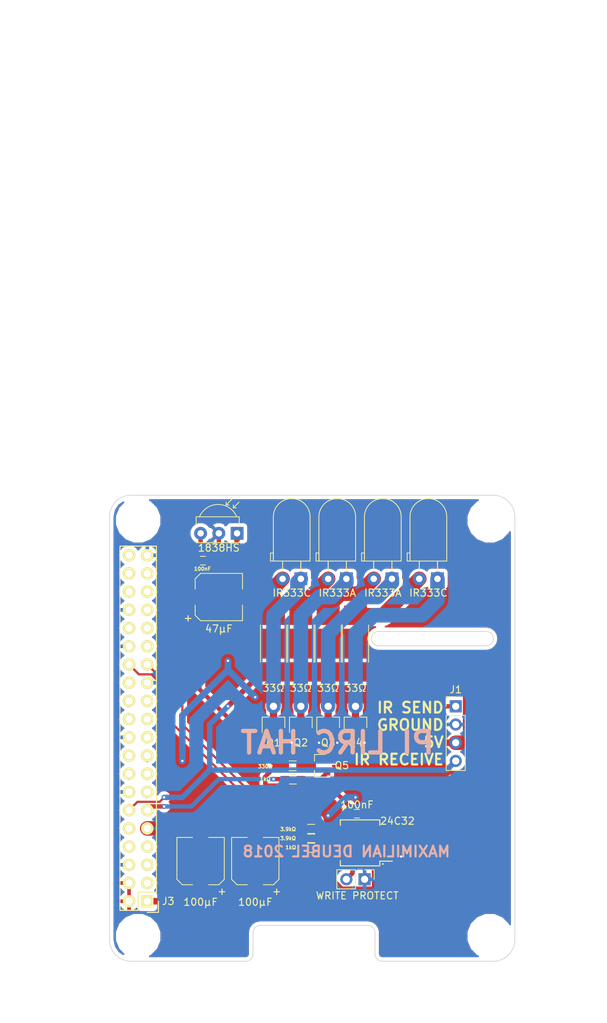
<source format=kicad_pcb>
(kicad_pcb (version 4) (host pcbnew 4.0.7-e2-6376~61~ubuntu18.04.1)

  (general
    (links 72)
    (no_connects 0)
    (area 39.990001 27.36143 122.815 170.02661)
    (thickness 1.6)
    (drawings 39)
    (tracks 207)
    (zones 0)
    (modules 35)
    (nets 45)
  )

  (page A4)
  (layers
    (0 F.Cu signal)
    (31 B.Cu signal)
    (32 B.Adhes user)
    (33 F.Adhes user)
    (34 B.Paste user)
    (35 F.Paste user)
    (36 B.SilkS user)
    (37 F.SilkS user)
    (38 B.Mask user)
    (39 F.Mask user)
    (40 Dwgs.User user)
    (41 Cmts.User user)
    (42 Eco1.User user)
    (43 Eco2.User user)
    (44 Edge.Cuts user)
    (45 Margin user)
    (46 B.CrtYd user)
    (47 F.CrtYd user)
    (48 B.Fab user)
    (49 F.Fab user)
  )

  (setup
    (last_trace_width 0.1524)
    (user_trace_width 0.3048)
    (user_trace_width 0.4572)
    (user_trace_width 0.6096)
    (user_trace_width 0.762)
    (user_trace_width 0.9144)
    (user_trace_width 1.016)
    (user_trace_width 2.032)
    (trace_clearance 0.1524)
    (zone_clearance 0.508)
    (zone_45_only no)
    (trace_min 0.1524)
    (segment_width 0.2)
    (edge_width 0.1)
    (via_size 0.6858)
    (via_drill 0.3302)
    (via_min_size 0.508)
    (via_min_drill 0.254)
    (user_via 0.762 0.508)
    (user_via 1.27 1.016)
    (uvia_size 0.6858)
    (uvia_drill 0.3302)
    (uvias_allowed no)
    (uvia_min_size 0)
    (uvia_min_drill 0)
    (pcb_text_width 0.3)
    (pcb_text_size 1.5 1.5)
    (mod_edge_width 0.15)
    (mod_text_size 1 1)
    (mod_text_width 0.15)
    (pad_size 1.524 1.524)
    (pad_drill 0)
    (pad_to_mask_clearance 0.0508)
    (aux_axis_origin 0 0)
    (visible_elements 7FFEFFFF)
    (pcbplotparams
      (layerselection 0x00030_80000001)
      (usegerberextensions false)
      (excludeedgelayer true)
      (linewidth 0.100000)
      (plotframeref false)
      (viasonmask false)
      (mode 1)
      (useauxorigin false)
      (hpglpennumber 1)
      (hpglpenspeed 20)
      (hpglpendiameter 15)
      (hpglpenoverlay 2)
      (psnegative false)
      (psa4output false)
      (plotreference true)
      (plotvalue true)
      (plotinvisibletext false)
      (padsonsilk false)
      (subtractmaskfromsilk false)
      (outputformat 1)
      (mirror false)
      (drillshape 0)
      (scaleselection 1)
      (outputdirectory meta/))
  )

  (net 0 "")
  (net 1 GND)
  (net 2 +5V)
  (net 3 "Net-(D1-Pad1)")
  (net 4 "Net-(D1-Pad2)")
  (net 5 "Net-(D2-Pad1)")
  (net 6 "Net-(D2-Pad2)")
  (net 7 "Net-(D3-Pad1)")
  (net 8 "Net-(D3-Pad2)")
  (net 9 "Net-(D4-Pad1)")
  (net 10 "Net-(D4-Pad2)")
  (net 11 IR_SEND)
  (net 12 IR_RECV)
  (net 13 +3V3)
  (net 14 "Net-(J2-Pad2)")
  (net 15 "Net-(J3-Pad3)")
  (net 16 "Net-(J3-Pad5)")
  (net 17 "Net-(J3-Pad7)")
  (net 18 "Net-(J3-Pad8)")
  (net 19 "Net-(J3-Pad10)")
  (net 20 IR_SEND_IO)
  (net 21 "Net-(J3-Pad13)")
  (net 22 "Net-(J3-Pad15)")
  (net 23 "Net-(J3-Pad16)")
  (net 24 "Net-(J3-Pad18)")
  (net 25 "Net-(J3-Pad19)")
  (net 26 "Net-(J3-Pad21)")
  (net 27 "Net-(J3-Pad22)")
  (net 28 "Net-(J3-Pad23)")
  (net 29 "Net-(J3-Pad24)")
  (net 30 "Net-(J3-Pad26)")
  (net 31 ID_SDA)
  (net 32 ID_SCL)
  (net 33 "Net-(J3-Pad29)")
  (net 34 "Net-(J3-Pad31)")
  (net 35 "Net-(J3-Pad32)")
  (net 36 "Net-(J3-Pad33)")
  (net 37 "Net-(J3-Pad35)")
  (net 38 "Net-(J3-Pad36)")
  (net 39 "Net-(J3-Pad37)")
  (net 40 "Net-(J3-Pad38)")
  (net 41 "Net-(J3-Pad40)")
  (net 42 "Net-(Q5-Pad1)")
  (net 43 "Net-(Q5-Pad3)")
  (net 44 "Net-(J3-Pad17)")

  (net_class Default "This is the default net class."
    (clearance 0.1524)
    (trace_width 0.1524)
    (via_dia 0.6858)
    (via_drill 0.3302)
    (uvia_dia 0.6858)
    (uvia_drill 0.3302)
    (add_net +3V3)
    (add_net +5V)
    (add_net GND)
    (add_net ID_SCL)
    (add_net ID_SDA)
    (add_net IR_RECV)
    (add_net IR_SEND)
    (add_net IR_SEND_IO)
    (add_net "Net-(D1-Pad1)")
    (add_net "Net-(D1-Pad2)")
    (add_net "Net-(D2-Pad1)")
    (add_net "Net-(D2-Pad2)")
    (add_net "Net-(D3-Pad1)")
    (add_net "Net-(D3-Pad2)")
    (add_net "Net-(D4-Pad1)")
    (add_net "Net-(D4-Pad2)")
    (add_net "Net-(J2-Pad2)")
    (add_net "Net-(J3-Pad10)")
    (add_net "Net-(J3-Pad13)")
    (add_net "Net-(J3-Pad15)")
    (add_net "Net-(J3-Pad16)")
    (add_net "Net-(J3-Pad17)")
    (add_net "Net-(J3-Pad18)")
    (add_net "Net-(J3-Pad19)")
    (add_net "Net-(J3-Pad21)")
    (add_net "Net-(J3-Pad22)")
    (add_net "Net-(J3-Pad23)")
    (add_net "Net-(J3-Pad24)")
    (add_net "Net-(J3-Pad26)")
    (add_net "Net-(J3-Pad29)")
    (add_net "Net-(J3-Pad3)")
    (add_net "Net-(J3-Pad31)")
    (add_net "Net-(J3-Pad32)")
    (add_net "Net-(J3-Pad33)")
    (add_net "Net-(J3-Pad35)")
    (add_net "Net-(J3-Pad36)")
    (add_net "Net-(J3-Pad37)")
    (add_net "Net-(J3-Pad38)")
    (add_net "Net-(J3-Pad40)")
    (add_net "Net-(J3-Pad5)")
    (add_net "Net-(J3-Pad7)")
    (add_net "Net-(J3-Pad8)")
    (add_net "Net-(Q5-Pad1)")
    (add_net "Net-(Q5-Pad3)")
  )

  (module Housings_SOIC:SOIC-8_3.9x4.9mm_Pitch1.27mm (layer F.Cu) (tedit 5B312254) (tstamp 5B1E7700)
    (at 88.265 144.78 180)
    (descr "8-Lead Plastic Small Outline (SN) - Narrow, 3.90 mm Body [SOIC] (see Microchip Packaging Specification 00000049BS.pdf)")
    (tags "SOIC 1.27")
    (path /5B0D38F2)
    (attr smd)
    (fp_text reference 24C32 (at -5.207 3.048 180) (layer F.SilkS)
      (effects (font (size 1 1) (thickness 0.15)))
    )
    (fp_text value CAT24C32WI-GT3 (at 0 3.5 180) (layer F.Fab)
      (effects (font (size 1 1) (thickness 0.15)))
    )
    (fp_text user %R (at 0 0 180) (layer F.Fab)
      (effects (font (size 1 1) (thickness 0.15)))
    )
    (fp_line (start -0.95 -2.45) (end 1.95 -2.45) (layer F.Fab) (width 0.1))
    (fp_line (start 1.95 -2.45) (end 1.95 2.45) (layer F.Fab) (width 0.1))
    (fp_line (start 1.95 2.45) (end -1.95 2.45) (layer F.Fab) (width 0.1))
    (fp_line (start -1.95 2.45) (end -1.95 -1.45) (layer F.Fab) (width 0.1))
    (fp_line (start -1.95 -1.45) (end -0.95 -2.45) (layer F.Fab) (width 0.1))
    (fp_line (start -3.73 -2.7) (end -3.73 2.7) (layer F.CrtYd) (width 0.05))
    (fp_line (start 3.73 -2.7) (end 3.73 2.7) (layer F.CrtYd) (width 0.05))
    (fp_line (start -3.73 -2.7) (end 3.73 -2.7) (layer F.CrtYd) (width 0.05))
    (fp_line (start -3.73 2.7) (end 3.73 2.7) (layer F.CrtYd) (width 0.05))
    (pad 1 smd rect (at -2.7 -1.905 180) (size 1.55 0.6) (layers F.Cu F.Paste F.Mask)
      (net 1 GND))
    (pad 2 smd rect (at -2.7 -0.635 180) (size 1.55 0.6) (layers F.Cu F.Paste F.Mask)
      (net 1 GND))
    (pad 3 smd rect (at -2.7 0.635 180) (size 1.55 0.6) (layers F.Cu F.Paste F.Mask)
      (net 1 GND))
    (pad 4 smd rect (at -2.7 1.905 180) (size 1.55 0.6) (layers F.Cu F.Paste F.Mask)
      (net 1 GND))
    (pad 5 smd rect (at 2.7 1.905 180) (size 1.55 0.6) (layers F.Cu F.Paste F.Mask)
      (net 31 ID_SDA))
    (pad 6 smd rect (at 2.7 0.635 180) (size 1.55 0.6) (layers F.Cu F.Paste F.Mask)
      (net 32 ID_SCL))
    (pad 7 smd rect (at 2.7 -0.635 180) (size 1.55 0.6) (layers F.Cu F.Paste F.Mask)
      (net 14 "Net-(J2-Pad2)"))
    (pad 8 smd rect (at 2.7 -1.905 180) (size 1.55 0.6) (layers F.Cu F.Paste F.Mask)
      (net 13 +3V3))
    (model ${KISYS3DMOD}/Housings_SOIC.3dshapes/SOIC-8_3.9x4.9mm_Pitch1.27mm.wrl
      (at (xyz 0 0 0))
      (scale (xyz 1 1 1))
      (rotate (xyz 0 0 0))
    )
  )

  (module Capacitors_SMD:CP_Elec_6.3x7.7 (layer F.Cu) (tedit 5B3122EB) (tstamp 5B1E7456)
    (at 68.58 110.49)
    (descr "SMT capacitor, aluminium electrolytic, 6.3x7.7")
    (path /5B0B25BC)
    (attr smd)
    (fp_text reference 47µF (at 0 4.43) (layer F.SilkS)
      (effects (font (size 1 1) (thickness 0.15)))
    )
    (fp_text value 100u (at 0 -4.43) (layer F.Fab)
      (effects (font (size 1 1) (thickness 0.15)))
    )
    (fp_circle (center 0 0) (end 0.5 3) (layer F.Fab) (width 0.1))
    (fp_text user + (at -1.73 -0.08) (layer F.Fab)
      (effects (font (size 1 1) (thickness 0.15)))
    )
    (fp_text user + (at -4.28 2.91) (layer F.SilkS)
      (effects (font (size 1 1) (thickness 0.15)))
    )
    (fp_text user %R (at 0 4.43) (layer F.Fab)
      (effects (font (size 1 1) (thickness 0.15)))
    )
    (fp_line (start 3.15 3.15) (end 3.15 -3.15) (layer F.Fab) (width 0.1))
    (fp_line (start -2.48 3.15) (end 3.15 3.15) (layer F.Fab) (width 0.1))
    (fp_line (start -3.15 2.48) (end -2.48 3.15) (layer F.Fab) (width 0.1))
    (fp_line (start -3.15 -2.48) (end -3.15 2.48) (layer F.Fab) (width 0.1))
    (fp_line (start -2.48 -3.15) (end -3.15 -2.48) (layer F.Fab) (width 0.1))
    (fp_line (start 3.15 -3.15) (end -2.48 -3.15) (layer F.Fab) (width 0.1))
    (fp_line (start -3.3 2.54) (end -3.3 1.12) (layer F.SilkS) (width 0.12))
    (fp_line (start 3.3 3.3) (end 3.3 1.12) (layer F.SilkS) (width 0.12))
    (fp_line (start 3.3 -3.3) (end 3.3 -1.12) (layer F.SilkS) (width 0.12))
    (fp_line (start -3.3 -2.54) (end -3.3 -1.12) (layer F.SilkS) (width 0.12))
    (fp_line (start 3.3 3.3) (end -2.54 3.3) (layer F.SilkS) (width 0.12))
    (fp_line (start -2.54 3.3) (end -3.3 2.54) (layer F.SilkS) (width 0.12))
    (fp_line (start -3.3 -2.54) (end -2.54 -3.3) (layer F.SilkS) (width 0.12))
    (fp_line (start -2.54 -3.3) (end 3.3 -3.3) (layer F.SilkS) (width 0.12))
    (fp_line (start -4.7 -3.4) (end 4.7 -3.4) (layer F.CrtYd) (width 0.05))
    (fp_line (start -4.7 -3.4) (end -4.7 3.4) (layer F.CrtYd) (width 0.05))
    (fp_line (start 4.7 3.4) (end 4.7 -3.4) (layer F.CrtYd) (width 0.05))
    (fp_line (start 4.7 3.4) (end -4.7 3.4) (layer F.CrtYd) (width 0.05))
    (pad 1 smd rect (at -2.7 0 180) (size 3.5 1.6) (layers F.Cu F.Paste F.Mask)
      (net 13 +3V3))
    (pad 2 smd rect (at 2.7 0 180) (size 3.5 1.6) (layers F.Cu F.Paste F.Mask)
      (net 1 GND))
    (model Capacitors_SMD.3dshapes/CP_Elec_6.3x7.7.wrl
      (at (xyz 0 0 0))
      (scale (xyz 1 1 1))
      (rotate (xyz 0 0 180))
    )
  )

  (module Capacitors_SMD:C_0603_HandSoldering (layer F.Cu) (tedit 5B42479B) (tstamp 5B1E7467)
    (at 66.36 105.41)
    (descr "Capacitor SMD 0603, hand soldering")
    (tags "capacitor 0603")
    (path /5B0B2615)
    (attr smd)
    (fp_text reference 100nF (at -0.066 1.143) (layer F.SilkS)
      (effects (font (size 0.5 0.5) (thickness 0.125)))
    )
    (fp_text value 100n (at 0 1.5) (layer F.Fab)
      (effects (font (size 1 1) (thickness 0.15)))
    )
    (fp_text user %R (at 0 -1.25) (layer F.Fab)
      (effects (font (size 1 1) (thickness 0.15)))
    )
    (fp_line (start -0.8 0.4) (end -0.8 -0.4) (layer F.Fab) (width 0.1))
    (fp_line (start 0.8 0.4) (end -0.8 0.4) (layer F.Fab) (width 0.1))
    (fp_line (start 0.8 -0.4) (end 0.8 0.4) (layer F.Fab) (width 0.1))
    (fp_line (start -0.8 -0.4) (end 0.8 -0.4) (layer F.Fab) (width 0.1))
    (fp_line (start -0.35 -0.6) (end 0.35 -0.6) (layer F.SilkS) (width 0.12))
    (fp_line (start 0.35 0.6) (end -0.35 0.6) (layer F.SilkS) (width 0.12))
    (fp_line (start -1.8 -0.65) (end 1.8 -0.65) (layer F.CrtYd) (width 0.05))
    (fp_line (start -1.8 -0.65) (end -1.8 0.65) (layer F.CrtYd) (width 0.05))
    (fp_line (start 1.8 0.65) (end 1.8 -0.65) (layer F.CrtYd) (width 0.05))
    (fp_line (start 1.8 0.65) (end -1.8 0.65) (layer F.CrtYd) (width 0.05))
    (pad 1 smd rect (at -0.95 0) (size 1.2 0.75) (layers F.Cu F.Paste F.Mask)
      (net 13 +3V3))
    (pad 2 smd rect (at 0.95 0) (size 1.2 0.75) (layers F.Cu F.Paste F.Mask)
      (net 1 GND))
    (model Capacitors_SMD.3dshapes/C_0603.wrl
      (at (xyz 0 0 0))
      (scale (xyz 1 1 1))
      (rotate (xyz 0 0 0))
    )
  )

  (module Capacitors_SMD:CP_Elec_6.3x7.7 (layer F.Cu) (tedit 5B312299) (tstamp 5B1E7483)
    (at 73.66 147.32 90)
    (descr "SMT capacitor, aluminium electrolytic, 6.3x7.7")
    (path /5A830C4A)
    (attr smd)
    (fp_text reference 100µF (at -5.715 0 180) (layer F.SilkS)
      (effects (font (size 1 1) (thickness 0.15)))
    )
    (fp_text value 100u (at 0 -4.43 90) (layer F.Fab)
      (effects (font (size 1 1) (thickness 0.15)))
    )
    (fp_circle (center 0 0) (end 0.5 3) (layer F.Fab) (width 0.1))
    (fp_text user + (at -1.73 -0.08 90) (layer F.Fab)
      (effects (font (size 1 1) (thickness 0.15)))
    )
    (fp_text user + (at -4.28 2.91 90) (layer F.SilkS)
      (effects (font (size 1 1) (thickness 0.15)))
    )
    (fp_text user %R (at 0 4.43 90) (layer F.Fab)
      (effects (font (size 1 1) (thickness 0.15)))
    )
    (fp_line (start 3.15 3.15) (end 3.15 -3.15) (layer F.Fab) (width 0.1))
    (fp_line (start -2.48 3.15) (end 3.15 3.15) (layer F.Fab) (width 0.1))
    (fp_line (start -3.15 2.48) (end -2.48 3.15) (layer F.Fab) (width 0.1))
    (fp_line (start -3.15 -2.48) (end -3.15 2.48) (layer F.Fab) (width 0.1))
    (fp_line (start -2.48 -3.15) (end -3.15 -2.48) (layer F.Fab) (width 0.1))
    (fp_line (start 3.15 -3.15) (end -2.48 -3.15) (layer F.Fab) (width 0.1))
    (fp_line (start -3.3 2.54) (end -3.3 1.12) (layer F.SilkS) (width 0.12))
    (fp_line (start 3.3 3.3) (end 3.3 1.12) (layer F.SilkS) (width 0.12))
    (fp_line (start 3.3 -3.3) (end 3.3 -1.12) (layer F.SilkS) (width 0.12))
    (fp_line (start -3.3 -2.54) (end -3.3 -1.12) (layer F.SilkS) (width 0.12))
    (fp_line (start 3.3 3.3) (end -2.54 3.3) (layer F.SilkS) (width 0.12))
    (fp_line (start -2.54 3.3) (end -3.3 2.54) (layer F.SilkS) (width 0.12))
    (fp_line (start -3.3 -2.54) (end -2.54 -3.3) (layer F.SilkS) (width 0.12))
    (fp_line (start -2.54 -3.3) (end 3.3 -3.3) (layer F.SilkS) (width 0.12))
    (fp_line (start -4.7 -3.4) (end 4.7 -3.4) (layer F.CrtYd) (width 0.05))
    (fp_line (start -4.7 -3.4) (end -4.7 3.4) (layer F.CrtYd) (width 0.05))
    (fp_line (start 4.7 3.4) (end 4.7 -3.4) (layer F.CrtYd) (width 0.05))
    (fp_line (start 4.7 3.4) (end -4.7 3.4) (layer F.CrtYd) (width 0.05))
    (pad 1 smd rect (at -2.7 0 270) (size 3.5 1.6) (layers F.Cu F.Paste F.Mask)
      (net 2 +5V))
    (pad 2 smd rect (at 2.7 0 270) (size 3.5 1.6) (layers F.Cu F.Paste F.Mask)
      (net 1 GND))
    (model Capacitors_SMD.3dshapes/CP_Elec_6.3x7.7.wrl
      (at (xyz 0 0 0))
      (scale (xyz 1 1 1))
      (rotate (xyz 0 0 180))
    )
  )

  (module Capacitors_SMD:CP_Elec_6.3x7.7 (layer F.Cu) (tedit 5B31261E) (tstamp 5B1E749F)
    (at 66.04 147.32 90)
    (descr "SMT capacitor, aluminium electrolytic, 6.3x7.7")
    (path /5A830D0A)
    (attr smd)
    (fp_text reference 100µF (at -5.715 0 180) (layer F.SilkS)
      (effects (font (size 1 1) (thickness 0.15)))
    )
    (fp_text value 100u (at 0 -4.43 90) (layer F.Fab)
      (effects (font (size 1 1) (thickness 0.15)))
    )
    (fp_circle (center 0 0) (end 0.5 3) (layer F.Fab) (width 0.1))
    (fp_text user + (at -1.73 -0.08 90) (layer F.Fab)
      (effects (font (size 1 1) (thickness 0.15)))
    )
    (fp_text user + (at -4.28 2.91 90) (layer F.SilkS)
      (effects (font (size 1 1) (thickness 0.15)))
    )
    (fp_text user %R (at 0 4.43 90) (layer F.Fab)
      (effects (font (size 1 1) (thickness 0.15)))
    )
    (fp_line (start 3.15 3.15) (end 3.15 -3.15) (layer F.Fab) (width 0.1))
    (fp_line (start -2.48 3.15) (end 3.15 3.15) (layer F.Fab) (width 0.1))
    (fp_line (start -3.15 2.48) (end -2.48 3.15) (layer F.Fab) (width 0.1))
    (fp_line (start -3.15 -2.48) (end -3.15 2.48) (layer F.Fab) (width 0.1))
    (fp_line (start -2.48 -3.15) (end -3.15 -2.48) (layer F.Fab) (width 0.1))
    (fp_line (start 3.15 -3.15) (end -2.48 -3.15) (layer F.Fab) (width 0.1))
    (fp_line (start -3.3 2.54) (end -3.3 1.12) (layer F.SilkS) (width 0.12))
    (fp_line (start 3.3 3.3) (end 3.3 1.12) (layer F.SilkS) (width 0.12))
    (fp_line (start 3.3 -3.3) (end 3.3 -1.12) (layer F.SilkS) (width 0.12))
    (fp_line (start -3.3 -2.54) (end -3.3 -1.12) (layer F.SilkS) (width 0.12))
    (fp_line (start 3.3 3.3) (end -2.54 3.3) (layer F.SilkS) (width 0.12))
    (fp_line (start -2.54 3.3) (end -3.3 2.54) (layer F.SilkS) (width 0.12))
    (fp_line (start -3.3 -2.54) (end -2.54 -3.3) (layer F.SilkS) (width 0.12))
    (fp_line (start -2.54 -3.3) (end 3.3 -3.3) (layer F.SilkS) (width 0.12))
    (fp_line (start -4.7 -3.4) (end 4.7 -3.4) (layer F.CrtYd) (width 0.05))
    (fp_line (start -4.7 -3.4) (end -4.7 3.4) (layer F.CrtYd) (width 0.05))
    (fp_line (start 4.7 3.4) (end 4.7 -3.4) (layer F.CrtYd) (width 0.05))
    (fp_line (start 4.7 3.4) (end -4.7 3.4) (layer F.CrtYd) (width 0.05))
    (pad 1 smd rect (at -2.7 0 270) (size 3.5 1.6) (layers F.Cu F.Paste F.Mask)
      (net 2 +5V))
    (pad 2 smd rect (at 2.7 0 270) (size 3.5 1.6) (layers F.Cu F.Paste F.Mask)
      (net 1 GND))
    (model Capacitors_SMD.3dshapes/CP_Elec_6.3x7.7.wrl
      (at (xyz 0 0 0))
      (scale (xyz 1 1 1))
      (rotate (xyz 0 0 180))
    )
  )

  (module Capacitors_SMD:C_0603_HandSoldering (layer F.Cu) (tedit 5B312433) (tstamp 5B1E74B0)
    (at 87.826845 140.711871)
    (descr "Capacitor SMD 0603, hand soldering")
    (tags "capacitor 0603")
    (path /5B0D4788)
    (attr smd)
    (fp_text reference 100nF (at 0 -1.25) (layer F.SilkS)
      (effects (font (size 1 1) (thickness 0.15)))
    )
    (fp_text value 100n (at 0 1.5) (layer F.Fab)
      (effects (font (size 1 1) (thickness 0.15)))
    )
    (fp_text user %R (at 0 -1.25) (layer F.Fab)
      (effects (font (size 1 1) (thickness 0.15)))
    )
    (fp_line (start -0.8 0.4) (end -0.8 -0.4) (layer F.Fab) (width 0.1))
    (fp_line (start 0.8 0.4) (end -0.8 0.4) (layer F.Fab) (width 0.1))
    (fp_line (start 0.8 -0.4) (end 0.8 0.4) (layer F.Fab) (width 0.1))
    (fp_line (start -0.8 -0.4) (end 0.8 -0.4) (layer F.Fab) (width 0.1))
    (fp_line (start -0.35 -0.6) (end 0.35 -0.6) (layer F.SilkS) (width 0.12))
    (fp_line (start 0.35 0.6) (end -0.35 0.6) (layer F.SilkS) (width 0.12))
    (fp_line (start -1.8 -0.65) (end 1.8 -0.65) (layer F.CrtYd) (width 0.05))
    (fp_line (start -1.8 -0.65) (end -1.8 0.65) (layer F.CrtYd) (width 0.05))
    (fp_line (start 1.8 0.65) (end 1.8 -0.65) (layer F.CrtYd) (width 0.05))
    (fp_line (start 1.8 0.65) (end -1.8 0.65) (layer F.CrtYd) (width 0.05))
    (pad 1 smd rect (at -0.95 0) (size 1.2 0.75) (layers F.Cu F.Paste F.Mask)
      (net 13 +3V3))
    (pad 2 smd rect (at 0.95 0) (size 1.2 0.75) (layers F.Cu F.Paste F.Mask)
      (net 1 GND))
    (model Capacitors_SMD.3dshapes/C_0603.wrl
      (at (xyz 0 0 0))
      (scale (xyz 1 1 1))
      (rotate (xyz 0 0 0))
    )
  )

  (module LEDs:LED_D5.0mm_Horicontal_O2.54mm locked (layer F.Cu) (tedit 5B312705) (tstamp 5B1E74DA)
    (at 80.01 107.95 180)
    (descr "LED, diameter 5.0mm, 2 pins, diameter 5.0mm, 2 pins")
    (tags "LED diameter 5.0mm 2 pins diameter 5.0mm 2 pins")
    (path /5A825B5A)
    (fp_text reference IR333C (at 1.27 -1.96 180) (layer F.SilkS)
      (effects (font (size 1 1) (thickness 0.15)))
    )
    (fp_text value LED (at 1.27 12.2 180) (layer F.Fab)
      (effects (font (size 1 1) (thickness 0.15)))
    )
    (fp_arc (start 1.27 8.64) (end -1.23 8.64) (angle -180) (layer F.Fab) (width 0.1))
    (fp_arc (start 1.27 8.64) (end -1.29 8.64) (angle -180) (layer F.SilkS) (width 0.12))
    (fp_line (start -1.23 2.54) (end -1.23 8.64) (layer F.Fab) (width 0.1))
    (fp_line (start 3.77 2.54) (end 3.77 8.64) (layer F.Fab) (width 0.1))
    (fp_line (start -1.23 2.54) (end 3.77 2.54) (layer F.Fab) (width 0.1))
    (fp_line (start 4.17 2.54) (end 4.17 3.54) (layer F.Fab) (width 0.1))
    (fp_line (start 4.17 3.54) (end 3.77 3.54) (layer F.Fab) (width 0.1))
    (fp_line (start 3.77 3.54) (end 3.77 2.54) (layer F.Fab) (width 0.1))
    (fp_line (start 3.77 2.54) (end 4.17 2.54) (layer F.Fab) (width 0.1))
    (fp_line (start 0 0) (end 0 2.54) (layer F.Fab) (width 0.1))
    (fp_line (start 0 2.54) (end 0 2.54) (layer F.Fab) (width 0.1))
    (fp_line (start 0 2.54) (end 0 0) (layer F.Fab) (width 0.1))
    (fp_line (start 0 0) (end 0 0) (layer F.Fab) (width 0.1))
    (fp_line (start 2.54 0) (end 2.54 2.54) (layer F.Fab) (width 0.1))
    (fp_line (start 2.54 2.54) (end 2.54 2.54) (layer F.Fab) (width 0.1))
    (fp_line (start 2.54 2.54) (end 2.54 0) (layer F.Fab) (width 0.1))
    (fp_line (start 2.54 0) (end 2.54 0) (layer F.Fab) (width 0.1))
    (fp_line (start -1.29 2.48) (end -1.29 8.64) (layer F.SilkS) (width 0.12))
    (fp_line (start 3.83 2.48) (end 3.83 8.64) (layer F.SilkS) (width 0.12))
    (fp_line (start -1.29 2.48) (end 3.83 2.48) (layer F.SilkS) (width 0.12))
    (fp_line (start 4.23 2.48) (end 4.23 3.6) (layer F.SilkS) (width 0.12))
    (fp_line (start 4.23 3.6) (end 3.83 3.6) (layer F.SilkS) (width 0.12))
    (fp_line (start 3.83 3.6) (end 3.83 2.48) (layer F.SilkS) (width 0.12))
    (fp_line (start 3.83 2.48) (end 4.23 2.48) (layer F.SilkS) (width 0.12))
    (fp_line (start 0 1.08) (end 0 2.48) (layer F.SilkS) (width 0.12))
    (fp_line (start 0 2.48) (end 0 2.48) (layer F.SilkS) (width 0.12))
    (fp_line (start 0 2.48) (end 0 1.08) (layer F.SilkS) (width 0.12))
    (fp_line (start 0 1.08) (end 0 1.08) (layer F.SilkS) (width 0.12))
    (fp_line (start 2.54 1.08) (end 2.54 2.48) (layer F.SilkS) (width 0.12))
    (fp_line (start 2.54 2.48) (end 2.54 2.48) (layer F.SilkS) (width 0.12))
    (fp_line (start 2.54 2.48) (end 2.54 1.08) (layer F.SilkS) (width 0.12))
    (fp_line (start 2.54 1.08) (end 2.54 1.08) (layer F.SilkS) (width 0.12))
    (fp_line (start -1.95 -1.25) (end -1.95 11.45) (layer F.CrtYd) (width 0.05))
    (fp_line (start -1.95 11.45) (end 4.5 11.45) (layer F.CrtYd) (width 0.05))
    (fp_line (start 4.5 11.45) (end 4.5 -1.25) (layer F.CrtYd) (width 0.05))
    (fp_line (start 4.5 -1.25) (end -1.95 -1.25) (layer F.CrtYd) (width 0.05))
    (pad 1 thru_hole rect (at 0 0 180) (size 1.8 1.8) (drill 0.9) (layers *.Cu *.Mask)
      (net 3 "Net-(D1-Pad1)"))
    (pad 2 thru_hole circle (at 2.54 0 180) (size 1.8 1.8) (drill 0.9) (layers *.Cu *.Mask)
      (net 4 "Net-(D1-Pad2)"))
    (model LEDs.3dshapes/LED_D5.0mm_Horicontal_O2.54mm.wrl
      (at (xyz 0 0 0))
      (scale (xyz 0.393701 0.393701 0.393701))
      (rotate (xyz 0 0 0))
    )
  )

  (module LEDs:LED_D5.0mm_Horicontal_O2.54mm locked (layer F.Cu) (tedit 5B31270D) (tstamp 5B1E7504)
    (at 86.36 107.95 180)
    (descr "LED, diameter 5.0mm, 2 pins, diameter 5.0mm, 2 pins")
    (tags "LED diameter 5.0mm 2 pins diameter 5.0mm 2 pins")
    (path /5A82DA63)
    (fp_text reference IR333A (at 1.27 -1.96 180) (layer F.SilkS)
      (effects (font (size 1 1) (thickness 0.15)))
    )
    (fp_text value LED (at 1.27 12.2 180) (layer F.Fab)
      (effects (font (size 1 1) (thickness 0.15)))
    )
    (fp_arc (start 1.27 8.64) (end -1.23 8.64) (angle -180) (layer F.Fab) (width 0.1))
    (fp_arc (start 1.27 8.64) (end -1.29 8.64) (angle -180) (layer F.SilkS) (width 0.12))
    (fp_line (start -1.23 2.54) (end -1.23 8.64) (layer F.Fab) (width 0.1))
    (fp_line (start 3.77 2.54) (end 3.77 8.64) (layer F.Fab) (width 0.1))
    (fp_line (start -1.23 2.54) (end 3.77 2.54) (layer F.Fab) (width 0.1))
    (fp_line (start 4.17 2.54) (end 4.17 3.54) (layer F.Fab) (width 0.1))
    (fp_line (start 4.17 3.54) (end 3.77 3.54) (layer F.Fab) (width 0.1))
    (fp_line (start 3.77 3.54) (end 3.77 2.54) (layer F.Fab) (width 0.1))
    (fp_line (start 3.77 2.54) (end 4.17 2.54) (layer F.Fab) (width 0.1))
    (fp_line (start 0 0) (end 0 2.54) (layer F.Fab) (width 0.1))
    (fp_line (start 0 2.54) (end 0 2.54) (layer F.Fab) (width 0.1))
    (fp_line (start 0 2.54) (end 0 0) (layer F.Fab) (width 0.1))
    (fp_line (start 0 0) (end 0 0) (layer F.Fab) (width 0.1))
    (fp_line (start 2.54 0) (end 2.54 2.54) (layer F.Fab) (width 0.1))
    (fp_line (start 2.54 2.54) (end 2.54 2.54) (layer F.Fab) (width 0.1))
    (fp_line (start 2.54 2.54) (end 2.54 0) (layer F.Fab) (width 0.1))
    (fp_line (start 2.54 0) (end 2.54 0) (layer F.Fab) (width 0.1))
    (fp_line (start -1.29 2.48) (end -1.29 8.64) (layer F.SilkS) (width 0.12))
    (fp_line (start 3.83 2.48) (end 3.83 8.64) (layer F.SilkS) (width 0.12))
    (fp_line (start -1.29 2.48) (end 3.83 2.48) (layer F.SilkS) (width 0.12))
    (fp_line (start 4.23 2.48) (end 4.23 3.6) (layer F.SilkS) (width 0.12))
    (fp_line (start 4.23 3.6) (end 3.83 3.6) (layer F.SilkS) (width 0.12))
    (fp_line (start 3.83 3.6) (end 3.83 2.48) (layer F.SilkS) (width 0.12))
    (fp_line (start 3.83 2.48) (end 4.23 2.48) (layer F.SilkS) (width 0.12))
    (fp_line (start 0 1.08) (end 0 2.48) (layer F.SilkS) (width 0.12))
    (fp_line (start 0 2.48) (end 0 2.48) (layer F.SilkS) (width 0.12))
    (fp_line (start 0 2.48) (end 0 1.08) (layer F.SilkS) (width 0.12))
    (fp_line (start 0 1.08) (end 0 1.08) (layer F.SilkS) (width 0.12))
    (fp_line (start 2.54 1.08) (end 2.54 2.48) (layer F.SilkS) (width 0.12))
    (fp_line (start 2.54 2.48) (end 2.54 2.48) (layer F.SilkS) (width 0.12))
    (fp_line (start 2.54 2.48) (end 2.54 1.08) (layer F.SilkS) (width 0.12))
    (fp_line (start 2.54 1.08) (end 2.54 1.08) (layer F.SilkS) (width 0.12))
    (fp_line (start -1.95 -1.25) (end -1.95 11.45) (layer F.CrtYd) (width 0.05))
    (fp_line (start -1.95 11.45) (end 4.5 11.45) (layer F.CrtYd) (width 0.05))
    (fp_line (start 4.5 11.45) (end 4.5 -1.25) (layer F.CrtYd) (width 0.05))
    (fp_line (start 4.5 -1.25) (end -1.95 -1.25) (layer F.CrtYd) (width 0.05))
    (pad 1 thru_hole rect (at 0 0 180) (size 1.8 1.8) (drill 0.9) (layers *.Cu *.Mask)
      (net 5 "Net-(D2-Pad1)"))
    (pad 2 thru_hole circle (at 2.54 0 180) (size 1.8 1.8) (drill 0.9) (layers *.Cu *.Mask)
      (net 6 "Net-(D2-Pad2)"))
    (model LEDs.3dshapes/LED_D5.0mm_Horicontal_O2.54mm.wrl
      (at (xyz 0 0 0))
      (scale (xyz 0.393701 0.393701 0.393701))
      (rotate (xyz 0 0 0))
    )
  )

  (module LEDs:LED_D5.0mm_Horicontal_O2.54mm locked (layer F.Cu) (tedit 5B312710) (tstamp 5B1E752E)
    (at 92.71 107.95 180)
    (descr "LED, diameter 5.0mm, 2 pins, diameter 5.0mm, 2 pins")
    (tags "LED diameter 5.0mm 2 pins diameter 5.0mm 2 pins")
    (path /5A82DB37)
    (fp_text reference IR333A (at 1.27 -1.96 180) (layer F.SilkS)
      (effects (font (size 1 1) (thickness 0.15)))
    )
    (fp_text value LED (at 1.27 12.2 180) (layer F.Fab)
      (effects (font (size 1 1) (thickness 0.15)))
    )
    (fp_arc (start 1.27 8.64) (end -1.23 8.64) (angle -180) (layer F.Fab) (width 0.1))
    (fp_arc (start 1.27 8.64) (end -1.29 8.64) (angle -180) (layer F.SilkS) (width 0.12))
    (fp_line (start -1.23 2.54) (end -1.23 8.64) (layer F.Fab) (width 0.1))
    (fp_line (start 3.77 2.54) (end 3.77 8.64) (layer F.Fab) (width 0.1))
    (fp_line (start -1.23 2.54) (end 3.77 2.54) (layer F.Fab) (width 0.1))
    (fp_line (start 4.17 2.54) (end 4.17 3.54) (layer F.Fab) (width 0.1))
    (fp_line (start 4.17 3.54) (end 3.77 3.54) (layer F.Fab) (width 0.1))
    (fp_line (start 3.77 3.54) (end 3.77 2.54) (layer F.Fab) (width 0.1))
    (fp_line (start 3.77 2.54) (end 4.17 2.54) (layer F.Fab) (width 0.1))
    (fp_line (start 0 0) (end 0 2.54) (layer F.Fab) (width 0.1))
    (fp_line (start 0 2.54) (end 0 2.54) (layer F.Fab) (width 0.1))
    (fp_line (start 0 2.54) (end 0 0) (layer F.Fab) (width 0.1))
    (fp_line (start 0 0) (end 0 0) (layer F.Fab) (width 0.1))
    (fp_line (start 2.54 0) (end 2.54 2.54) (layer F.Fab) (width 0.1))
    (fp_line (start 2.54 2.54) (end 2.54 2.54) (layer F.Fab) (width 0.1))
    (fp_line (start 2.54 2.54) (end 2.54 0) (layer F.Fab) (width 0.1))
    (fp_line (start 2.54 0) (end 2.54 0) (layer F.Fab) (width 0.1))
    (fp_line (start -1.29 2.48) (end -1.29 8.64) (layer F.SilkS) (width 0.12))
    (fp_line (start 3.83 2.48) (end 3.83 8.64) (layer F.SilkS) (width 0.12))
    (fp_line (start -1.29 2.48) (end 3.83 2.48) (layer F.SilkS) (width 0.12))
    (fp_line (start 4.23 2.48) (end 4.23 3.6) (layer F.SilkS) (width 0.12))
    (fp_line (start 4.23 3.6) (end 3.83 3.6) (layer F.SilkS) (width 0.12))
    (fp_line (start 3.83 3.6) (end 3.83 2.48) (layer F.SilkS) (width 0.12))
    (fp_line (start 3.83 2.48) (end 4.23 2.48) (layer F.SilkS) (width 0.12))
    (fp_line (start 0 1.08) (end 0 2.48) (layer F.SilkS) (width 0.12))
    (fp_line (start 0 2.48) (end 0 2.48) (layer F.SilkS) (width 0.12))
    (fp_line (start 0 2.48) (end 0 1.08) (layer F.SilkS) (width 0.12))
    (fp_line (start 0 1.08) (end 0 1.08) (layer F.SilkS) (width 0.12))
    (fp_line (start 2.54 1.08) (end 2.54 2.48) (layer F.SilkS) (width 0.12))
    (fp_line (start 2.54 2.48) (end 2.54 2.48) (layer F.SilkS) (width 0.12))
    (fp_line (start 2.54 2.48) (end 2.54 1.08) (layer F.SilkS) (width 0.12))
    (fp_line (start 2.54 1.08) (end 2.54 1.08) (layer F.SilkS) (width 0.12))
    (fp_line (start -1.95 -1.25) (end -1.95 11.45) (layer F.CrtYd) (width 0.05))
    (fp_line (start -1.95 11.45) (end 4.5 11.45) (layer F.CrtYd) (width 0.05))
    (fp_line (start 4.5 11.45) (end 4.5 -1.25) (layer F.CrtYd) (width 0.05))
    (fp_line (start 4.5 -1.25) (end -1.95 -1.25) (layer F.CrtYd) (width 0.05))
    (pad 1 thru_hole rect (at 0 0 180) (size 1.8 1.8) (drill 0.9) (layers *.Cu *.Mask)
      (net 7 "Net-(D3-Pad1)"))
    (pad 2 thru_hole circle (at 2.54 0 180) (size 1.8 1.8) (drill 0.9) (layers *.Cu *.Mask)
      (net 8 "Net-(D3-Pad2)"))
    (model LEDs.3dshapes/LED_D5.0mm_Horicontal_O2.54mm.wrl
      (at (xyz 0 0 0))
      (scale (xyz 0.393701 0.393701 0.393701))
      (rotate (xyz 0 0 0))
    )
  )

  (module LEDs:LED_D5.0mm_Horicontal_O2.54mm locked (layer F.Cu) (tedit 5B312709) (tstamp 5B1E7558)
    (at 99.06 107.95 180)
    (descr "LED, diameter 5.0mm, 2 pins, diameter 5.0mm, 2 pins")
    (tags "LED diameter 5.0mm 2 pins diameter 5.0mm 2 pins")
    (path /5A82DC23)
    (fp_text reference IR333C (at 1.27 -1.96 180) (layer F.SilkS)
      (effects (font (size 1 1) (thickness 0.15)))
    )
    (fp_text value LED (at 1.27 12.2 180) (layer F.Fab)
      (effects (font (size 1 1) (thickness 0.15)))
    )
    (fp_arc (start 1.27 8.64) (end -1.23 8.64) (angle -180) (layer F.Fab) (width 0.1))
    (fp_arc (start 1.27 8.64) (end -1.29 8.64) (angle -180) (layer F.SilkS) (width 0.12))
    (fp_line (start -1.23 2.54) (end -1.23 8.64) (layer F.Fab) (width 0.1))
    (fp_line (start 3.77 2.54) (end 3.77 8.64) (layer F.Fab) (width 0.1))
    (fp_line (start -1.23 2.54) (end 3.77 2.54) (layer F.Fab) (width 0.1))
    (fp_line (start 4.17 2.54) (end 4.17 3.54) (layer F.Fab) (width 0.1))
    (fp_line (start 4.17 3.54) (end 3.77 3.54) (layer F.Fab) (width 0.1))
    (fp_line (start 3.77 3.54) (end 3.77 2.54) (layer F.Fab) (width 0.1))
    (fp_line (start 3.77 2.54) (end 4.17 2.54) (layer F.Fab) (width 0.1))
    (fp_line (start 0 0) (end 0 2.54) (layer F.Fab) (width 0.1))
    (fp_line (start 0 2.54) (end 0 2.54) (layer F.Fab) (width 0.1))
    (fp_line (start 0 2.54) (end 0 0) (layer F.Fab) (width 0.1))
    (fp_line (start 0 0) (end 0 0) (layer F.Fab) (width 0.1))
    (fp_line (start 2.54 0) (end 2.54 2.54) (layer F.Fab) (width 0.1))
    (fp_line (start 2.54 2.54) (end 2.54 2.54) (layer F.Fab) (width 0.1))
    (fp_line (start 2.54 2.54) (end 2.54 0) (layer F.Fab) (width 0.1))
    (fp_line (start 2.54 0) (end 2.54 0) (layer F.Fab) (width 0.1))
    (fp_line (start -1.29 2.48) (end -1.29 8.64) (layer F.SilkS) (width 0.12))
    (fp_line (start 3.83 2.48) (end 3.83 8.64) (layer F.SilkS) (width 0.12))
    (fp_line (start -1.29 2.48) (end 3.83 2.48) (layer F.SilkS) (width 0.12))
    (fp_line (start 4.23 2.48) (end 4.23 3.6) (layer F.SilkS) (width 0.12))
    (fp_line (start 4.23 3.6) (end 3.83 3.6) (layer F.SilkS) (width 0.12))
    (fp_line (start 3.83 3.6) (end 3.83 2.48) (layer F.SilkS) (width 0.12))
    (fp_line (start 3.83 2.48) (end 4.23 2.48) (layer F.SilkS) (width 0.12))
    (fp_line (start 0 1.08) (end 0 2.48) (layer F.SilkS) (width 0.12))
    (fp_line (start 0 2.48) (end 0 2.48) (layer F.SilkS) (width 0.12))
    (fp_line (start 0 2.48) (end 0 1.08) (layer F.SilkS) (width 0.12))
    (fp_line (start 0 1.08) (end 0 1.08) (layer F.SilkS) (width 0.12))
    (fp_line (start 2.54 1.08) (end 2.54 2.48) (layer F.SilkS) (width 0.12))
    (fp_line (start 2.54 2.48) (end 2.54 2.48) (layer F.SilkS) (width 0.12))
    (fp_line (start 2.54 2.48) (end 2.54 1.08) (layer F.SilkS) (width 0.12))
    (fp_line (start 2.54 1.08) (end 2.54 1.08) (layer F.SilkS) (width 0.12))
    (fp_line (start -1.95 -1.25) (end -1.95 11.45) (layer F.CrtYd) (width 0.05))
    (fp_line (start -1.95 11.45) (end 4.5 11.45) (layer F.CrtYd) (width 0.05))
    (fp_line (start 4.5 11.45) (end 4.5 -1.25) (layer F.CrtYd) (width 0.05))
    (fp_line (start 4.5 -1.25) (end -1.95 -1.25) (layer F.CrtYd) (width 0.05))
    (pad 1 thru_hole rect (at 0 0 180) (size 1.8 1.8) (drill 0.9) (layers *.Cu *.Mask)
      (net 9 "Net-(D4-Pad1)"))
    (pad 2 thru_hole circle (at 2.54 0 180) (size 1.8 1.8) (drill 0.9) (layers *.Cu *.Mask)
      (net 10 "Net-(D4-Pad2)"))
    (model LEDs.3dshapes/LED_D5.0mm_Horicontal_O2.54mm.wrl
      (at (xyz 0 0 0))
      (scale (xyz 0.393701 0.393701 0.393701))
      (rotate (xyz 0 0 0))
    )
  )

  (module Pin_Headers:Pin_Header_Straight_1x04_Pitch2.54mm (layer F.Cu) (tedit 59650532) (tstamp 5B1E7570)
    (at 101.6 125.73)
    (descr "Through hole straight pin header, 1x04, 2.54mm pitch, single row")
    (tags "Through hole pin header THT 1x04 2.54mm single row")
    (path /5A831612)
    (fp_text reference J1 (at 0 -2.33) (layer F.SilkS)
      (effects (font (size 1 1) (thickness 0.15)))
    )
    (fp_text value Conn_01x04_Male (at 0 9.95) (layer F.Fab)
      (effects (font (size 1 1) (thickness 0.15)))
    )
    (fp_line (start -0.635 -1.27) (end 1.27 -1.27) (layer F.Fab) (width 0.1))
    (fp_line (start 1.27 -1.27) (end 1.27 8.89) (layer F.Fab) (width 0.1))
    (fp_line (start 1.27 8.89) (end -1.27 8.89) (layer F.Fab) (width 0.1))
    (fp_line (start -1.27 8.89) (end -1.27 -0.635) (layer F.Fab) (width 0.1))
    (fp_line (start -1.27 -0.635) (end -0.635 -1.27) (layer F.Fab) (width 0.1))
    (fp_line (start -1.33 8.95) (end 1.33 8.95) (layer F.SilkS) (width 0.12))
    (fp_line (start -1.33 1.27) (end -1.33 8.95) (layer F.SilkS) (width 0.12))
    (fp_line (start 1.33 1.27) (end 1.33 8.95) (layer F.SilkS) (width 0.12))
    (fp_line (start -1.33 1.27) (end 1.33 1.27) (layer F.SilkS) (width 0.12))
    (fp_line (start -1.33 0) (end -1.33 -1.33) (layer F.SilkS) (width 0.12))
    (fp_line (start -1.33 -1.33) (end 0 -1.33) (layer F.SilkS) (width 0.12))
    (fp_line (start -1.8 -1.8) (end -1.8 9.4) (layer F.CrtYd) (width 0.05))
    (fp_line (start -1.8 9.4) (end 1.8 9.4) (layer F.CrtYd) (width 0.05))
    (fp_line (start 1.8 9.4) (end 1.8 -1.8) (layer F.CrtYd) (width 0.05))
    (fp_line (start 1.8 -1.8) (end -1.8 -1.8) (layer F.CrtYd) (width 0.05))
    (fp_text user %R (at 0 3.81 90) (layer F.Fab)
      (effects (font (size 1 1) (thickness 0.15)))
    )
    (pad 1 thru_hole rect (at 0 0) (size 1.7 1.7) (drill 1) (layers *.Cu *.Mask)
      (net 11 IR_SEND))
    (pad 2 thru_hole oval (at 0 2.54) (size 1.7 1.7) (drill 1) (layers *.Cu *.Mask)
      (net 1 GND))
    (pad 3 thru_hole oval (at 0 5.08) (size 1.7 1.7) (drill 1) (layers *.Cu *.Mask)
      (net 2 +5V))
    (pad 4 thru_hole oval (at 0 7.62) (size 1.7 1.7) (drill 1) (layers *.Cu *.Mask)
      (net 12 IR_RECV))
    (model ${KISYS3DMOD}/Pin_Headers.3dshapes/Pin_Header_Straight_1x04_Pitch2.54mm.wrl
      (at (xyz 0 0 0))
      (scale (xyz 1 1 1))
      (rotate (xyz 0 0 0))
    )
  )

  (module Pin_Headers:Pin_Header_Straight_1x02_Pitch2.54mm (layer F.Cu) (tedit 5B312730) (tstamp 5B1E7586)
    (at 88.9 149.86 270)
    (descr "Through hole straight pin header, 1x02, 2.54mm pitch, single row")
    (tags "Through hole pin header THT 1x02 2.54mm single row")
    (path /5B0D3EF2)
    (fp_text reference "WRITE PROTECT" (at 2.286 1.016 360) (layer F.SilkS)
      (effects (font (size 1 1) (thickness 0.15)))
    )
    (fp_text value Conn_01x02 (at 0 4.87 270) (layer F.Fab)
      (effects (font (size 1 1) (thickness 0.15)))
    )
    (fp_line (start -0.635 -1.27) (end 1.27 -1.27) (layer F.Fab) (width 0.1))
    (fp_line (start 1.27 -1.27) (end 1.27 3.81) (layer F.Fab) (width 0.1))
    (fp_line (start 1.27 3.81) (end -1.27 3.81) (layer F.Fab) (width 0.1))
    (fp_line (start -1.27 3.81) (end -1.27 -0.635) (layer F.Fab) (width 0.1))
    (fp_line (start -1.27 -0.635) (end -0.635 -1.27) (layer F.Fab) (width 0.1))
    (fp_line (start -1.33 3.87) (end 1.33 3.87) (layer F.SilkS) (width 0.12))
    (fp_line (start -1.33 1.27) (end -1.33 3.87) (layer F.SilkS) (width 0.12))
    (fp_line (start 1.33 1.27) (end 1.33 3.87) (layer F.SilkS) (width 0.12))
    (fp_line (start -1.33 1.27) (end 1.33 1.27) (layer F.SilkS) (width 0.12))
    (fp_line (start -1.33 0) (end -1.33 -1.33) (layer F.SilkS) (width 0.12))
    (fp_line (start -1.33 -1.33) (end 0 -1.33) (layer F.SilkS) (width 0.12))
    (fp_line (start -1.8 -1.8) (end -1.8 4.35) (layer F.CrtYd) (width 0.05))
    (fp_line (start -1.8 4.35) (end 1.8 4.35) (layer F.CrtYd) (width 0.05))
    (fp_line (start 1.8 4.35) (end 1.8 -1.8) (layer F.CrtYd) (width 0.05))
    (fp_line (start 1.8 -1.8) (end -1.8 -1.8) (layer F.CrtYd) (width 0.05))
    (fp_text user %R (at 0 1.27 360) (layer F.Fab)
      (effects (font (size 1 1) (thickness 0.15)))
    )
    (pad 1 thru_hole rect (at 0 0 270) (size 1.7 1.7) (drill 1) (layers *.Cu *.Mask)
      (net 1 GND))
    (pad 2 thru_hole oval (at 0 2.54 270) (size 1.7 1.7) (drill 1) (layers *.Cu *.Mask)
      (net 14 "Net-(J2-Pad2)"))
    (model ${KISYS3DMOD}/Pin_Headers.3dshapes/Pin_Header_Straight_1x02_Pitch2.54mm.wrl
      (at (xyz 0 0 0))
      (scale (xyz 1 1 1))
      (rotate (xyz 0 0 0))
    )
  )

  (module TO_SOT_Packages_SMD:SOT-23 (layer F.Cu) (tedit 58CE4E7E) (tstamp 5B1E75D9)
    (at 76.2 128 90)
    (descr "SOT-23, Standard")
    (tags SOT-23)
    (path /5B0D104D)
    (attr smd)
    (fp_text reference Q1 (at -2.81 0 180) (layer F.SilkS)
      (effects (font (size 1 1) (thickness 0.15)))
    )
    (fp_text value MMBT3904 (at 0 2.5 90) (layer F.Fab)
      (effects (font (size 1 1) (thickness 0.15)))
    )
    (fp_text user %R (at 0 0 180) (layer F.Fab)
      (effects (font (size 0.5 0.5) (thickness 0.075)))
    )
    (fp_line (start -0.7 -0.95) (end -0.7 1.5) (layer F.Fab) (width 0.1))
    (fp_line (start -0.15 -1.52) (end 0.7 -1.52) (layer F.Fab) (width 0.1))
    (fp_line (start -0.7 -0.95) (end -0.15 -1.52) (layer F.Fab) (width 0.1))
    (fp_line (start 0.7 -1.52) (end 0.7 1.52) (layer F.Fab) (width 0.1))
    (fp_line (start -0.7 1.52) (end 0.7 1.52) (layer F.Fab) (width 0.1))
    (fp_line (start 0.76 1.58) (end 0.76 0.65) (layer F.SilkS) (width 0.12))
    (fp_line (start 0.76 -1.58) (end 0.76 -0.65) (layer F.SilkS) (width 0.12))
    (fp_line (start -1.7 -1.75) (end 1.7 -1.75) (layer F.CrtYd) (width 0.05))
    (fp_line (start 1.7 -1.75) (end 1.7 1.75) (layer F.CrtYd) (width 0.05))
    (fp_line (start 1.7 1.75) (end -1.7 1.75) (layer F.CrtYd) (width 0.05))
    (fp_line (start -1.7 1.75) (end -1.7 -1.75) (layer F.CrtYd) (width 0.05))
    (fp_line (start 0.76 -1.58) (end -1.4 -1.58) (layer F.SilkS) (width 0.12))
    (fp_line (start 0.76 1.58) (end -0.7 1.58) (layer F.SilkS) (width 0.12))
    (pad 1 smd rect (at -1 -0.95 90) (size 0.9 0.8) (layers F.Cu F.Paste F.Mask)
      (net 11 IR_SEND))
    (pad 2 smd rect (at -1 0.95 90) (size 0.9 0.8) (layers F.Cu F.Paste F.Mask)
      (net 1 GND))
    (pad 3 smd rect (at 1 0 90) (size 0.9 0.8) (layers F.Cu F.Paste F.Mask)
      (net 3 "Net-(D1-Pad1)"))
    (model ${KISYS3DMOD}/TO_SOT_Packages_SMD.3dshapes/SOT-23.wrl
      (at (xyz 0 0 0))
      (scale (xyz 1 1 1))
      (rotate (xyz 0 0 0))
    )
  )

  (module TO_SOT_Packages_SMD:SOT-23 (layer F.Cu) (tedit 58CE4E7E) (tstamp 5B1E75EE)
    (at 80.01 128 90)
    (descr "SOT-23, Standard")
    (tags SOT-23)
    (path /5B0D10CD)
    (attr smd)
    (fp_text reference Q2 (at -2.81 0 360) (layer F.SilkS)
      (effects (font (size 1 1) (thickness 0.15)))
    )
    (fp_text value MMBT3904 (at 0 2.5 90) (layer F.Fab)
      (effects (font (size 1 1) (thickness 0.15)))
    )
    (fp_text user %R (at 0 0 180) (layer F.Fab)
      (effects (font (size 0.5 0.5) (thickness 0.075)))
    )
    (fp_line (start -0.7 -0.95) (end -0.7 1.5) (layer F.Fab) (width 0.1))
    (fp_line (start -0.15 -1.52) (end 0.7 -1.52) (layer F.Fab) (width 0.1))
    (fp_line (start -0.7 -0.95) (end -0.15 -1.52) (layer F.Fab) (width 0.1))
    (fp_line (start 0.7 -1.52) (end 0.7 1.52) (layer F.Fab) (width 0.1))
    (fp_line (start -0.7 1.52) (end 0.7 1.52) (layer F.Fab) (width 0.1))
    (fp_line (start 0.76 1.58) (end 0.76 0.65) (layer F.SilkS) (width 0.12))
    (fp_line (start 0.76 -1.58) (end 0.76 -0.65) (layer F.SilkS) (width 0.12))
    (fp_line (start -1.7 -1.75) (end 1.7 -1.75) (layer F.CrtYd) (width 0.05))
    (fp_line (start 1.7 -1.75) (end 1.7 1.75) (layer F.CrtYd) (width 0.05))
    (fp_line (start 1.7 1.75) (end -1.7 1.75) (layer F.CrtYd) (width 0.05))
    (fp_line (start -1.7 1.75) (end -1.7 -1.75) (layer F.CrtYd) (width 0.05))
    (fp_line (start 0.76 -1.58) (end -1.4 -1.58) (layer F.SilkS) (width 0.12))
    (fp_line (start 0.76 1.58) (end -0.7 1.58) (layer F.SilkS) (width 0.12))
    (pad 1 smd rect (at -1 -0.95 90) (size 0.9 0.8) (layers F.Cu F.Paste F.Mask)
      (net 11 IR_SEND))
    (pad 2 smd rect (at -1 0.95 90) (size 0.9 0.8) (layers F.Cu F.Paste F.Mask)
      (net 1 GND))
    (pad 3 smd rect (at 1 0 90) (size 0.9 0.8) (layers F.Cu F.Paste F.Mask)
      (net 5 "Net-(D2-Pad1)"))
    (model ${KISYS3DMOD}/TO_SOT_Packages_SMD.3dshapes/SOT-23.wrl
      (at (xyz 0 0 0))
      (scale (xyz 1 1 1))
      (rotate (xyz 0 0 0))
    )
  )

  (module TO_SOT_Packages_SMD:SOT-23 (layer F.Cu) (tedit 58CE4E7E) (tstamp 5B1E7603)
    (at 83.82 128 90)
    (descr "SOT-23, Standard")
    (tags SOT-23)
    (path /5B0D114C)
    (attr smd)
    (fp_text reference Q3 (at -2.81 0 180) (layer F.SilkS)
      (effects (font (size 1 1) (thickness 0.15)))
    )
    (fp_text value MMBT3904 (at 0 2.5 90) (layer F.Fab)
      (effects (font (size 1 1) (thickness 0.15)))
    )
    (fp_text user %R (at 0 0 180) (layer F.Fab)
      (effects (font (size 0.5 0.5) (thickness 0.075)))
    )
    (fp_line (start -0.7 -0.95) (end -0.7 1.5) (layer F.Fab) (width 0.1))
    (fp_line (start -0.15 -1.52) (end 0.7 -1.52) (layer F.Fab) (width 0.1))
    (fp_line (start -0.7 -0.95) (end -0.15 -1.52) (layer F.Fab) (width 0.1))
    (fp_line (start 0.7 -1.52) (end 0.7 1.52) (layer F.Fab) (width 0.1))
    (fp_line (start -0.7 1.52) (end 0.7 1.52) (layer F.Fab) (width 0.1))
    (fp_line (start 0.76 1.58) (end 0.76 0.65) (layer F.SilkS) (width 0.12))
    (fp_line (start 0.76 -1.58) (end 0.76 -0.65) (layer F.SilkS) (width 0.12))
    (fp_line (start -1.7 -1.75) (end 1.7 -1.75) (layer F.CrtYd) (width 0.05))
    (fp_line (start 1.7 -1.75) (end 1.7 1.75) (layer F.CrtYd) (width 0.05))
    (fp_line (start 1.7 1.75) (end -1.7 1.75) (layer F.CrtYd) (width 0.05))
    (fp_line (start -1.7 1.75) (end -1.7 -1.75) (layer F.CrtYd) (width 0.05))
    (fp_line (start 0.76 -1.58) (end -1.4 -1.58) (layer F.SilkS) (width 0.12))
    (fp_line (start 0.76 1.58) (end -0.7 1.58) (layer F.SilkS) (width 0.12))
    (pad 1 smd rect (at -1 -0.95 90) (size 0.9 0.8) (layers F.Cu F.Paste F.Mask)
      (net 11 IR_SEND))
    (pad 2 smd rect (at -1 0.95 90) (size 0.9 0.8) (layers F.Cu F.Paste F.Mask)
      (net 1 GND))
    (pad 3 smd rect (at 1 0 90) (size 0.9 0.8) (layers F.Cu F.Paste F.Mask)
      (net 7 "Net-(D3-Pad1)"))
    (model ${KISYS3DMOD}/TO_SOT_Packages_SMD.3dshapes/SOT-23.wrl
      (at (xyz 0 0 0))
      (scale (xyz 1 1 1))
      (rotate (xyz 0 0 0))
    )
  )

  (module TO_SOT_Packages_SMD:SOT-23 (layer F.Cu) (tedit 58CE4E7E) (tstamp 5B1E7618)
    (at 87.63 128 90)
    (descr "SOT-23, Standard")
    (tags SOT-23)
    (path /5B0D1266)
    (attr smd)
    (fp_text reference Q4 (at -2.81 0 180) (layer F.SilkS)
      (effects (font (size 1 1) (thickness 0.15)))
    )
    (fp_text value MMBT3904 (at 0 2.5 90) (layer F.Fab)
      (effects (font (size 1 1) (thickness 0.15)))
    )
    (fp_text user %R (at 0 0 180) (layer F.Fab)
      (effects (font (size 0.5 0.5) (thickness 0.075)))
    )
    (fp_line (start -0.7 -0.95) (end -0.7 1.5) (layer F.Fab) (width 0.1))
    (fp_line (start -0.15 -1.52) (end 0.7 -1.52) (layer F.Fab) (width 0.1))
    (fp_line (start -0.7 -0.95) (end -0.15 -1.52) (layer F.Fab) (width 0.1))
    (fp_line (start 0.7 -1.52) (end 0.7 1.52) (layer F.Fab) (width 0.1))
    (fp_line (start -0.7 1.52) (end 0.7 1.52) (layer F.Fab) (width 0.1))
    (fp_line (start 0.76 1.58) (end 0.76 0.65) (layer F.SilkS) (width 0.12))
    (fp_line (start 0.76 -1.58) (end 0.76 -0.65) (layer F.SilkS) (width 0.12))
    (fp_line (start -1.7 -1.75) (end 1.7 -1.75) (layer F.CrtYd) (width 0.05))
    (fp_line (start 1.7 -1.75) (end 1.7 1.75) (layer F.CrtYd) (width 0.05))
    (fp_line (start 1.7 1.75) (end -1.7 1.75) (layer F.CrtYd) (width 0.05))
    (fp_line (start -1.7 1.75) (end -1.7 -1.75) (layer F.CrtYd) (width 0.05))
    (fp_line (start 0.76 -1.58) (end -1.4 -1.58) (layer F.SilkS) (width 0.12))
    (fp_line (start 0.76 1.58) (end -0.7 1.58) (layer F.SilkS) (width 0.12))
    (pad 1 smd rect (at -1 -0.95 90) (size 0.9 0.8) (layers F.Cu F.Paste F.Mask)
      (net 11 IR_SEND))
    (pad 2 smd rect (at -1 0.95 90) (size 0.9 0.8) (layers F.Cu F.Paste F.Mask)
      (net 1 GND))
    (pad 3 smd rect (at 1 0 90) (size 0.9 0.8) (layers F.Cu F.Paste F.Mask)
      (net 9 "Net-(D4-Pad1)"))
    (model ${KISYS3DMOD}/TO_SOT_Packages_SMD.3dshapes/SOT-23.wrl
      (at (xyz 0 0 0))
      (scale (xyz 1 1 1))
      (rotate (xyz 0 0 0))
    )
  )

  (module TO_SOT_Packages_SMD:SOT-23 (layer F.Cu) (tedit 58CE4E7E) (tstamp 5B1E762D)
    (at 82.678714 134.026256 180)
    (descr "SOT-23, Standard")
    (tags SOT-23)
    (path /5B0D0CFE)
    (attr smd)
    (fp_text reference Q5 (at -3.046286 0.041256 180) (layer F.SilkS)
      (effects (font (size 1 1) (thickness 0.15)))
    )
    (fp_text value MMBT3904 (at 0 2.5 180) (layer F.Fab)
      (effects (font (size 1 1) (thickness 0.15)))
    )
    (fp_text user %R (at 0 0 270) (layer F.Fab)
      (effects (font (size 0.5 0.5) (thickness 0.075)))
    )
    (fp_line (start -0.7 -0.95) (end -0.7 1.5) (layer F.Fab) (width 0.1))
    (fp_line (start -0.15 -1.52) (end 0.7 -1.52) (layer F.Fab) (width 0.1))
    (fp_line (start -0.7 -0.95) (end -0.15 -1.52) (layer F.Fab) (width 0.1))
    (fp_line (start 0.7 -1.52) (end 0.7 1.52) (layer F.Fab) (width 0.1))
    (fp_line (start -0.7 1.52) (end 0.7 1.52) (layer F.Fab) (width 0.1))
    (fp_line (start 0.76 1.58) (end 0.76 0.65) (layer F.SilkS) (width 0.12))
    (fp_line (start 0.76 -1.58) (end 0.76 -0.65) (layer F.SilkS) (width 0.12))
    (fp_line (start -1.7 -1.75) (end 1.7 -1.75) (layer F.CrtYd) (width 0.05))
    (fp_line (start 1.7 -1.75) (end 1.7 1.75) (layer F.CrtYd) (width 0.05))
    (fp_line (start 1.7 1.75) (end -1.7 1.75) (layer F.CrtYd) (width 0.05))
    (fp_line (start -1.7 1.75) (end -1.7 -1.75) (layer F.CrtYd) (width 0.05))
    (fp_line (start 0.76 -1.58) (end -1.4 -1.58) (layer F.SilkS) (width 0.12))
    (fp_line (start 0.76 1.58) (end -0.7 1.58) (layer F.SilkS) (width 0.12))
    (pad 1 smd rect (at -1 -0.95 180) (size 0.9 0.8) (layers F.Cu F.Paste F.Mask)
      (net 42 "Net-(Q5-Pad1)"))
    (pad 2 smd rect (at -1 0.95 180) (size 0.9 0.8) (layers F.Cu F.Paste F.Mask)
      (net 11 IR_SEND))
    (pad 3 smd rect (at 1 0 180) (size 0.9 0.8) (layers F.Cu F.Paste F.Mask)
      (net 43 "Net-(Q5-Pad3)"))
    (model ${KISYS3DMOD}/TO_SOT_Packages_SMD.3dshapes/SOT-23.wrl
      (at (xyz 0 0 0))
      (scale (xyz 1 1 1))
      (rotate (xyz 0 0 0))
    )
  )

  (module Resistors_SMD:R_2512_HandSoldering (layer F.Cu) (tedit 5B3124AE) (tstamp 5B1E763E)
    (at 76.2 116.98 270)
    (descr "Resistor SMD 2512, hand soldering")
    (tags "resistor 2512")
    (path /5A825D2E)
    (attr smd)
    (fp_text reference 33Ω (at 6.21 0 360) (layer F.SilkS)
      (effects (font (size 1 1) (thickness 0.15)))
    )
    (fp_text value 33 (at 0 2.75 270) (layer F.Fab)
      (effects (font (size 1 1) (thickness 0.15)))
    )
    (fp_text user %R (at 0 0 270) (layer F.Fab)
      (effects (font (size 1 1) (thickness 0.15)))
    )
    (fp_line (start -3.15 1.6) (end -3.15 -1.6) (layer F.Fab) (width 0.1))
    (fp_line (start 3.15 1.6) (end -3.15 1.6) (layer F.Fab) (width 0.1))
    (fp_line (start 3.15 -1.6) (end 3.15 1.6) (layer F.Fab) (width 0.1))
    (fp_line (start -3.15 -1.6) (end 3.15 -1.6) (layer F.Fab) (width 0.1))
    (fp_line (start 2.6 1.82) (end -2.6 1.82) (layer F.SilkS) (width 0.12))
    (fp_line (start -2.6 -1.82) (end 2.6 -1.82) (layer F.SilkS) (width 0.12))
    (fp_line (start -5.56 -1.85) (end 5.55 -1.85) (layer F.CrtYd) (width 0.05))
    (fp_line (start -5.56 -1.85) (end -5.56 1.85) (layer F.CrtYd) (width 0.05))
    (fp_line (start 5.55 1.85) (end 5.55 -1.85) (layer F.CrtYd) (width 0.05))
    (fp_line (start 5.55 1.85) (end -5.56 1.85) (layer F.CrtYd) (width 0.05))
    (pad 1 smd rect (at -3.95 0 270) (size 2.7 3.2) (layers F.Cu F.Paste F.Mask)
      (net 4 "Net-(D1-Pad2)"))
    (pad 2 smd rect (at 3.95 0 270) (size 2.7 3.2) (layers F.Cu F.Paste F.Mask)
      (net 2 +5V))
    (model ${KISYS3DMOD}/Resistors_SMD.3dshapes/R_2512.wrl
      (at (xyz 0 0 0))
      (scale (xyz 1 1 1))
      (rotate (xyz 0 0 0))
    )
  )

  (module Resistors_SMD:R_2512_HandSoldering (layer F.Cu) (tedit 5B3124B1) (tstamp 5B1E764F)
    (at 80.01 116.98 270)
    (descr "Resistor SMD 2512, hand soldering")
    (tags "resistor 2512")
    (path /5A82DA6A)
    (attr smd)
    (fp_text reference 33Ω (at 6.21 0 360) (layer F.SilkS)
      (effects (font (size 1 1) (thickness 0.15)))
    )
    (fp_text value 33 (at 0 2.75 270) (layer F.Fab)
      (effects (font (size 1 1) (thickness 0.15)))
    )
    (fp_text user %R (at 0 0 270) (layer F.Fab)
      (effects (font (size 1 1) (thickness 0.15)))
    )
    (fp_line (start -3.15 1.6) (end -3.15 -1.6) (layer F.Fab) (width 0.1))
    (fp_line (start 3.15 1.6) (end -3.15 1.6) (layer F.Fab) (width 0.1))
    (fp_line (start 3.15 -1.6) (end 3.15 1.6) (layer F.Fab) (width 0.1))
    (fp_line (start -3.15 -1.6) (end 3.15 -1.6) (layer F.Fab) (width 0.1))
    (fp_line (start 2.6 1.82) (end -2.6 1.82) (layer F.SilkS) (width 0.12))
    (fp_line (start -2.6 -1.82) (end 2.6 -1.82) (layer F.SilkS) (width 0.12))
    (fp_line (start -5.56 -1.85) (end 5.55 -1.85) (layer F.CrtYd) (width 0.05))
    (fp_line (start -5.56 -1.85) (end -5.56 1.85) (layer F.CrtYd) (width 0.05))
    (fp_line (start 5.55 1.85) (end 5.55 -1.85) (layer F.CrtYd) (width 0.05))
    (fp_line (start 5.55 1.85) (end -5.56 1.85) (layer F.CrtYd) (width 0.05))
    (pad 1 smd rect (at -3.95 0 270) (size 2.7 3.2) (layers F.Cu F.Paste F.Mask)
      (net 6 "Net-(D2-Pad2)"))
    (pad 2 smd rect (at 3.95 0 270) (size 2.7 3.2) (layers F.Cu F.Paste F.Mask)
      (net 2 +5V))
    (model ${KISYS3DMOD}/Resistors_SMD.3dshapes/R_2512.wrl
      (at (xyz 0 0 0))
      (scale (xyz 1 1 1))
      (rotate (xyz 0 0 0))
    )
  )

  (module Resistors_SMD:R_2512_HandSoldering (layer F.Cu) (tedit 5B3124B4) (tstamp 5B1E7660)
    (at 83.82 116.98 270)
    (descr "Resistor SMD 2512, hand soldering")
    (tags "resistor 2512")
    (path /5A82DB3E)
    (attr smd)
    (fp_text reference 33Ω (at 6.21 0 360) (layer F.SilkS)
      (effects (font (size 1 1) (thickness 0.15)))
    )
    (fp_text value 33 (at 0 2.75 270) (layer F.Fab)
      (effects (font (size 1 1) (thickness 0.15)))
    )
    (fp_text user %R (at 0 0 270) (layer F.Fab)
      (effects (font (size 1 1) (thickness 0.15)))
    )
    (fp_line (start -3.15 1.6) (end -3.15 -1.6) (layer F.Fab) (width 0.1))
    (fp_line (start 3.15 1.6) (end -3.15 1.6) (layer F.Fab) (width 0.1))
    (fp_line (start 3.15 -1.6) (end 3.15 1.6) (layer F.Fab) (width 0.1))
    (fp_line (start -3.15 -1.6) (end 3.15 -1.6) (layer F.Fab) (width 0.1))
    (fp_line (start 2.6 1.82) (end -2.6 1.82) (layer F.SilkS) (width 0.12))
    (fp_line (start -2.6 -1.82) (end 2.6 -1.82) (layer F.SilkS) (width 0.12))
    (fp_line (start -5.56 -1.85) (end 5.55 -1.85) (layer F.CrtYd) (width 0.05))
    (fp_line (start -5.56 -1.85) (end -5.56 1.85) (layer F.CrtYd) (width 0.05))
    (fp_line (start 5.55 1.85) (end 5.55 -1.85) (layer F.CrtYd) (width 0.05))
    (fp_line (start 5.55 1.85) (end -5.56 1.85) (layer F.CrtYd) (width 0.05))
    (pad 1 smd rect (at -3.95 0 270) (size 2.7 3.2) (layers F.Cu F.Paste F.Mask)
      (net 8 "Net-(D3-Pad2)"))
    (pad 2 smd rect (at 3.95 0 270) (size 2.7 3.2) (layers F.Cu F.Paste F.Mask)
      (net 2 +5V))
    (model ${KISYS3DMOD}/Resistors_SMD.3dshapes/R_2512.wrl
      (at (xyz 0 0 0))
      (scale (xyz 1 1 1))
      (rotate (xyz 0 0 0))
    )
  )

  (module Resistors_SMD:R_2512_HandSoldering (layer F.Cu) (tedit 5B3124B6) (tstamp 5B1E7671)
    (at 87.63 116.98 270)
    (descr "Resistor SMD 2512, hand soldering")
    (tags "resistor 2512")
    (path /5A82DC2A)
    (attr smd)
    (fp_text reference 33Ω (at 6.21 0 360) (layer F.SilkS)
      (effects (font (size 1 1) (thickness 0.15)))
    )
    (fp_text value 33 (at 0 2.75 270) (layer F.Fab)
      (effects (font (size 1 1) (thickness 0.15)))
    )
    (fp_text user %R (at 0 0 270) (layer F.Fab)
      (effects (font (size 1 1) (thickness 0.15)))
    )
    (fp_line (start -3.15 1.6) (end -3.15 -1.6) (layer F.Fab) (width 0.1))
    (fp_line (start 3.15 1.6) (end -3.15 1.6) (layer F.Fab) (width 0.1))
    (fp_line (start 3.15 -1.6) (end 3.15 1.6) (layer F.Fab) (width 0.1))
    (fp_line (start -3.15 -1.6) (end 3.15 -1.6) (layer F.Fab) (width 0.1))
    (fp_line (start 2.6 1.82) (end -2.6 1.82) (layer F.SilkS) (width 0.12))
    (fp_line (start -2.6 -1.82) (end 2.6 -1.82) (layer F.SilkS) (width 0.12))
    (fp_line (start -5.56 -1.85) (end 5.55 -1.85) (layer F.CrtYd) (width 0.05))
    (fp_line (start -5.56 -1.85) (end -5.56 1.85) (layer F.CrtYd) (width 0.05))
    (fp_line (start 5.55 1.85) (end 5.55 -1.85) (layer F.CrtYd) (width 0.05))
    (fp_line (start 5.55 1.85) (end -5.56 1.85) (layer F.CrtYd) (width 0.05))
    (pad 1 smd rect (at -3.95 0 270) (size 2.7 3.2) (layers F.Cu F.Paste F.Mask)
      (net 10 "Net-(D4-Pad2)"))
    (pad 2 smd rect (at 3.95 0 270) (size 2.7 3.2) (layers F.Cu F.Paste F.Mask)
      (net 2 +5V))
    (model ${KISYS3DMOD}/Resistors_SMD.3dshapes/R_2512.wrl
      (at (xyz 0 0 0))
      (scale (xyz 1 1 1))
      (rotate (xyz 0 0 0))
    )
  )

  (module Resistors_SMD:R_0603_HandSoldering (layer F.Cu) (tedit 5B312888) (tstamp 5B1E7682)
    (at 78.868714 134.026256)
    (descr "Resistor SMD 0603, hand soldering")
    (tags "resistor 0603")
    (path /5B0D295D)
    (attr smd)
    (fp_text reference 330Ω (at -3.811714 0.085744) (layer F.SilkS)
      (effects (font (size 0.5 0.5) (thickness 0.125)))
    )
    (fp_text value 330 (at 0 1.55) (layer F.Fab)
      (effects (font (size 1 1) (thickness 0.15)))
    )
    (fp_text user %R (at 0 0) (layer F.Fab)
      (effects (font (size 0.4 0.4) (thickness 0.075)))
    )
    (fp_line (start -0.8 0.4) (end -0.8 -0.4) (layer F.Fab) (width 0.1))
    (fp_line (start 0.8 0.4) (end -0.8 0.4) (layer F.Fab) (width 0.1))
    (fp_line (start 0.8 -0.4) (end 0.8 0.4) (layer F.Fab) (width 0.1))
    (fp_line (start -0.8 -0.4) (end 0.8 -0.4) (layer F.Fab) (width 0.1))
    (fp_line (start 0.5 0.68) (end -0.5 0.68) (layer F.SilkS) (width 0.12))
    (fp_line (start -0.5 -0.68) (end 0.5 -0.68) (layer F.SilkS) (width 0.12))
    (fp_line (start -1.96 -0.7) (end 1.95 -0.7) (layer F.CrtYd) (width 0.05))
    (fp_line (start -1.96 -0.7) (end -1.96 0.7) (layer F.CrtYd) (width 0.05))
    (fp_line (start 1.95 0.7) (end 1.95 -0.7) (layer F.CrtYd) (width 0.05))
    (fp_line (start 1.95 0.7) (end -1.96 0.7) (layer F.CrtYd) (width 0.05))
    (pad 1 smd rect (at -1.1 0) (size 1.2 0.9) (layers F.Cu F.Paste F.Mask)
      (net 13 +3V3))
    (pad 2 smd rect (at 1.1 0) (size 1.2 0.9) (layers F.Cu F.Paste F.Mask)
      (net 43 "Net-(Q5-Pad3)"))
    (model ${KISYS3DMOD}/Resistors_SMD.3dshapes/R_0603.wrl
      (at (xyz 0 0 0))
      (scale (xyz 1 1 1))
      (rotate (xyz 0 0 0))
    )
  )

  (module Resistors_SMD:R_0603_HandSoldering (layer F.Cu) (tedit 5B312894) (tstamp 5B1E7693)
    (at 78.91 135.89 180)
    (descr "Resistor SMD 0603, hand soldering")
    (tags "resistor 0603")
    (path /5B08A759)
    (attr smd)
    (fp_text reference 1kΩ (at 3.853 0 180) (layer F.SilkS)
      (effects (font (size 0.5 0.5) (thickness 0.125)))
    )
    (fp_text value 1k (at 0 1.55 180) (layer F.Fab)
      (effects (font (size 1 1) (thickness 0.15)))
    )
    (fp_text user %R (at 0 0 180) (layer F.Fab)
      (effects (font (size 0.4 0.4) (thickness 0.075)))
    )
    (fp_line (start -0.8 0.4) (end -0.8 -0.4) (layer F.Fab) (width 0.1))
    (fp_line (start 0.8 0.4) (end -0.8 0.4) (layer F.Fab) (width 0.1))
    (fp_line (start 0.8 -0.4) (end 0.8 0.4) (layer F.Fab) (width 0.1))
    (fp_line (start -0.8 -0.4) (end 0.8 -0.4) (layer F.Fab) (width 0.1))
    (fp_line (start 0.5 0.68) (end -0.5 0.68) (layer F.SilkS) (width 0.12))
    (fp_line (start -0.5 -0.68) (end 0.5 -0.68) (layer F.SilkS) (width 0.12))
    (fp_line (start -1.96 -0.7) (end 1.95 -0.7) (layer F.CrtYd) (width 0.05))
    (fp_line (start -1.96 -0.7) (end -1.96 0.7) (layer F.CrtYd) (width 0.05))
    (fp_line (start 1.95 0.7) (end 1.95 -0.7) (layer F.CrtYd) (width 0.05))
    (fp_line (start 1.95 0.7) (end -1.96 0.7) (layer F.CrtYd) (width 0.05))
    (pad 1 smd rect (at -1.1 0 180) (size 1.2 0.9) (layers F.Cu F.Paste F.Mask)
      (net 42 "Net-(Q5-Pad1)"))
    (pad 2 smd rect (at 1.1 0 180) (size 1.2 0.9) (layers F.Cu F.Paste F.Mask)
      (net 20 IR_SEND_IO))
    (model ${KISYS3DMOD}/Resistors_SMD.3dshapes/R_0603.wrl
      (at (xyz 0 0 0))
      (scale (xyz 1 1 1))
      (rotate (xyz 0 0 0))
    )
  )

  (module Resistors_SMD:R_0603_HandSoldering (layer F.Cu) (tedit 5B31280B) (tstamp 5B1E76A4)
    (at 81.45 145.415)
    (descr "Resistor SMD 0603, hand soldering")
    (tags "resistor 0603")
    (path /5B0D3BC3)
    (attr smd)
    (fp_text reference 1kΩ (at -2.837 0) (layer F.SilkS)
      (effects (font (size 0.5 0.5) (thickness 0.125)))
    )
    (fp_text value 1k (at 0 1.55) (layer F.Fab)
      (effects (font (size 1 1) (thickness 0.15)))
    )
    (fp_text user %R (at 0 0) (layer F.Fab)
      (effects (font (size 0.4 0.4) (thickness 0.075)))
    )
    (fp_line (start -0.8 0.4) (end -0.8 -0.4) (layer F.Fab) (width 0.1))
    (fp_line (start 0.8 0.4) (end -0.8 0.4) (layer F.Fab) (width 0.1))
    (fp_line (start 0.8 -0.4) (end 0.8 0.4) (layer F.Fab) (width 0.1))
    (fp_line (start -0.8 -0.4) (end 0.8 -0.4) (layer F.Fab) (width 0.1))
    (fp_line (start 0.5 0.68) (end -0.5 0.68) (layer F.SilkS) (width 0.12))
    (fp_line (start -0.5 -0.68) (end 0.5 -0.68) (layer F.SilkS) (width 0.12))
    (fp_line (start -1.96 -0.7) (end 1.95 -0.7) (layer F.CrtYd) (width 0.05))
    (fp_line (start -1.96 -0.7) (end -1.96 0.7) (layer F.CrtYd) (width 0.05))
    (fp_line (start 1.95 0.7) (end 1.95 -0.7) (layer F.CrtYd) (width 0.05))
    (fp_line (start 1.95 0.7) (end -1.96 0.7) (layer F.CrtYd) (width 0.05))
    (pad 1 smd rect (at -1.1 0) (size 1.2 0.9) (layers F.Cu F.Paste F.Mask)
      (net 13 +3V3))
    (pad 2 smd rect (at 1.1 0) (size 1.2 0.9) (layers F.Cu F.Paste F.Mask)
      (net 14 "Net-(J2-Pad2)"))
    (model ${KISYS3DMOD}/Resistors_SMD.3dshapes/R_0603.wrl
      (at (xyz 0 0 0))
      (scale (xyz 1 1 1))
      (rotate (xyz 0 0 0))
    )
  )

  (module Resistors_SMD:R_0603_HandSoldering (layer F.Cu) (tedit 5B31281B) (tstamp 5B1E76B5)
    (at 81.45 142.875)
    (descr "Resistor SMD 0603, hand soldering")
    (tags "resistor 0603")
    (path /5B0D42A2)
    (attr smd)
    (fp_text reference 3.9kΩ (at -3.218 0) (layer F.SilkS)
      (effects (font (size 0.5 0.5) (thickness 0.125)))
    )
    (fp_text value 3k9 (at 0 1.55) (layer F.Fab)
      (effects (font (size 1 1) (thickness 0.15)))
    )
    (fp_text user %R (at 0 0) (layer F.Fab)
      (effects (font (size 0.4 0.4) (thickness 0.075)))
    )
    (fp_line (start -0.8 0.4) (end -0.8 -0.4) (layer F.Fab) (width 0.1))
    (fp_line (start 0.8 0.4) (end -0.8 0.4) (layer F.Fab) (width 0.1))
    (fp_line (start 0.8 -0.4) (end 0.8 0.4) (layer F.Fab) (width 0.1))
    (fp_line (start -0.8 -0.4) (end 0.8 -0.4) (layer F.Fab) (width 0.1))
    (fp_line (start 0.5 0.68) (end -0.5 0.68) (layer F.SilkS) (width 0.12))
    (fp_line (start -0.5 -0.68) (end 0.5 -0.68) (layer F.SilkS) (width 0.12))
    (fp_line (start -1.96 -0.7) (end 1.95 -0.7) (layer F.CrtYd) (width 0.05))
    (fp_line (start -1.96 -0.7) (end -1.96 0.7) (layer F.CrtYd) (width 0.05))
    (fp_line (start 1.95 0.7) (end 1.95 -0.7) (layer F.CrtYd) (width 0.05))
    (fp_line (start 1.95 0.7) (end -1.96 0.7) (layer F.CrtYd) (width 0.05))
    (pad 1 smd rect (at -1.1 0) (size 1.2 0.9) (layers F.Cu F.Paste F.Mask)
      (net 13 +3V3))
    (pad 2 smd rect (at 1.1 0) (size 1.2 0.9) (layers F.Cu F.Paste F.Mask)
      (net 31 ID_SDA))
    (model ${KISYS3DMOD}/Resistors_SMD.3dshapes/R_0603.wrl
      (at (xyz 0 0 0))
      (scale (xyz 1 1 1))
      (rotate (xyz 0 0 0))
    )
  )

  (module Resistors_SMD:R_0603_HandSoldering (layer F.Cu) (tedit 5B312801) (tstamp 5B1E76C6)
    (at 81.45 144.145)
    (descr "Resistor SMD 0603, hand soldering")
    (tags "resistor 0603")
    (path /5B0D4354)
    (attr smd)
    (fp_text reference 3.9kΩ (at -3.218 0) (layer F.SilkS)
      (effects (font (size 0.5 0.5) (thickness 0.125)))
    )
    (fp_text value 3k9 (at 0 1.55) (layer F.Fab)
      (effects (font (size 1 1) (thickness 0.15)))
    )
    (fp_text user %R (at 0 0) (layer F.Fab)
      (effects (font (size 0.4 0.4) (thickness 0.075)))
    )
    (fp_line (start -0.8 0.4) (end -0.8 -0.4) (layer F.Fab) (width 0.1))
    (fp_line (start 0.8 0.4) (end -0.8 0.4) (layer F.Fab) (width 0.1))
    (fp_line (start 0.8 -0.4) (end 0.8 0.4) (layer F.Fab) (width 0.1))
    (fp_line (start -0.8 -0.4) (end 0.8 -0.4) (layer F.Fab) (width 0.1))
    (fp_line (start 0.5 0.68) (end -0.5 0.68) (layer F.SilkS) (width 0.12))
    (fp_line (start -0.5 -0.68) (end 0.5 -0.68) (layer F.SilkS) (width 0.12))
    (fp_line (start -1.96 -0.7) (end 1.95 -0.7) (layer F.CrtYd) (width 0.05))
    (fp_line (start -1.96 -0.7) (end -1.96 0.7) (layer F.CrtYd) (width 0.05))
    (fp_line (start 1.95 0.7) (end 1.95 -0.7) (layer F.CrtYd) (width 0.05))
    (fp_line (start 1.95 0.7) (end -1.96 0.7) (layer F.CrtYd) (width 0.05))
    (pad 1 smd rect (at -1.1 0) (size 1.2 0.9) (layers F.Cu F.Paste F.Mask)
      (net 13 +3V3))
    (pad 2 smd rect (at 1.1 0) (size 1.2 0.9) (layers F.Cu F.Paste F.Mask)
      (net 32 ID_SCL))
    (model ${KISYS3DMOD}/Resistors_SMD.3dshapes/R_0603.wrl
      (at (xyz 0 0 0))
      (scale (xyz 1 1 1))
      (rotate (xyz 0 0 0))
    )
  )

  (module Opto-Devices:IRReceiver_Vishay_MOLD-3pin locked (layer F.Cu) (tedit 5B312567) (tstamp 5B1E76E3)
    (at 71.12 101.6 180)
    (descr "IR Receiver Vishay TSOP-xxxx, MOLD package")
    (tags "IR Receiver Vishay TSOP-xxxx MOLD")
    (path /5A825A8A)
    (fp_text reference 1838HS (at 2.54 -2.032 180) (layer F.SilkS)
      (effects (font (size 1 1) (thickness 0.15)))
    )
    (fp_text value TSOP343xx (at 2.54 -2.15 360) (layer F.Fab)
      (effects (font (size 1 1) (thickness 0.15)))
    )
    (fp_line (start 5.6 2.2) (end -0.2 2.2) (layer F.Fab) (width 0.1))
    (fp_line (start -0.2 2.2) (end -0.25 -1.25) (layer F.Fab) (width 0.1))
    (fp_line (start -0.25 -1.25) (end 5.6 -1.25) (layer F.Fab) (width 0.1))
    (fp_line (start 5.6 -1.25) (end 5.6 2.2) (layer F.Fab) (width 0.1))
    (fp_line (start 5.7 2.3) (end 5.7 1.1) (layer F.SilkS) (width 0.12))
    (fp_line (start 5.7 -1.3) (end 5.7 -1.1) (layer F.SilkS) (width 0.12))
    (fp_line (start -0.3 -1.3) (end -0.3 -1.1) (layer F.SilkS) (width 0.12))
    (fp_line (start 5.7 2.3) (end -0.3 2.3) (layer F.SilkS) (width 0.12))
    (fp_line (start -0.3 2.3) (end -0.3 1.1) (layer F.SilkS) (width 0.12))
    (fp_line (start 5.7 -1.3) (end -0.3 -1.3) (layer F.SilkS) (width 0.12))
    (fp_line (start 0.52 3.55) (end 0.12 3.55) (layer F.SilkS) (width 0.12))
    (fp_line (start 0.52 3.55) (end 0.52 3.95) (layer F.SilkS) (width 0.12))
    (fp_line (start 0.52 3.55) (end -0.28 4.35) (layer F.SilkS) (width 0.12))
    (fp_line (start 1.52 3.95) (end 0.72 4.75) (layer F.SilkS) (width 0.12))
    (fp_line (start 1.52 3.95) (end 1.52 4.35) (layer F.SilkS) (width 0.12))
    (fp_line (start 1.52 3.95) (end 1.12 3.95) (layer F.SilkS) (width 0.12))
    (fp_line (start 6.23 4.13) (end -1.15 4.13) (layer F.CrtYd) (width 0.05))
    (fp_line (start 6.23 4.13) (end 6.23 -1.5) (layer F.CrtYd) (width 0.05))
    (fp_line (start -1.15 -1.5) (end -1.15 4.13) (layer F.CrtYd) (width 0.05))
    (fp_line (start -1.15 -1.5) (end 6.23 -1.5) (layer F.CrtYd) (width 0.05))
    (fp_arc (start 2.64 1.2) (end 5.24 2.3) (angle 133) (layer F.SilkS) (width 0.12))
    (fp_arc (start 2.64 1.15) (end 5.14 2.25) (angle 132) (layer F.Fab) (width 0.1))
    (pad 1 thru_hole rect (at 0 0 180) (size 1.8 1.8) (drill 0.9) (layers *.Cu *.Mask)
      (net 12 IR_RECV))
    (pad 2 thru_hole circle (at 2.54 0 180) (size 1.8 1.8) (drill 0.9) (layers *.Cu *.Mask)
      (net 1 GND))
    (pad 3 thru_hole circle (at 5.08 0 180) (size 1.8 1.8) (drill 0.9) (layers *.Cu *.Mask)
      (net 13 +3V3))
  )

  (module RPi_Hat:Pin_Header_Straight_2x20 locked (layer F.Cu) (tedit 5B0D2AB3) (tstamp 5516AEA0)
    (at 57.34 128.79 180)
    (descr "Through hole pin header")
    (tags "pin header")
    (path /5B0D6968)
    (fp_text reference J3 (at -4.191 -24.13 180) (layer F.SilkS)
      (effects (font (size 1 1) (thickness 0.15)))
    )
    (fp_text value Raspberry_Pi_2_3 (at -1.27 -27.23 180) (layer F.Fab)
      (effects (font (size 1 1) (thickness 0.15)))
    )
    (fp_line (start -3.02 -25.88) (end -3.02 25.92) (layer F.CrtYd) (width 0.05))
    (fp_line (start 3.03 -25.88) (end 3.03 25.92) (layer F.CrtYd) (width 0.05))
    (fp_line (start -3.02 -25.88) (end 3.03 -25.88) (layer F.CrtYd) (width 0.05))
    (fp_line (start -3.02 25.92) (end 3.03 25.92) (layer F.CrtYd) (width 0.05))
    (fp_line (start 2.54 25.4) (end 2.54 -25.4) (layer F.SilkS) (width 0.15))
    (fp_line (start -2.54 -22.86) (end -2.54 25.4) (layer F.SilkS) (width 0.15))
    (fp_line (start 2.54 25.4) (end -2.54 25.4) (layer F.SilkS) (width 0.15))
    (fp_line (start 2.54 -25.4) (end 0 -25.4) (layer F.SilkS) (width 0.15))
    (fp_line (start -1.27 -25.68) (end -2.82 -25.68) (layer F.SilkS) (width 0.15))
    (fp_line (start 0 -25.4) (end 0 -22.86) (layer F.SilkS) (width 0.15))
    (fp_line (start 0 -22.86) (end -2.54 -22.86) (layer F.SilkS) (width 0.15))
    (fp_line (start -2.82 -25.68) (end -2.82 -24.13) (layer F.SilkS) (width 0.15))
    (pad 1 thru_hole rect (at -1.27 -24.13 180) (size 1.7272 1.7272) (drill 1.016) (layers *.Cu *.Mask F.SilkS)
      (net 13 +3V3))
    (pad 2 thru_hole oval (at 1.27 -24.13 180) (size 1.7272 1.7272) (drill 1.016) (layers *.Cu *.Mask F.SilkS)
      (net 2 +5V))
    (pad 3 thru_hole oval (at -1.27 -21.59 180) (size 1.7272 1.7272) (drill 1.016) (layers *.Cu *.Mask F.SilkS)
      (net 15 "Net-(J3-Pad3)"))
    (pad 4 thru_hole oval (at 1.27 -21.59 180) (size 1.7272 1.7272) (drill 1.016) (layers *.Cu *.Mask F.SilkS)
      (net 2 +5V))
    (pad 5 thru_hole oval (at -1.27 -19.05 180) (size 1.7272 1.7272) (drill 1.016) (layers *.Cu *.Mask F.SilkS)
      (net 16 "Net-(J3-Pad5)"))
    (pad 6 thru_hole oval (at 1.27 -19.05 180) (size 1.7272 1.7272) (drill 1.016) (layers *.Cu *.Mask F.SilkS)
      (net 1 GND))
    (pad 7 thru_hole oval (at -1.27 -16.51 180) (size 1.7272 1.7272) (drill 1.016) (layers *.Cu *.Mask F.SilkS)
      (net 17 "Net-(J3-Pad7)"))
    (pad 8 thru_hole oval (at 1.27 -16.51 180) (size 1.7272 1.7272) (drill 1.016) (layers *.Cu *.Mask F.SilkS)
      (net 18 "Net-(J3-Pad8)"))
    (pad 9 thru_hole oval (at -1.27 -13.97 180) (size 1.7272 1.7272) (drill 1.016) (layers *.Cu *.Mask F.SilkS)
      (net 1 GND))
    (pad 10 thru_hole oval (at 1.27 -13.97 180) (size 1.7272 1.7272) (drill 1.016) (layers *.Cu *.Mask F.SilkS)
      (net 19 "Net-(J3-Pad10)"))
    (pad 11 thru_hole oval (at -1.27 -11.43 180) (size 1.7272 1.7272) (drill 1.016) (layers *.Cu *.Mask F.SilkS)
      (net 20 IR_SEND_IO))
    (pad 12 thru_hole oval (at 1.27 -11.43 180) (size 1.7272 1.7272) (drill 1.016) (layers *.Cu *.Mask F.SilkS)
      (net 12 IR_RECV))
    (pad 13 thru_hole oval (at -1.27 -8.89 180) (size 1.7272 1.7272) (drill 1.016) (layers *.Cu *.Mask F.SilkS)
      (net 21 "Net-(J3-Pad13)"))
    (pad 14 thru_hole oval (at 1.27 -8.89 180) (size 1.7272 1.7272) (drill 1.016) (layers *.Cu *.Mask F.SilkS)
      (net 1 GND))
    (pad 15 thru_hole oval (at -1.27 -6.35 180) (size 1.7272 1.7272) (drill 1.016) (layers *.Cu *.Mask F.SilkS)
      (net 22 "Net-(J3-Pad15)"))
    (pad 16 thru_hole oval (at 1.27 -6.35 180) (size 1.7272 1.7272) (drill 1.016) (layers *.Cu *.Mask F.SilkS)
      (net 23 "Net-(J3-Pad16)"))
    (pad 17 thru_hole oval (at -1.27 -3.81 180) (size 1.7272 1.7272) (drill 1.016) (layers *.Cu *.Mask F.SilkS)
      (net 44 "Net-(J3-Pad17)"))
    (pad 18 thru_hole oval (at 1.27 -3.81 180) (size 1.7272 1.7272) (drill 1.016) (layers *.Cu *.Mask F.SilkS)
      (net 24 "Net-(J3-Pad18)"))
    (pad 19 thru_hole oval (at -1.27 -1.27 180) (size 1.7272 1.7272) (drill 1.016) (layers *.Cu *.Mask F.SilkS)
      (net 25 "Net-(J3-Pad19)"))
    (pad 20 thru_hole oval (at 1.27 -1.27 180) (size 1.7272 1.7272) (drill 1.016) (layers *.Cu *.Mask F.SilkS)
      (net 1 GND))
    (pad 21 thru_hole oval (at -1.27 1.27 180) (size 1.7272 1.7272) (drill 1.016) (layers *.Cu *.Mask F.SilkS)
      (net 26 "Net-(J3-Pad21)"))
    (pad 22 thru_hole oval (at 1.27 1.27 180) (size 1.7272 1.7272) (drill 1.016) (layers *.Cu *.Mask F.SilkS)
      (net 27 "Net-(J3-Pad22)"))
    (pad 23 thru_hole oval (at -1.27 3.81 180) (size 1.7272 1.7272) (drill 1.016) (layers *.Cu *.Mask F.SilkS)
      (net 28 "Net-(J3-Pad23)"))
    (pad 24 thru_hole oval (at 1.27 3.81 180) (size 1.7272 1.7272) (drill 1.016) (layers *.Cu *.Mask F.SilkS)
      (net 29 "Net-(J3-Pad24)"))
    (pad 25 thru_hole oval (at -1.27 6.35 180) (size 1.7272 1.7272) (drill 1.016) (layers *.Cu *.Mask F.SilkS)
      (net 1 GND))
    (pad 26 thru_hole oval (at 1.27 6.35 180) (size 1.7272 1.7272) (drill 1.016) (layers *.Cu *.Mask F.SilkS)
      (net 30 "Net-(J3-Pad26)"))
    (pad 27 thru_hole oval (at -1.27 8.89 180) (size 1.7272 1.7272) (drill 1.016) (layers *.Cu *.Mask F.SilkS)
      (net 31 ID_SDA))
    (pad 28 thru_hole oval (at 1.27 8.89 180) (size 1.7272 1.7272) (drill 1.016) (layers *.Cu *.Mask F.SilkS)
      (net 32 ID_SCL))
    (pad 29 thru_hole oval (at -1.27 11.43 180) (size 1.7272 1.7272) (drill 1.016) (layers *.Cu *.Mask F.SilkS)
      (net 33 "Net-(J3-Pad29)"))
    (pad 30 thru_hole oval (at 1.27 11.43 180) (size 1.7272 1.7272) (drill 1.016) (layers *.Cu *.Mask F.SilkS)
      (net 1 GND))
    (pad 31 thru_hole oval (at -1.27 13.97 180) (size 1.7272 1.7272) (drill 1.016) (layers *.Cu *.Mask F.SilkS)
      (net 34 "Net-(J3-Pad31)"))
    (pad 32 thru_hole oval (at 1.27 13.97 180) (size 1.7272 1.7272) (drill 1.016) (layers *.Cu *.Mask F.SilkS)
      (net 35 "Net-(J3-Pad32)"))
    (pad 33 thru_hole oval (at -1.27 16.51 180) (size 1.7272 1.7272) (drill 1.016) (layers *.Cu *.Mask F.SilkS)
      (net 36 "Net-(J3-Pad33)"))
    (pad 34 thru_hole oval (at 1.27 16.51 180) (size 1.7272 1.7272) (drill 1.016) (layers *.Cu *.Mask F.SilkS)
      (net 1 GND))
    (pad 35 thru_hole oval (at -1.27 19.05 180) (size 1.7272 1.7272) (drill 1.016) (layers *.Cu *.Mask F.SilkS)
      (net 37 "Net-(J3-Pad35)"))
    (pad 36 thru_hole oval (at 1.27 19.05 180) (size 1.7272 1.7272) (drill 1.016) (layers *.Cu *.Mask F.SilkS)
      (net 38 "Net-(J3-Pad36)"))
    (pad 37 thru_hole oval (at -1.27 21.59 180) (size 1.7272 1.7272) (drill 1.016) (layers *.Cu *.Mask F.SilkS)
      (net 39 "Net-(J3-Pad37)"))
    (pad 38 thru_hole oval (at 1.27 21.59 180) (size 1.7272 1.7272) (drill 1.016) (layers *.Cu *.Mask F.SilkS)
      (net 40 "Net-(J3-Pad38)"))
    (pad 39 thru_hole oval (at -1.27 24.13 180) (size 1.7272 1.7272) (drill 1.016) (layers *.Cu *.Mask F.SilkS)
      (net 1 GND))
    (pad 40 thru_hole oval (at 1.27 24.13 180) (size 1.7272 1.7272) (drill 1.016) (layers *.Cu *.Mask F.SilkS)
      (net 41 "Net-(J3-Pad40)"))
    (model Pin_Headers.3dshapes/Pin_Header_Straight_2x20.wrl
      (at (xyz 0 0 0))
      (scale (xyz 1 1 1))
      (rotate (xyz 0 0 90))
    )
  )

  (module RPi_Hat:RPi_Hat_Mounting_Hole locked (layer F.Cu) (tedit 55217C7B) (tstamp 5515DEA9)
    (at 57.34 99.79 90)
    (descr "Mounting hole, Befestigungsbohrung, 2,7mm, No Annular, Kein Restring,")
    (tags "Mounting hole, Befestigungsbohrung, 2,7mm, No Annular, Kein Restring,")
    (fp_text reference "" (at 0 -4.0005 90) (layer F.SilkS) hide
      (effects (font (size 1 1) (thickness 0.15)))
    )
    (fp_text value "" (at 0.09906 3.59918 90) (layer F.Fab) hide
      (effects (font (size 1 1) (thickness 0.15)))
    )
    (fp_circle (center 0 0) (end 1.375 0) (layer F.Fab) (width 0.15))
    (fp_circle (center 0 0) (end 3.1 0) (layer F.Fab) (width 0.15))
    (fp_circle (center 0 0) (end 3.1 0) (layer B.Fab) (width 0.15))
    (fp_circle (center 0 0) (end 1.375 0) (layer B.Fab) (width 0.15))
    (fp_circle (center 0 0) (end 3.1 0) (layer F.CrtYd) (width 0.15))
    (fp_circle (center 0 0) (end 3.1 0) (layer B.CrtYd) (width 0.15))
    (pad "" np_thru_hole circle (at 0 0 90) (size 2.75 2.75) (drill 2.75) (layers *.Cu *.Mask)
      (solder_mask_margin 1.725) (clearance 1.725))
  )

  (module RPi_Hat:RPi_Hat_Mounting_Hole locked (layer F.Cu) (tedit 55217CCB) (tstamp 55169DC9)
    (at 106.34 99.79 90)
    (descr "Mounting hole, Befestigungsbohrung, 2,7mm, No Annular, Kein Restring,")
    (tags "Mounting hole, Befestigungsbohrung, 2,7mm, No Annular, Kein Restring,")
    (fp_text reference "" (at 0 -4.0005 90) (layer F.SilkS) hide
      (effects (font (size 1 1) (thickness 0.15)))
    )
    (fp_text value "" (at 0.09906 3.59918 90) (layer F.Fab) hide
      (effects (font (size 1 1) (thickness 0.15)))
    )
    (fp_circle (center 0 0) (end 1.375 0) (layer F.Fab) (width 0.15))
    (fp_circle (center 0 0) (end 3.1 0) (layer F.Fab) (width 0.15))
    (fp_circle (center 0 0) (end 3.1 0) (layer B.Fab) (width 0.15))
    (fp_circle (center 0 0) (end 1.375 0) (layer B.Fab) (width 0.15))
    (fp_circle (center 0 0) (end 3.1 0) (layer F.CrtYd) (width 0.15))
    (fp_circle (center 0 0) (end 3.1 0) (layer B.CrtYd) (width 0.15))
    (pad "" np_thru_hole circle (at 0 0 90) (size 2.75 2.75) (drill 2.75) (layers *.Cu *.Mask)
      (solder_mask_margin 1.725) (clearance 1.725))
  )

  (module RPi_Hat:RPi_Hat_Mounting_Hole locked (layer F.Cu) (tedit 55217CB9) (tstamp 5515DECC)
    (at 106.34 157.79 90)
    (descr "Mounting hole, Befestigungsbohrung, 2,7mm, No Annular, Kein Restring,")
    (tags "Mounting hole, Befestigungsbohrung, 2,7mm, No Annular, Kein Restring,")
    (fp_text reference "" (at 0 -4.0005 90) (layer F.SilkS) hide
      (effects (font (size 1 1) (thickness 0.15)))
    )
    (fp_text value "" (at 0.09906 3.59918 90) (layer F.Fab) hide
      (effects (font (size 1 1) (thickness 0.15)))
    )
    (fp_circle (center 0 0) (end 1.375 0) (layer F.Fab) (width 0.15))
    (fp_circle (center 0 0) (end 3.1 0) (layer F.Fab) (width 0.15))
    (fp_circle (center 0 0) (end 3.1 0) (layer B.Fab) (width 0.15))
    (fp_circle (center 0 0) (end 1.375 0) (layer B.Fab) (width 0.15))
    (fp_circle (center 0 0) (end 3.1 0) (layer F.CrtYd) (width 0.15))
    (fp_circle (center 0 0) (end 3.1 0) (layer B.CrtYd) (width 0.15))
    (pad "" np_thru_hole circle (at 0 0 90) (size 2.75 2.75) (drill 2.75) (layers *.Cu *.Mask)
      (solder_mask_margin 1.725) (clearance 1.725))
  )

  (module RPi_Hat:RPi_Hat_Mounting_Hole locked (layer F.Cu) (tedit 55217CA2) (tstamp 5515DEBF)
    (at 57.34 157.79 90)
    (descr "Mounting hole, Befestigungsbohrung, 2,7mm, No Annular, Kein Restring,")
    (tags "Mounting hole, Befestigungsbohrung, 2,7mm, No Annular, Kein Restring,")
    (fp_text reference "" (at 0 -4.0005 90) (layer F.SilkS) hide
      (effects (font (size 1 1) (thickness 0.15)))
    )
    (fp_text value "" (at 0.09906 3.59918 90) (layer F.Fab) hide
      (effects (font (size 1 1) (thickness 0.15)))
    )
    (fp_circle (center 0 0) (end 1.375 0) (layer F.Fab) (width 0.15))
    (fp_circle (center 0 0) (end 3.1 0) (layer F.Fab) (width 0.15))
    (fp_circle (center 0 0) (end 3.1 0) (layer B.Fab) (width 0.15))
    (fp_circle (center 0 0) (end 1.375 0) (layer B.Fab) (width 0.15))
    (fp_circle (center 0 0) (end 3.1 0) (layer F.CrtYd) (width 0.15))
    (fp_circle (center 0 0) (end 3.1 0) (layer B.CrtYd) (width 0.15))
    (pad "" np_thru_hole circle (at 0 0 90) (size 2.75 2.75) (drill 2.75) (layers *.Cu *.Mask)
      (solder_mask_margin 1.725) (clearance 1.725))
  )

  (module Housings_SOIC:SO-8_5.3x6.2mm_Pitch1.27mm (layer F.Cu) (tedit 5B312185) (tstamp 5B31181B)
    (at 88.265 144.78 180)
    (descr "8-Lead Plastic Small Outline, 5.3x6.2mm Body (http://www.ti.com.cn/cn/lit/ds/symlink/tl7705a.pdf)")
    (tags "SOIC 1.27")
    (attr smd)
    (fp_text reference . (at -3.175 -2.54 180) (layer F.SilkS)
      (effects (font (size 1 1) (thickness 0.15)))
    )
    (fp_text value SO-8_5.3x6.2mm_Pitch1.27mm (at 0 4.13 180) (layer F.Fab)
      (effects (font (size 1 1) (thickness 0.15)))
    )
    (fp_text user %R (at 0 0 180) (layer F.Fab)
      (effects (font (size 1 1) (thickness 0.15)))
    )
    (fp_line (start -1.65 -3.1) (end 2.65 -3.1) (layer F.Fab) (width 0.15))
    (fp_line (start 2.65 -3.1) (end 2.65 3.1) (layer F.Fab) (width 0.15))
    (fp_line (start 2.65 3.1) (end -2.65 3.1) (layer F.Fab) (width 0.15))
    (fp_line (start -2.65 3.1) (end -2.65 -2.1) (layer F.Fab) (width 0.15))
    (fp_line (start -2.65 -2.1) (end -1.65 -3.1) (layer F.Fab) (width 0.15))
    (fp_line (start -4.83 -3.35) (end -4.83 3.35) (layer F.CrtYd) (width 0.05))
    (fp_line (start 4.83 -3.35) (end 4.83 3.35) (layer F.CrtYd) (width 0.05))
    (fp_line (start -4.83 -3.35) (end 4.83 -3.35) (layer F.CrtYd) (width 0.05))
    (fp_line (start -4.83 3.35) (end 4.83 3.35) (layer F.CrtYd) (width 0.05))
    (fp_line (start -2.75 -3.205) (end -2.75 -2.55) (layer F.SilkS) (width 0.15))
    (fp_line (start 2.75 -3.205) (end 2.75 -2.455) (layer F.SilkS) (width 0.15))
    (fp_line (start 2.75 3.205) (end 2.75 2.455) (layer F.SilkS) (width 0.15))
    (fp_line (start -2.75 3.205) (end -2.75 2.455) (layer F.SilkS) (width 0.15))
    (fp_line (start -2.75 -3.205) (end 2.75 -3.205) (layer F.SilkS) (width 0.15))
    (fp_line (start -2.75 3.205) (end 2.75 3.205) (layer F.SilkS) (width 0.15))
    (fp_line (start -2.75 -2.55) (end -4.5 -2.55) (layer F.SilkS) (width 0.15))
    (pad 1 smd rect (at -3.7 -1.905 180) (size 1.75 0.55) (layers F.Cu F.Paste F.Mask)
      (net 1 GND))
    (pad 2 smd rect (at -3.7 -0.635 180) (size 1.75 0.55) (layers F.Cu F.Paste F.Mask)
      (net 1 GND))
    (pad 3 smd rect (at -3.7 0.635 180) (size 1.75 0.55) (layers F.Cu F.Paste F.Mask)
      (net 1 GND))
    (pad 4 smd rect (at -3.7 1.905 180) (size 1.75 0.55) (layers F.Cu F.Paste F.Mask)
      (net 1 GND))
    (pad 5 smd rect (at 3.7 1.905 180) (size 1.75 0.55) (layers F.Cu F.Paste F.Mask)
      (net 31 ID_SDA))
    (pad 6 smd rect (at 3.7 0.635 180) (size 1.75 0.55) (layers F.Cu F.Paste F.Mask)
      (net 32 ID_SCL))
    (pad 7 smd rect (at 3.7 -0.635 180) (size 1.75 0.55) (layers F.Cu F.Paste F.Mask)
      (net 14 "Net-(J2-Pad2)"))
    (pad 8 smd rect (at 3.7 -1.905 180) (size 1.75 0.55) (layers F.Cu F.Paste F.Mask)
      (net 13 +3V3))
    (model ${KISYS3DMOD}/Housings_SOIC.3dshapes/SO-8_5.3x6.2mm_Pitch1.27mm.wrl
      (at (xyz 0 0 0))
      (scale (xyz 1 1 1))
      (rotate (xyz 0 0 0))
    )
  )

  (module logo:OSHW_COPPER_10MM (layer F.Cu) (tedit 4F4F92AA) (tstamp 5B32118D)
    (at 101.6 140.64234)
    (fp_text reference OSHW_COPPER_10MM (at 0 0) (layer F.SilkS) hide
      (effects (font (thickness 0.3048)))
    )
    (fp_text value VAL** (at 0 0) (layer F.SilkS) hide
      (effects (font (thickness 0.3048)))
    )
    (pad "" smd trapezoid (at 0 -4.1656 180) (size 1.45796 1.4986) (rect_delta 0 -0.2794 ) (layers F.Cu))
    (pad "" smd trapezoid (at 2.94386 -2.94386 135) (size 1.45796 1.4986) (rect_delta 0 -0.2794 ) (layers F.Cu))
    (pad "" smd trapezoid (at 4.1656 0 90) (size 1.45796 1.4986) (rect_delta 0 -0.2794 ) (layers F.Cu))
    (pad "" smd trapezoid (at 2.94386 2.94386 45) (size 1.45796 1.4986) (rect_delta 0 -0.2794 ) (layers F.Cu))
    (pad "" smd trapezoid (at -2.94386 -2.94386 225) (size 1.45796 1.4986) (rect_delta 0 -0.2794 ) (layers F.Cu))
    (pad "" smd trapezoid (at -4.1656 0 270) (size 1.45796 1.4986) (rect_delta 0 -0.2794 ) (layers F.Cu))
    (pad "" smd trapezoid (at -2.94386 2.94386 315) (size 1.45796 1.4986) (rect_delta 0 -0.2794 ) (layers F.Cu))
    (pad "" smd trapezoid (at 0 -2.39522 180) (size 1.08204 2.29108) (rect_delta 0 0.41402 ) (layers F.Cu))
    (pad "" smd trapezoid (at -0.9144 -2.21234 202.5) (size 1.08204 2.29108) (rect_delta 0 0.41402 ) (layers F.Cu))
    (pad "" smd trapezoid (at 0.9144 -2.21234 157.5) (size 1.08204 2.29108) (rect_delta 0 0.41402 ) (layers F.Cu))
    (pad "" smd trapezoid (at 1.69164 -1.69164 135) (size 1.08204 2.29108) (rect_delta 0 0.41402 ) (layers F.Cu))
    (pad "" smd trapezoid (at -1.69164 -1.69164 225) (size 1.08204 2.29108) (rect_delta 0 0.41402 ) (layers F.Cu))
    (pad "" smd trapezoid (at 2.21234 -0.9144 112.5) (size 1.08204 2.29108) (rect_delta 0 0.41402 ) (layers F.Cu))
    (pad "" smd trapezoid (at -2.21234 -0.9144 247.5) (size 1.08204 2.29108) (rect_delta 0 0.41402 ) (layers F.Cu))
    (pad "" smd trapezoid (at 2.39522 0 90) (size 1.08204 2.29108) (rect_delta 0 0.41402 ) (layers F.Cu))
    (pad "" smd trapezoid (at -2.39522 0 270) (size 1.08204 2.29108) (rect_delta 0 0.41402 ) (layers F.Cu))
    (pad "" smd trapezoid (at -2.21234 0.9144 292.5) (size 1.08204 2.29108) (rect_delta 0 0.41402 ) (layers F.Cu))
    (pad "" smd trapezoid (at 2.21234 0.9144 67.5) (size 1.08204 2.29108) (rect_delta 0 0.41402 ) (layers F.Cu))
    (pad "" smd trapezoid (at 1.69164 1.69164 45) (size 1.08204 2.29108) (rect_delta 0 0.41402 ) (layers F.Cu))
    (pad "" smd trapezoid (at -1.69164 1.69164 315) (size 1.08204 2.29108) (rect_delta 0 0.41402 ) (layers F.Cu))
    (pad "" smd trapezoid (at -1.32842 1.99136 326.3) (size 0.54102 2.29108) (rect_delta 0 0.20828 ) (layers F.Cu))
    (pad "" smd trapezoid (at 1.32842 1.99136 33.7) (size 0.54102 2.29108) (rect_delta 0 0.20828 ) (layers F.Cu))
  )

  (module logo:LOGO (layer F.Cu) (tedit 5B3211C8) (tstamp 5B322239)
    (at 101.6 149.86)
    (zone_connect 2)
    (fp_text reference "" (at 0 0) (layer F.SilkS)
      (effects (font (thickness 0.15)))
    )
    (fp_text value "" (at 0 0) (layer F.SilkS)
      (effects (font (thickness 0.15)))
    )
    (fp_poly (pts (xy -1.026583 -3.511177) (xy -0.654436 -3.508811) (xy -0.364892 -3.503616) (xy -0.158428 -3.495611)
      (xy -0.035518 -3.484817) (xy 0.003363 -3.471254) (xy 0 -3.467499) (xy -0.064945 -3.426711)
      (xy -0.179908 -3.355687) (xy -0.322576 -3.268197) (xy -0.356069 -3.247739) (xy -0.648638 -3.069166)
      (xy -0.742575 -2.7305) (xy -0.80188 -2.525773) (xy -0.865363 -2.327883) (xy -0.937939 -2.124705)
      (xy -1.024523 -1.904114) (xy -1.130029 -1.653986) (xy -1.259374 -1.362198) (xy -1.417471 -1.016623)
      (xy -1.571433 -0.685853) (xy -1.701996 -0.405466) (xy -1.819951 -0.149572) (xy -1.920713 0.071681)
      (xy -1.999701 0.24814) (xy -2.052332 0.369657) (xy -2.074025 0.42608) (xy -2.074333 0.428115)
      (xy -2.040929 0.433166) (xy -1.955245 0.403831) (xy -1.88261 0.369853) (xy -1.824759 0.338965)
      (xy -1.774711 0.304863) (xy -1.726756 0.258335) (xy -1.675183 0.19017) (xy -1.614283 0.091157)
      (xy -1.538344 -0.047916) (xy -1.441656 -0.236261) (xy -1.318508 -0.483088) (xy -1.180073 -0.763375)
      (xy -1.042999 -1.041673) (xy -0.91631 -1.299553) (xy -0.805431 -1.525919) (xy -0.715786 -1.709675)
      (xy -0.6528 -1.839727) (xy -0.621898 -1.904979) (xy -0.621889 -1.905) (xy -0.603858 -1.929871)
      (xy -0.589138 -1.909455) (xy -0.5767 -1.835446) (xy -0.565518 -1.699537) (xy -0.554566 -1.493419)
      (xy -0.54602 -1.291166) (xy -0.534069 -1.042974) (xy -0.519198 -0.815745) (xy -0.502835 -0.626711)
      (xy -0.486407 -0.493106) (xy -0.475709 -0.442027) (xy -0.398188 -0.240817) (xy -0.309937 -0.100898)
      (xy -0.202538 -0.021483) (xy -0.067573 -0.001785) (xy 0.103376 -0.041018) (xy 0.318727 -0.138395)
      (xy 0.586898 -0.293129) (xy 0.656167 -0.336266) (xy 1.121834 -0.629237) (xy 1.149031 -0.494535)
      (xy 1.169636 -0.374524) (xy 1.192558 -0.215068) (xy 1.204727 -0.118553) (xy 1.26947 0.142611)
      (xy 1.39491 0.345132) (xy 1.573754 0.484772) (xy 1.726721 0.567377) (xy 1.877371 0.46415)
      (xy 1.982313 0.37929) (xy 2.057828 0.295298) (xy 2.069478 0.275712) (xy 2.081367 0.29008)
      (xy 2.091389 0.386253) (xy 2.09956 0.564747) (xy 2.105895 0.826076) (xy 2.110407 1.170757)
      (xy 2.113111 1.599305) (xy 2.113802 1.852084) (xy 2.116667 3.513667) (xy 1.068917 3.509329)
      (xy 0.748111 3.507627) (xy 0.50489 3.505195) (xy 0.332171 3.501544) (xy 0.222872 3.496188)
      (xy 0.16991 3.488638) (xy 0.166205 3.478408) (xy 0.204673 3.46501) (xy 0.254 3.453241)
      (xy 0.741074 3.310711) (xy 1.166029 3.11381) (xy 1.526872 2.863527) (xy 1.632409 2.768554)
      (xy 1.745575 2.656925) (xy 1.814026 2.569751) (xy 1.838405 2.487333) (xy 1.819354 2.389975)
      (xy 1.757515 2.257978) (xy 1.655058 2.074334) (xy 1.498953 1.799167) (xy 0.971727 1.791191)
      (xy 0.653021 1.779523) (xy 0.386641 1.751309) (xy 0.140912 1.700602) (xy -0.115841 1.621456)
      (xy -0.304603 1.551572) (xy -0.58804 1.441803) (xy -0.526853 1.615224) (xy -0.488473 1.740026)
      (xy -0.467188 1.840361) (xy -0.465666 1.86061) (xy -0.437874 1.944701) (xy -0.350068 2.027853)
      (xy -0.195608 2.114143) (xy 0.032148 2.207649) (xy 0.1905 2.26344) (xy 0.381089 2.329046)
      (xy 0.54575 2.387912) (xy 0.665674 2.433175) (xy 0.719667 2.456528) (xy 0.734777 2.493656)
      (xy 0.680495 2.541123) (xy 0.570867 2.594892) (xy 0.419938 2.650926) (xy 0.241754 2.705188)
      (xy 0.050361 2.753643) (xy -0.140197 2.792254) (xy -0.315872 2.816984) (xy -0.46262 2.823797)
      (xy -0.534503 2.816959) (xy -0.624735 2.793582) (xy -0.665655 2.750553) (xy -0.676415 2.66027)
      (xy -0.676598 2.612165) (xy -0.667046 2.475969) (xy -0.642901 2.298849) (xy -0.613937 2.14186)
      (xy -0.57861 1.935149) (xy -0.57781 1.776303) (xy -0.616083 1.634004) (xy -0.697978 1.476938)
      (xy -0.714414 1.449993) (xy -0.816269 1.322768) (xy -0.911114 1.275645) (xy -0.995607 1.304138)
      (xy -1.066411 1.403762) (xy -1.120186 1.570032) (xy -1.153592 1.798463) (xy -1.163482 2.053167)
      (xy -1.162798 2.434167) (xy -0.906078 2.899834) (xy -0.78512 3.112196) (xy -0.689693 3.261047)
      (xy -0.609856 3.35975) (xy -0.535667 3.421671) (xy -0.504595 3.439518) (xy -0.45882 3.464218)
      (xy -0.437381 3.482706) (xy -0.449199 3.495882) (xy -0.503192 3.504647) (xy -0.608279 3.509901)
      (xy -0.77338 3.512545) (xy -1.007412 3.51348) (xy -1.23825 3.513601) (xy -2.116666 3.513667)
      (xy -2.116666 -3.513666) (xy -1.026583 -3.511177)) (layer F.Cu) (width 0.01))
    (fp_poly (pts (xy 2.116667 -1.778) (xy 2.116307 -1.403944) (xy 2.115279 -1.057555) (xy 2.113662 -0.747683)
      (xy 2.111533 -0.483179) (xy 2.10897 -0.272896) (xy 2.106051 -0.125684) (xy 2.102854 -0.050395)
      (xy 2.10138 -0.042333) (xy 2.08914 -0.080575) (xy 2.073128 -0.179643) (xy 2.060382 -0.28575)
      (xy 2.043861 -0.44327) (xy 2.022563 -0.64784) (xy 2.000356 -0.862287) (xy 1.994037 -0.92355)
      (xy 1.955317 -1.190587) (xy 1.901736 -1.377417) (xy 1.83188 -1.487424) (xy 1.744334 -1.523993)
      (xy 1.742979 -1.524) (xy 1.630638 -1.492063) (xy 1.475532 -1.401175) (xy 1.28751 -1.258717)
      (xy 1.07642 -1.072071) (xy 0.877894 -0.875569) (xy 0.506955 -0.49023) (xy 0.420977 -0.576208)
      (xy 0.365071 -0.64726) (xy 0.31869 -0.744015) (xy 0.280532 -0.87518) (xy 0.249292 -1.049462)
      (xy 0.223668 -1.275568) (xy 0.202358 -1.562204) (xy 0.184058 -1.918078) (xy 0.17117 -2.245556)
      (xy 0.15942 -2.548677) (xy 0.146914 -2.826282) (xy 0.13433 -3.066415) (xy 0.122346 -3.257124)
      (xy 0.11164 -3.386453) (xy 0.103312 -3.441473) (xy 0.099961 -3.464121) (xy 0.115858 -3.481489)
      (xy 0.160549 -3.494269) (xy 0.243578 -3.503157) (xy 0.374492 -3.508846) (xy 0.562835 -3.51203)
      (xy 0.818153 -3.513404) (xy 1.096138 -3.513666) (xy 2.116667 -3.513666) (xy 2.116667 -1.778)) (layer F.Cu) (width 0.01))
  )

  (gr_text "\nMAXIMILIAN DEUBEL 2018" (at 86.36 144.78) (layer B.SilkS)
    (effects (font (size 1.5 1.5) (thickness 0.3)) (justify mirror))
  )
  (gr_text "PI LIRC HAT" (at 85.09 130.81) (layer B.SilkS)
    (effects (font (size 3 3) (thickness 0.6)) (justify mirror))
  )
  (gr_text "IR SEND\nGROUND\n5V\nIR RECEIVE" (at 100.076 129.54) (layer F.SilkS)
    (effects (font (size 1.5 1.5) (thickness 0.3)) (justify right))
  )
  (gr_text "Select one of these board edges depending \nupon the type of socket that is used." (at 53.84 78.79 90) (layer Cmts.User)
    (effects (font (size 1.5 1.5) (thickness 0.15)) (justify left))
  )
  (gr_text "Dimensions taken from\nhttps://github.com/raspberrypi/hats/blob/master/hat-board-mechanical.pdf" (at 120.34 124.79 90) (layer Cmts.User)
    (effects (font (size 1.5 1.5) (thickness 0.15) italic))
  )
  (dimension 56 (width 0.15) (layer Dwgs.User)
    (gr_text "56 mm (Thru-hole socket J2)" (at 81.84 85.94) (layer Dwgs.User)
      (effects (font (size 1.5 1.5) (thickness 0.15)))
    )
    (feature1 (pts (xy 109.84 95.29) (xy 109.84 84.59)))
    (feature2 (pts (xy 53.84 95.29) (xy 53.84 84.59)))
    (crossbar (pts (xy 53.84 87.29) (xy 109.84 87.29)))
    (arrow1a (pts (xy 109.84 87.29) (xy 108.713496 87.876421)))
    (arrow1b (pts (xy 109.84 87.29) (xy 108.713496 86.703579)))
    (arrow2a (pts (xy 53.84 87.29) (xy 54.966504 87.876421)))
    (arrow2b (pts (xy 53.84 87.29) (xy 54.966504 86.703579)))
  )
  (dimension 11.5 (width 0.15) (layer Dwgs.User)
    (gr_text "11.5 mm" (at 104.09 122.139999) (layer Dwgs.User)
      (effects (font (size 1.5 1.5) (thickness 0.15)))
    )
    (feature1 (pts (xy 109.84 118.29) (xy 109.84 123.489999)))
    (feature2 (pts (xy 98.34 118.29) (xy 98.34 123.489999)))
    (crossbar (pts (xy 98.34 120.789999) (xy 109.84 120.789999)))
    (arrow1a (pts (xy 109.84 120.789999) (xy 108.713496 121.37642)))
    (arrow1b (pts (xy 109.84 120.789999) (xy 108.713496 120.203578)))
    (arrow2a (pts (xy 98.34 120.789999) (xy 99.466504 121.37642)))
    (arrow2b (pts (xy 98.34 120.789999) (xy 99.466504 120.203578)))
  )
  (dimension 2 (width 0.15) (layer Dwgs.User) (tstamp 5516A8F7)
    (gr_text "2 mm" (at 86.34 111.54 90) (layer Dwgs.User) (tstamp 5516A8F8)
      (effects (font (size 1.5 1.5) (thickness 0.15)))
    )
    (feature1 (pts (xy 88.84 115.29) (xy 83.640001 115.29)))
    (feature2 (pts (xy 88.84 117.29) (xy 83.640001 117.29)))
    (crossbar (pts (xy 86.340001 117.29) (xy 86.340001 115.29)))
    (arrow1a (pts (xy 86.340001 115.29) (xy 86.926422 116.416504)))
    (arrow1b (pts (xy 86.340001 115.29) (xy 85.75358 116.416504)))
    (arrow2a (pts (xy 86.340001 117.29) (xy 86.926422 116.163496)))
    (arrow2b (pts (xy 86.340001 117.29) (xy 85.75358 116.163496)))
  )
  (dimension 17 (width 0.15) (layer Dwgs.User)
    (gr_text "17 mm" (at 98.34 109.94) (layer Dwgs.User)
      (effects (font (size 1.5 1.5) (thickness 0.15)))
    )
    (feature1 (pts (xy 106.84 114.29) (xy 106.84 108.59)))
    (feature2 (pts (xy 89.84 114.29) (xy 89.84 108.59)))
    (crossbar (pts (xy 89.84 111.29) (xy 106.84 111.29)))
    (arrow1a (pts (xy 106.84 111.29) (xy 105.713496 111.876421)))
    (arrow1b (pts (xy 106.84 111.29) (xy 105.713496 110.703579)))
    (arrow2a (pts (xy 89.84 111.29) (xy 90.966504 111.876421)))
    (arrow2b (pts (xy 89.84 111.29) (xy 90.966504 110.703579)))
  )
  (dimension 3.5 (width 0.15) (layer Dwgs.User)
    (gr_text "3.5 mm" (at 113.34 152.79 90) (layer Dwgs.User)
      (effects (font (size 1.5 1.5) (thickness 0.15)))
    )
    (feature1 (pts (xy 110.84 157.79) (xy 116.04 157.79)))
    (feature2 (pts (xy 110.84 161.29) (xy 116.04 161.29)))
    (crossbar (pts (xy 113.34 161.29) (xy 113.34 157.79)))
    (arrow1a (pts (xy 113.34 157.79) (xy 113.926421 158.916504)))
    (arrow1b (pts (xy 113.34 157.79) (xy 112.753579 158.916504)))
    (arrow2a (pts (xy 113.34 161.29) (xy 113.926421 160.163496)))
    (arrow2b (pts (xy 113.34 161.29) (xy 112.753579 160.163496)))
  )
  (dimension 3.5 (width 0.15) (layer Dwgs.User) (tstamp 55169E80)
    (gr_text "3.5 mm" (at 101.59 151.04) (layer Dwgs.User) (tstamp 55169E81)
      (effects (font (size 1.5 1.5) (thickness 0.15)))
    )
    (feature1 (pts (xy 109.84 154.29) (xy 109.84 148.59)))
    (feature2 (pts (xy 106.34 154.29) (xy 106.34 148.59)))
    (crossbar (pts (xy 106.34 151.29) (xy 109.84 151.29)))
    (arrow1a (pts (xy 109.84 151.29) (xy 108.713496 151.876421)))
    (arrow1b (pts (xy 109.84 151.29) (xy 108.713496 150.703579)))
    (arrow2a (pts (xy 106.34 151.29) (xy 107.466504 151.876421)))
    (arrow2b (pts (xy 106.34 151.29) (xy 107.466504 150.703579)))
  )
  (dimension 49 (width 0.15) (layer Dwgs.User)
    (gr_text "49 mm" (at 81.84 90.940001) (layer Dwgs.User)
      (effects (font (size 1.5 1.5) (thickness 0.15)))
    )
    (feature1 (pts (xy 106.34 95.29) (xy 106.34 89.590001)))
    (feature2 (pts (xy 57.34 95.29) (xy 57.34 89.590001)))
    (crossbar (pts (xy 57.34 92.290001) (xy 106.34 92.290001)))
    (arrow1a (pts (xy 106.34 92.290001) (xy 105.213496 92.876422)))
    (arrow1b (pts (xy 106.34 92.290001) (xy 105.213496 91.70358)))
    (arrow2a (pts (xy 57.34 92.290001) (xy 58.466504 92.876422)))
    (arrow2b (pts (xy 57.34 92.290001) (xy 58.466504 91.70358)))
  )
  (dimension 19.5 (width 0.15) (layer Dwgs.User) (tstamp 55169DA3)
    (gr_text "19.5 mm" (at 100.09 166.64) (layer Dwgs.User) (tstamp 55169DA4)
      (effects (font (size 1.5 1.5) (thickness 0.15)))
    )
    (feature1 (pts (xy 109.84 162.29) (xy 109.84 167.99)))
    (feature2 (pts (xy 90.34 162.29) (xy 90.34 167.99)))
    (crossbar (pts (xy 90.34 165.29) (xy 109.84 165.29)))
    (arrow1a (pts (xy 109.84 165.29) (xy 108.713496 165.876421)))
    (arrow1b (pts (xy 109.84 165.29) (xy 108.713496 164.703579)))
    (arrow2a (pts (xy 90.34 165.29) (xy 91.466504 165.876421)))
    (arrow2b (pts (xy 90.34 165.29) (xy 91.466504 164.703579)))
  )
  (dimension 17 (width 0.15) (layer Dwgs.User)
    (gr_text "17 mm" (at 81.84 151.94) (layer Dwgs.User)
      (effects (font (size 1.5 1.5) (thickness 0.15)))
    )
    (feature1 (pts (xy 90.34 155.29) (xy 90.34 150.59)))
    (feature2 (pts (xy 73.34 155.29) (xy 73.34 150.59)))
    (crossbar (pts (xy 73.34 153.29) (xy 90.34 153.29)))
    (arrow1a (pts (xy 90.34 153.29) (xy 89.213496 153.876421)))
    (arrow1b (pts (xy 90.34 153.29) (xy 89.213496 152.703579)))
    (arrow2a (pts (xy 73.34 153.29) (xy 74.466504 153.876421)))
    (arrow2b (pts (xy 73.34 153.29) (xy 74.466504 152.703579)))
  )
  (dimension 5 (width 0.15) (layer Dwgs.User)
    (gr_text "5 mm" (at 71.34 152.54 90) (layer Dwgs.User)
      (effects (font (size 1.5 1.5) (thickness 0.15)))
    )
    (feature1 (pts (xy 73.34 156.29) (xy 68.64 156.29)))
    (feature2 (pts (xy 73.34 161.29) (xy 68.64 161.29)))
    (crossbar (pts (xy 71.34 161.29) (xy 71.34 156.29)))
    (arrow1a (pts (xy 71.34 156.29) (xy 71.926421 157.416504)))
    (arrow1b (pts (xy 71.34 156.29) (xy 70.753579 157.416504)))
    (arrow2a (pts (xy 71.34 161.29) (xy 71.926421 160.163496)))
    (arrow2b (pts (xy 71.34 161.29) (xy 70.753579 160.163496)))
  )
  (dimension 29 (width 0.15) (layer Dwgs.User)
    (gr_text "29 mm" (at 65.189999 143.29 90) (layer Dwgs.User)
      (effects (font (size 1.5 1.5) (thickness 0.15)))
    )
    (feature1 (pts (xy 61.34 128.79) (xy 66.539999 128.79)))
    (feature2 (pts (xy 61.34 157.79) (xy 66.539999 157.79)))
    (crossbar (pts (xy 63.839999 157.79) (xy 63.839999 128.79)))
    (arrow1a (pts (xy 63.839999 128.79) (xy 64.42642 129.916504)))
    (arrow1b (pts (xy 63.839999 128.79) (xy 63.253578 129.916504)))
    (arrow2a (pts (xy 63.839999 157.79) (xy 64.42642 156.663496)))
    (arrow2b (pts (xy 63.839999 157.79) (xy 63.253578 156.663496)))
  )
  (dimension 58 (width 0.15) (layer Dwgs.User)
    (gr_text "58 mm" (at 48.49 128.79 90) (layer Dwgs.User)
      (effects (font (size 1.5 1.5) (thickness 0.15)))
    )
    (feature1 (pts (xy 52.34 99.79) (xy 47.14 99.79)))
    (feature2 (pts (xy 52.34 157.79) (xy 47.14 157.79)))
    (crossbar (pts (xy 49.84 157.79) (xy 49.84 99.79)))
    (arrow1a (pts (xy 49.84 99.79) (xy 50.426421 100.916504)))
    (arrow1b (pts (xy 49.84 99.79) (xy 49.253579 100.916504)))
    (arrow2a (pts (xy 49.84 157.79) (xy 50.426421 156.663496)))
    (arrow2b (pts (xy 49.84 157.79) (xy 49.253579 156.663496)))
  )
  (dimension 65 (width 0.15) (layer Dwgs.User)
    (gr_text "65 mm" (at 43.99 128.79 90) (layer Dwgs.User)
      (effects (font (size 1.5 1.5) (thickness 0.15)))
    )
    (feature1 (pts (xy 52.34 96.29) (xy 42.64 96.29)))
    (feature2 (pts (xy 52.34 161.29) (xy 42.64 161.29)))
    (crossbar (pts (xy 45.34 161.29) (xy 45.34 96.29)))
    (arrow1a (pts (xy 45.34 96.29) (xy 45.926421 97.416504)))
    (arrow1b (pts (xy 45.34 96.29) (xy 44.753579 97.416504)))
    (arrow2a (pts (xy 45.34 161.29) (xy 45.926421 160.163496)))
    (arrow2b (pts (xy 45.34 161.29) (xy 44.753579 160.163496)))
  )
  (gr_text "Camera Flex Slot\n(Optional)" (at 113.59 116.54 90) (layer Cmts.User) (tstamp 55169D99)
    (effects (font (size 1.5 1.5) (thickness 0.15)))
  )
  (gr_arc (start 105.84 116.29) (end 105.84 117.29) (angle -180) (layer Edge.Cuts) (width 0.1) (tstamp 5515DF03))
  (gr_arc (start 90.84 116.29) (end 90.84 117.29) (angle 180) (layer Edge.Cuts) (width 0.1))
  (gr_line (start 90.84 115.29) (end 105.84 115.29) (angle 90) (layer Edge.Cuts) (width 0.1) (tstamp 5515DEFA))
  (gr_line (start 90.84 117.29) (end 105.84 117.29) (angle 90) (layer Edge.Cuts) (width 0.1))
  (gr_arc (start 91.34 160.29) (end 91.34 161.29) (angle 90) (layer Edge.Cuts) (width 0.1) (tstamp 5515814F))
  (gr_arc (start 89.34 157.29) (end 89.34 156.29) (angle 90) (layer Edge.Cuts) (width 0.1) (tstamp 5515812E))
  (gr_arc (start 74.34 157.29) (end 73.34 157.29) (angle 90) (layer Edge.Cuts) (width 0.1) (tstamp 5515810E))
  (gr_arc (start 72.34 160.29) (end 73.34 160.29) (angle 90) (layer Edge.Cuts) (width 0.1) (tstamp 55158090))
  (gr_arc (start 106.84 99.29) (end 106.84 96.29) (angle 90) (layer Edge.Cuts) (width 0.1) (tstamp 55157FFB))
  (gr_arc (start 106.84 158.29) (end 109.84 158.29) (angle 90) (layer Edge.Cuts) (width 0.1) (tstamp 55157FCE))
  (gr_arc (start 56.34 158.29) (end 56.34 161.29) (angle 90) (layer Edge.Cuts) (width 0.1) (tstamp 55157F8A))
  (gr_arc (start 56.34 99.29) (end 53.34 99.29) (angle 90) (layer Edge.Cuts) (width 0.1) (tstamp 55157F2C))
  (gr_line (start 91.34 161.29) (end 106.84 161.29) (layer Edge.Cuts) (width 0.1))
  (gr_line (start 56.34 161.29) (end 72.34 161.29) (layer Edge.Cuts) (width 0.1))
  (gr_line (start 90.34 160.29) (end 90.34 157.29) (layer Edge.Cuts) (width 0.1))
  (gr_line (start 73.34 160.29) (end 73.34 157.29) (layer Edge.Cuts) (width 0.1))
  (gr_line (start 74.34 156.29) (end 89.34 156.29) (layer Edge.Cuts) (width 0.1))
  (gr_line (start 109.84 158.29) (end 109.84 99.29) (angle 90) (layer Edge.Cuts) (width 0.1))
  (gr_line (start 56.34 96.29) (end 106.84 96.29) (angle 90) (layer Edge.Cuts) (width 0.1))
  (gr_line (start 53.34 158.29) (end 53.34 99.29) (angle 90) (layer Edge.Cuts) (width 0.1))

  (segment (start 90.965 142.875) (end 90.939974 142.875) (width 0.6096) (layer F.Cu) (net 1))
  (segment (start 90.939974 142.875) (end 88.776845 140.711871) (width 0.6096) (layer F.Cu) (net 1))
  (segment (start 90.965 144.145) (end 90.965 142.875) (width 0.6096) (layer F.Cu) (net 1))
  (segment (start 90.965 145.415) (end 90.965 144.145) (width 0.6096) (layer F.Cu) (net 1))
  (segment (start 90.965 146.685) (end 90.965 145.415) (width 0.6096) (layer F.Cu) (net 1))
  (segment (start 91.965 146.685) (end 93.98 146.685) (width 0.6096) (layer F.Cu) (net 1))
  (via (at 93.98 146.685) (size 0.6858) (drill 0.3302) (layers F.Cu B.Cu) (net 1))
  (segment (start 91.965 146.685) (end 90.965 146.685) (width 0.6096) (layer F.Cu) (net 1))
  (segment (start 90.965 145.415) (end 91.965 145.415) (width 0.6096) (layer F.Cu) (net 1))
  (segment (start 90.965 144.145) (end 91.965 144.145) (width 0.6096) (layer F.Cu) (net 1))
  (segment (start 90.965 142.875) (end 91.965 142.875) (width 0.6096) (layer F.Cu) (net 1))
  (segment (start 88.58 129) (end 88.58 130.49) (width 0.9144) (layer F.Cu) (net 1))
  (segment (start 88.58 130.49) (end 88.9 130.81) (width 0.9144) (layer F.Cu) (net 1))
  (via (at 88.9 130.81) (size 0.6858) (drill 0.3302) (layers F.Cu B.Cu) (net 1))
  (segment (start 84.77 129) (end 84.77 130.49) (width 0.9144) (layer F.Cu) (net 1))
  (via (at 85.09 130.81) (size 0.6858) (drill 0.3302) (layers F.Cu B.Cu) (net 1))
  (segment (start 84.77 130.49) (end 85.09 130.81) (width 0.9144) (layer F.Cu) (net 1))
  (segment (start 80.96 129) (end 80.96 129.22) (width 0.9144) (layer F.Cu) (net 1))
  (via (at 82.55 130.81) (size 0.6858) (drill 0.3302) (layers F.Cu B.Cu) (net 1))
  (segment (start 80.96 129.22) (end 82.55 130.81) (width 0.9144) (layer F.Cu) (net 1))
  (segment (start 77.15 129) (end 77.15 129.22) (width 0.9144) (layer F.Cu) (net 1))
  (segment (start 77.15 129.22) (end 78.74 130.81) (width 0.9144) (layer F.Cu) (net 1))
  (via (at 78.74 130.81) (size 0.6858) (drill 0.3302) (layers F.Cu B.Cu) (net 1))
  (segment (start 66.04 144.62) (end 73.66 144.62) (width 2.032) (layer F.Cu) (net 1) (status 30))
  (segment (start 66.04 144.62) (end 64.18 142.76) (width 2.032) (layer F.Cu) (net 1) (status 10))
  (segment (start 64.18 142.76) (end 58.61 142.76) (width 2.032) (layer F.Cu) (net 1) (status 20))
  (segment (start 80.96 129) (end 80.95374 129.00626) (width 1.016) (layer F.Cu) (net 1) (status 30))
  (segment (start 77.15 129) (end 77.15 129.40538) (width 1.016) (layer F.Cu) (net 1) (status 30))
  (segment (start 67.31 105.41) (end 67.31 107.47) (width 0.6096) (layer F.Cu) (net 1) (status 10))
  (segment (start 67.31 107.47) (end 70.33 110.49) (width 0.6096) (layer F.Cu) (net 1) (status 20))
  (segment (start 70.33 110.49) (end 71.28 110.49) (width 0.6096) (layer F.Cu) (net 1) (status 30))
  (segment (start 68.58 101.6) (end 68.58 104.14) (width 0.6096) (layer F.Cu) (net 1) (status 10))
  (segment (start 68.58 104.14) (end 67.31 105.41) (width 0.6096) (layer F.Cu) (net 1) (status 20))
  (segment (start 87.63 138.43) (end 86.36 138.43) (width 0.9144) (layer B.Cu) (net 2))
  (segment (start 86.36 138.43) (end 83.82 140.97) (width 0.9144) (layer B.Cu) (net 2))
  (via (at 83.82 140.97) (size 0.6858) (drill 0.3302) (layers F.Cu B.Cu) (net 2))
  (segment (start 101.6 130.81) (end 95.25 130.81) (width 0.9144) (layer F.Cu) (net 2))
  (segment (start 95.25 130.81) (end 87.63 138.43) (width 0.9144) (layer F.Cu) (net 2))
  (via (at 87.63 138.43) (size 0.6858) (drill 0.3302) (layers F.Cu B.Cu) (net 2))
  (segment (start 69.85 120.65) (end 63.5 127) (width 0.9144) (layer B.Cu) (net 2))
  (segment (start 63.5 127) (end 63.5 133.35) (width 0.9144) (layer B.Cu) (net 2))
  (via (at 63.5 133.35) (size 0.6858) (drill 0.3302) (layers F.Cu B.Cu) (net 2))
  (segment (start 69.85 120.65) (end 69.85 119.38) (width 0.9144) (layer B.Cu) (net 2))
  (via (at 69.85 119.38) (size 0.6858) (drill 0.3302) (layers F.Cu B.Cu) (net 2))
  (segment (start 73.66 124.46) (end 69.85 120.65) (width 0.9144) (layer B.Cu) (net 2))
  (segment (start 76.2 120.93) (end 76.2 121.92) (width 0.9144) (layer F.Cu) (net 2))
  (segment (start 76.2 121.92) (end 73.66 124.46) (width 0.9144) (layer F.Cu) (net 2))
  (via (at 73.66 124.46) (size 0.6858) (drill 0.3302) (layers F.Cu B.Cu) (net 2))
  (segment (start 87.63 120.93) (end 100.603122 120.93) (width 2.032) (layer F.Cu) (net 2) (status 10))
  (segment (start 103.618401 123.945279) (end 103.618401 129.99368) (width 2.032) (layer F.Cu) (net 2))
  (segment (start 103.618401 129.99368) (end 102.802081 130.81) (width 2.032) (layer F.Cu) (net 2))
  (segment (start 102.802081 130.81) (end 101.6 130.81) (width 2.032) (layer F.Cu) (net 2) (status 20))
  (segment (start 100.603122 120.93) (end 103.618401 123.945279) (width 2.032) (layer F.Cu) (net 2))
  (segment (start 76.2 127) (end 76.2 125.73) (width 1.016) (layer F.Cu) (net 3) (status 10))
  (segment (start 76.2 120.65) (end 76.2 125.73) (width 2.032) (layer B.Cu) (net 3))
  (via (at 76.2 125.73) (size 1.27) (drill 1.016) (layers F.Cu B.Cu) (net 3))
  (segment (start 76.2 113.03) (end 76.2 120.65) (width 2.032) (layer B.Cu) (net 3))
  (segment (start 79.538401 109.691599) (end 76.2 113.03) (width 2.032) (layer B.Cu) (net 3))
  (segment (start 80.01 107.95) (end 79.538401 108.421599) (width 2.032) (layer B.Cu) (net 3) (status 30))
  (segment (start 79.538401 108.421599) (end 79.538401 109.691599) (width 2.032) (layer B.Cu) (net 3) (status 10))
  (segment (start 76.2 113.03) (end 76.2 109.22) (width 2.032) (layer F.Cu) (net 4) (status 10))
  (segment (start 76.2 109.22) (end 77.47 107.95) (width 2.032) (layer F.Cu) (net 4) (status 20))
  (segment (start 80.01 127) (end 80.01 125.73) (width 1.016) (layer F.Cu) (net 5) (status 10))
  (segment (start 80.01 113.03) (end 80.01 125.73) (width 2.032) (layer B.Cu) (net 5))
  (via (at 80.01 125.73) (size 1.27) (drill 1.016) (layers F.Cu B.Cu) (net 5))
  (segment (start 82.55 110.49) (end 80.01 113.03) (width 2.032) (layer B.Cu) (net 5))
  (segment (start 84.341234 110.49) (end 82.55 110.49) (width 2.032) (layer B.Cu) (net 5))
  (segment (start 86.36 107.95) (end 86.36 108.471234) (width 2.032) (layer B.Cu) (net 5) (status 30))
  (segment (start 86.36 108.471234) (end 84.341234 110.49) (width 2.032) (layer B.Cu) (net 5) (status 10))
  (segment (start 83.82 107.95) (end 80.01 111.76) (width 2.032) (layer F.Cu) (net 6) (status 30))
  (segment (start 80.01 111.76) (end 80.01 113.03) (width 2.032) (layer F.Cu) (net 6) (status 30))
  (segment (start 83.82 115.57) (end 83.82 124.831975) (width 2.032) (layer B.Cu) (net 7))
  (segment (start 90.691234 110.49) (end 88.9 110.49) (width 2.032) (layer B.Cu) (net 7))
  (segment (start 88.9 110.49) (end 83.82 115.57) (width 2.032) (layer B.Cu) (net 7))
  (segment (start 92.71 107.95) (end 92.71 108.471234) (width 2.032) (layer B.Cu) (net 7) (status 30))
  (segment (start 92.71 108.471234) (end 90.691234 110.49) (width 2.032) (layer B.Cu) (net 7) (status 10))
  (segment (start 83.82 124.831975) (end 83.82 125.73) (width 2.032) (layer B.Cu) (net 7))
  (segment (start 83.82 127) (end 83.82 125.73) (width 1.016) (layer F.Cu) (net 7) (status 10))
  (via (at 83.82 125.73) (size 1.27) (drill 1.016) (layers F.Cu B.Cu) (net 7))
  (segment (start 83.82 113.03) (end 83.82 111.786878) (width 2.032) (layer F.Cu) (net 8) (status 30))
  (segment (start 83.82 111.786878) (end 85.588477 110.018401) (width 2.032) (layer F.Cu) (net 8) (status 10))
  (segment (start 85.588477 110.018401) (end 88.101599 110.018401) (width 2.032) (layer F.Cu) (net 8))
  (segment (start 88.101599 110.018401) (end 89.270001 108.849999) (width 2.032) (layer F.Cu) (net 8))
  (segment (start 89.270001 108.849999) (end 90.17 107.95) (width 2.032) (layer F.Cu) (net 8) (status 20))
  (segment (start 87.63 127) (end 87.63 125.73) (width 1.016) (layer F.Cu) (net 9) (status 10))
  (segment (start 87.63 120.65) (end 87.63 125.73) (width 2.032) (layer B.Cu) (net 9))
  (via (at 87.63 125.73) (size 1.27) (drill 1.016) (layers F.Cu B.Cu) (net 9))
  (segment (start 87.63 115.57) (end 87.63 120.65) (width 2.032) (layer B.Cu) (net 9))
  (segment (start 90.17 113.03) (end 87.63 115.57) (width 2.032) (layer B.Cu) (net 9))
  (segment (start 96.912 113.03) (end 90.17 113.03) (width 2.032) (layer B.Cu) (net 9))
  (segment (start 99.06 107.95) (end 99.06 110.882) (width 2.032) (layer B.Cu) (net 9) (status 10))
  (segment (start 99.06 110.882) (end 96.912 113.03) (width 2.032) (layer B.Cu) (net 9))
  (segment (start 87.63 113.03) (end 91.44 113.03) (width 2.032) (layer F.Cu) (net 10) (status 10))
  (segment (start 91.44 113.03) (end 96.52 107.95) (width 2.032) (layer F.Cu) (net 10) (status 20))
  (segment (start 85.066828 132.08) (end 86.36 132.08) (width 0.6096) (layer F.Cu) (net 11))
  (segment (start 83.85559 130.868762) (end 85.066828 132.08) (width 0.6096) (layer F.Cu) (net 11))
  (segment (start 83.85559 129.98559) (end 83.85559 130.868762) (width 0.6096) (layer F.Cu) (net 11))
  (segment (start 82.87 129) (end 83.85559 129.98559) (width 0.6096) (layer F.Cu) (net 11))
  (segment (start 86.36 132.08) (end 90.17 132.08) (width 0.6096) (layer F.Cu) (net 11))
  (segment (start 90.17 132.08) (end 96.52 125.73) (width 0.6096) (layer F.Cu) (net 11))
  (segment (start 96.52 125.73) (end 101.6 125.73) (width 0.6096) (layer F.Cu) (net 11) (status 20))
  (segment (start 83.678714 133.076256) (end 84.738314 133.076256) (width 0.6096) (layer F.Cu) (net 11) (status 10))
  (segment (start 84.738314 133.076256) (end 85.73457 132.08) (width 0.6096) (layer F.Cu) (net 11))
  (segment (start 85.73457 132.08) (end 86.36 132.08) (width 0.6096) (layer F.Cu) (net 11))
  (segment (start 86.36 132.08) (end 86.68 131.76) (width 0.6096) (layer F.Cu) (net 11))
  (segment (start 86.68 131.76) (end 86.68 129) (width 0.6096) (layer F.Cu) (net 11) (status 20))
  (segment (start 79.06 129) (end 79.06 129.517142) (width 0.6096) (layer F.Cu) (net 11) (status 10))
  (segment (start 79.06 129.517142) (end 82.619114 133.076256) (width 0.6096) (layer F.Cu) (net 11))
  (segment (start 82.619114 133.076256) (end 83.678714 133.076256) (width 0.6096) (layer F.Cu) (net 11) (status 20))
  (segment (start 81.622858 132.08) (end 78.28 132.08) (width 0.6096) (layer F.Cu) (net 11))
  (segment (start 75.25 129.05) (end 75.25 129) (width 0.6096) (layer F.Cu) (net 11) (status 30))
  (segment (start 78.28 132.08) (end 75.25 129.05) (width 0.6096) (layer F.Cu) (net 11) (status 20))
  (segment (start 82.619114 133.076256) (end 81.622858 132.08) (width 0.6096) (layer F.Cu) (net 11))
  (segment (start 67.31 134.62) (end 100.33 134.62) (width 0.762) (layer B.Cu) (net 12))
  (segment (start 100.33 134.62) (end 101.6 133.35) (width 0.762) (layer B.Cu) (net 12) (status 20))
  (segment (start 56.07 140.22) (end 57.238401 139.051599) (width 0.3048) (layer F.Cu) (net 12) (status 10))
  (segment (start 57.238401 139.051599) (end 60.338401 139.051599) (width 0.3048) (layer F.Cu) (net 12))
  (segment (start 60.338401 139.051599) (end 60.617101 138.772899) (width 0.3048) (layer F.Cu) (net 12))
  (segment (start 60.617101 138.772899) (end 60.96 138.43) (width 0.3048) (layer F.Cu) (net 12))
  (segment (start 67.31 134.62) (end 63.5 138.43) (width 0.762) (layer B.Cu) (net 12))
  (segment (start 63.5 138.43) (end 60.96 138.43) (width 0.762) (layer B.Cu) (net 12))
  (via (at 60.96 138.43) (size 0.6858) (drill 0.3302) (layers F.Cu B.Cu) (net 12))
  (segment (start 67.31 128.27) (end 67.31 134.62) (width 0.762) (layer B.Cu) (net 12))
  (segment (start 69.85 125.73) (end 67.31 128.27) (width 0.762) (layer B.Cu) (net 12))
  (segment (start 71.12 101.6) (end 71.12 106.819878) (width 0.762) (layer F.Cu) (net 12) (status 10))
  (segment (start 71.12 106.819878) (end 73.563401 109.263279) (width 0.762) (layer F.Cu) (net 12))
  (segment (start 73.563401 109.263279) (end 73.563401 122.016599) (width 0.762) (layer F.Cu) (net 12))
  (segment (start 73.563401 122.016599) (end 69.85 125.73) (width 0.762) (layer F.Cu) (net 12))
  (via (at 69.85 125.73) (size 0.6858) (drill 0.3302) (layers F.Cu B.Cu) (net 12))
  (segment (start 88.9 147.197354) (end 88.9 145.415) (width 0.6096) (layer F.Cu) (net 13))
  (segment (start 86.876845 140.711871) (end 86.876845 141.696471) (width 0.6096) (layer F.Cu) (net 13))
  (segment (start 86.876845 141.696471) (end 88.9 143.719626) (width 0.6096) (layer F.Cu) (net 13))
  (segment (start 88.9 143.719626) (end 88.9 145.415) (width 0.6096) (layer F.Cu) (net 13))
  (segment (start 90.207201 148.504555) (end 88.9 147.197354) (width 0.6096) (layer F.Cu) (net 13))
  (segment (start 80.35 144.145) (end 80.35 142.875) (width 0.6096) (layer F.Cu) (net 13))
  (segment (start 58.61 152.92) (end 60.388 152.92) (width 0.9144) (layer F.Cu) (net 13))
  (segment (start 60.388 152.92) (end 60.96 152.348) (width 0.9144) (layer F.Cu) (net 13))
  (segment (start 60.96 152.348) (end 60.96 146.05) (width 0.9144) (layer F.Cu) (net 13))
  (segment (start 60.96 146.05) (end 63.5 146.05) (width 0.9144) (layer F.Cu) (net 13))
  (segment (start 63.5 146.05) (end 64.511871 147.061871) (width 0.9144) (layer F.Cu) (net 13))
  (segment (start 64.511871 147.061871) (end 77.188729 147.061871) (width 0.9144) (layer F.Cu) (net 13))
  (segment (start 77.188729 147.061871) (end 78.8356 145.415) (width 0.9144) (layer F.Cu) (net 13))
  (segment (start 78.8356 145.415) (end 80.35 145.415) (width 0.9144) (layer F.Cu) (net 13))
  (segment (start 85.565 147.5946) (end 85.565 146.685) (width 0.6096) (layer F.Cu) (net 13))
  (segment (start 90.115761 151.167201) (end 85.732543 151.167201) (width 0.6096) (layer F.Cu) (net 13))
  (segment (start 90.207201 151.075761) (end 90.115761 151.167201) (width 0.6096) (layer F.Cu) (net 13))
  (segment (start 84.1804 148.9792) (end 85.565 147.5946) (width 0.6096) (layer F.Cu) (net 13))
  (segment (start 84.1804 149.615058) (end 84.1804 148.9792) (width 0.6096) (layer F.Cu) (net 13))
  (segment (start 90.207201 148.504555) (end 90.207201 151.075761) (width 0.6096) (layer F.Cu) (net 13))
  (segment (start 85.732543 151.167201) (end 84.1804 149.615058) (width 0.6096) (layer F.Cu) (net 13))
  (segment (start 80.35 145.415) (end 80.35 142.875) (width 0.6096) (layer F.Cu) (net 13))
  (segment (start 84.565 146.685) (end 81.62 146.685) (width 0.6096) (layer F.Cu) (net 13))
  (segment (start 81.62 146.685) (end 80.35 145.415) (width 0.6096) (layer F.Cu) (net 13))
  (segment (start 84.565 146.685) (end 85.565 146.685) (width 0.6096) (layer F.Cu) (net 13))
  (segment (start 75.04912 136.525) (end 75.04912 135.53625) (width 0.6096) (layer F.Cu) (net 13))
  (segment (start 83.946775 136.797201) (end 75.321321 136.797201) (width 0.6096) (layer F.Cu) (net 13))
  (segment (start 86.876845 140.711871) (end 86.876845 139.727271) (width 0.6096) (layer F.Cu) (net 13))
  (segment (start 86.876845 139.727271) (end 83.946775 136.797201) (width 0.6096) (layer F.Cu) (net 13))
  (segment (start 75.321321 136.797201) (end 75.04912 136.525) (width 0.6096) (layer F.Cu) (net 13))
  (segment (start 76.559114 134.026256) (end 75.96537 134.62) (width 0.6096) (layer F.Cu) (net 13))
  (segment (start 75.04912 135.53625) (end 75.96537 134.62) (width 0.6096) (layer F.Cu) (net 13))
  (segment (start 65.88 123.347142) (end 76.559114 134.026256) (width 0.6096) (layer F.Cu) (net 13))
  (segment (start 65.88 110.49) (end 65.88 123.347142) (width 0.6096) (layer F.Cu) (net 13) (status 10))
  (segment (start 65.41 105.41) (end 65.41 110.02) (width 0.6096) (layer F.Cu) (net 13) (status 30))
  (segment (start 65.41 110.02) (end 65.88 110.49) (width 0.6096) (layer F.Cu) (net 13) (status 30))
  (segment (start 66.04 101.6) (end 66.04 104.78) (width 0.6096) (layer F.Cu) (net 13) (status 10))
  (segment (start 66.04 104.78) (end 65.41 105.41) (width 0.6096) (layer F.Cu) (net 13) (status 20))
  (segment (start 77.768714 134.026256) (end 76.559114 134.026256) (width 0.6096) (layer F.Cu) (net 13) (status 10))
  (segment (start 85.565 145.415) (end 86.36 145.415) (width 0.6096) (layer F.Cu) (net 14))
  (segment (start 86.36 149.86) (end 87.209999 149.010001) (width 0.6096) (layer F.Cu) (net 14))
  (segment (start 87.209999 149.010001) (end 87.209999 146.264999) (width 0.6096) (layer F.Cu) (net 14))
  (segment (start 87.209999 146.264999) (end 86.36 145.415) (width 0.6096) (layer F.Cu) (net 14))
  (segment (start 86.04 145.415) (end 85.565 145.415) (width 0.6096) (layer F.Cu) (net 14))
  (segment (start 84.565 145.415) (end 82.55 145.415) (width 0.6096) (layer F.Cu) (net 14))
  (segment (start 84.565 145.415) (end 85.565 145.415) (width 0.6096) (layer F.Cu) (net 14))
  (segment (start 60.96 139.7) (end 59.13 139.7) (width 0.6096) (layer F.Cu) (net 20) (status 20))
  (segment (start 59.13 139.7) (end 58.61 140.22) (width 0.6096) (layer F.Cu) (net 20) (status 30))
  (segment (start 68.58 135.89) (end 64.77 139.7) (width 0.6096) (layer B.Cu) (net 20))
  (segment (start 64.77 139.7) (end 60.96 139.7) (width 0.6096) (layer B.Cu) (net 20))
  (via (at 60.96 139.7) (size 0.6858) (drill 0.3302) (layers F.Cu B.Cu) (net 20))
  (segment (start 76.2 135.89) (end 68.58 135.89) (width 0.6096) (layer B.Cu) (net 20))
  (segment (start 77.81 135.89) (end 76.2 135.89) (width 0.6096) (layer F.Cu) (net 20) (status 10))
  (via (at 76.2 135.89) (size 0.6858) (drill 0.3302) (layers F.Cu B.Cu) (net 20))
  (segment (start 58.61 119.9) (end 63.5 124.79) (width 0.3048) (layer F.Cu) (net 31))
  (segment (start 74.93 139.7) (end 80.645 139.7) (width 0.3048) (layer F.Cu) (net 31))
  (segment (start 63.5 124.79) (end 63.5 128.27) (width 0.3048) (layer F.Cu) (net 31))
  (segment (start 63.5 128.27) (end 74.93 139.7) (width 0.3048) (layer F.Cu) (net 31))
  (segment (start 80.645 139.7) (end 82.55 141.605) (width 0.3048) (layer F.Cu) (net 31))
  (segment (start 82.55 141.605) (end 82.55 142.875) (width 0.3048) (layer F.Cu) (net 31))
  (segment (start 84.565 142.875) (end 85.565 142.875) (width 0.6096) (layer F.Cu) (net 31))
  (segment (start 84.565 142.875) (end 82.55 142.875) (width 0.6096) (layer F.Cu) (net 31))
  (segment (start 56.07 119.9) (end 57.441599 121.271599) (width 0.3048) (layer F.Cu) (net 32))
  (segment (start 59.170833 121.271599) (end 62.23 124.330766) (width 0.3048) (layer F.Cu) (net 32))
  (segment (start 57.441599 121.271599) (end 59.170833 121.271599) (width 0.3048) (layer F.Cu) (net 32))
  (segment (start 62.23 124.330766) (end 62.23 128.27) (width 0.3048) (layer F.Cu) (net 32))
  (segment (start 62.23 128.27) (end 74.93 140.97) (width 0.3048) (layer F.Cu) (net 32))
  (segment (start 81.6452 144.145) (end 82.55 144.145) (width 0.3048) (layer F.Cu) (net 32))
  (segment (start 74.93 140.97) (end 80.043642 140.97) (width 0.3048) (layer F.Cu) (net 32))
  (segment (start 81.28 143.7798) (end 81.6452 144.145) (width 0.3048) (layer F.Cu) (net 32))
  (segment (start 80.043642 140.97) (end 81.28 142.206358) (width 0.3048) (layer F.Cu) (net 32))
  (segment (start 81.28 142.206358) (end 81.28 143.7798) (width 0.3048) (layer F.Cu) (net 32))
  (segment (start 84.565 144.145) (end 85.565 144.145) (width 0.6096) (layer F.Cu) (net 32))
  (segment (start 82.55 144.145) (end 84.565 144.145) (width 0.6096) (layer F.Cu) (net 32))
  (segment (start 80.01 135.89) (end 82.76497 135.89) (width 0.6096) (layer F.Cu) (net 42) (status 10))
  (segment (start 82.76497 135.89) (end 83.678714 134.976256) (width 0.6096) (layer F.Cu) (net 42) (status 20))
  (segment (start 79.968714 134.026256) (end 81.678714 134.026256) (width 0.6096) (layer F.Cu) (net 43) (status 30))
  (segment (start 58.61 133.215026) (end 58.61 132.6) (width 0.6096) (layer F.Cu) (net 44) (status 30))

  (zone (net 1) (net_name GND) (layer B.Cu) (tstamp 0) (hatch edge 0.508)
    (connect_pads (clearance 0.508))
    (min_thickness 0.254)
    (fill yes (arc_segments 16) (thermal_gap 0.508) (thermal_bridge_width 0.508) (smoothing fillet))
    (polygon
      (pts
        (xy 46.99 90.17) (xy 115.57 90.17) (xy 115.57 165.1) (xy 44.45 165.1) (xy 44.45 90.17)
      )
    )
    (filled_polygon
      (pts
        (xy 104.514439 97.052687) (xy 103.605877 97.959664) (xy 103.113561 99.145294) (xy 103.112441 100.429074) (xy 103.602687 101.615561)
        (xy 104.509664 102.524123) (xy 105.695294 103.016439) (xy 106.979074 103.017559) (xy 108.165561 102.527313) (xy 109.074123 101.620336)
        (xy 109.155 101.425562) (xy 109.155 156.152456) (xy 109.077313 155.964439) (xy 108.170336 155.055877) (xy 106.984706 154.563561)
        (xy 105.700926 154.562441) (xy 104.514439 155.052687) (xy 103.605877 155.959664) (xy 103.113561 157.145294) (xy 103.112441 158.429074)
        (xy 103.602687 159.615561) (xy 104.509664 160.524123) (xy 104.704438 160.605) (xy 91.407466 160.605) (xy 91.22459 160.568624)
        (xy 91.126751 160.50325) (xy 91.061376 160.405409) (xy 91.025 160.222534) (xy 91.025 157.29) (xy 91.011838 157.22383)
        (xy 91.011838 157.156364) (xy 90.935718 156.773681) (xy 90.865848 156.605) (xy 90.833437 156.526751) (xy 90.616664 156.202328)
        (xy 90.427672 156.013336) (xy 90.103248 155.796563) (xy 89.856319 155.694282) (xy 89.473636 155.618162) (xy 89.40617 155.618162)
        (xy 89.34 155.605) (xy 74.34 155.605) (xy 74.27383 155.618162) (xy 73.823681 155.694282) (xy 73.679032 155.754197)
        (xy 73.576751 155.796563) (xy 73.252328 156.013336) (xy 73.063336 156.202328) (xy 72.846564 156.526751) (xy 72.846563 156.526752)
        (xy 72.744282 156.773681) (xy 72.668162 157.156364) (xy 72.668162 157.22383) (xy 72.655 157.29) (xy 72.655 160.222534)
        (xy 72.618624 160.40541) (xy 72.55325 160.503249) (xy 72.455409 160.568624) (xy 72.272534 160.605) (xy 58.977544 160.605)
        (xy 59.165561 160.527313) (xy 60.074123 159.620336) (xy 60.566439 158.434706) (xy 60.567559 157.150926) (xy 60.077313 155.964439)
        (xy 59.170336 155.055877) (xy 57.984706 154.563561) (xy 56.700926 154.562441) (xy 55.514439 155.052687) (xy 54.605877 155.959664)
        (xy 54.113561 157.145294) (xy 54.112441 158.429074) (xy 54.602687 159.615561) (xy 55.287709 160.30178) (xy 54.712537 159.917463)
        (xy 54.213617 159.170777) (xy 54.025 158.222533) (xy 54.025 104.66) (xy 54.542041 104.66) (xy 54.656115 105.233489)
        (xy 54.980971 105.71967) (xy 55.295752 105.93) (xy 54.980971 106.14033) (xy 54.656115 106.626511) (xy 54.542041 107.2)
        (xy 54.656115 107.773489) (xy 54.980971 108.25967) (xy 55.295752 108.47) (xy 54.980971 108.68033) (xy 54.656115 109.166511)
        (xy 54.542041 109.74) (xy 54.656115 110.313489) (xy 54.980971 110.79967) (xy 55.304228 111.015664) (xy 55.18151 111.073179)
        (xy 54.787312 111.505053) (xy 54.615042 111.920974) (xy 54.736183 112.153) (xy 55.943 112.153) (xy 55.943 112.133)
        (xy 56.197 112.133) (xy 56.197 112.153) (xy 56.217 112.153) (xy 56.217 112.407) (xy 56.197 112.407)
        (xy 56.197 112.427) (xy 55.943 112.427) (xy 55.943 112.407) (xy 54.736183 112.407) (xy 54.615042 112.639026)
        (xy 54.787312 113.054947) (xy 55.18151 113.486821) (xy 55.304228 113.544336) (xy 54.980971 113.76033) (xy 54.656115 114.246511)
        (xy 54.542041 114.82) (xy 54.656115 115.393489) (xy 54.980971 115.87967) (xy 55.304228 116.095664) (xy 55.18151 116.153179)
        (xy 54.787312 116.585053) (xy 54.615042 117.000974) (xy 54.736183 117.233) (xy 55.943 117.233) (xy 55.943 117.213)
        (xy 56.197 117.213) (xy 56.197 117.233) (xy 56.217 117.233) (xy 56.217 117.487) (xy 56.197 117.487)
        (xy 56.197 117.507) (xy 55.943 117.507) (xy 55.943 117.487) (xy 54.736183 117.487) (xy 54.615042 117.719026)
        (xy 54.787312 118.134947) (xy 55.18151 118.566821) (xy 55.304228 118.624336) (xy 54.980971 118.84033) (xy 54.656115 119.326511)
        (xy 54.542041 119.9) (xy 54.656115 120.473489) (xy 54.980971 120.95967) (xy 55.295752 121.17) (xy 54.980971 121.38033)
        (xy 54.656115 121.866511) (xy 54.542041 122.44) (xy 54.656115 123.013489) (xy 54.980971 123.49967) (xy 55.295752 123.71)
        (xy 54.980971 123.92033) (xy 54.656115 124.406511) (xy 54.542041 124.98) (xy 54.656115 125.553489) (xy 54.980971 126.03967)
        (xy 55.295752 126.25) (xy 54.980971 126.46033) (xy 54.656115 126.946511) (xy 54.542041 127.52) (xy 54.656115 128.093489)
        (xy 54.980971 128.57967) (xy 55.304228 128.795664) (xy 55.18151 128.853179) (xy 54.787312 129.285053) (xy 54.615042 129.700974)
        (xy 54.736183 129.933) (xy 55.943 129.933) (xy 55.943 129.913) (xy 56.197 129.913) (xy 56.197 129.933)
        (xy 56.217 129.933) (xy 56.217 130.187) (xy 56.197 130.187) (xy 56.197 130.207) (xy 55.943 130.207)
        (xy 55.943 130.187) (xy 54.736183 130.187) (xy 54.615042 130.419026) (xy 54.787312 130.834947) (xy 55.18151 131.266821)
        (xy 55.304228 131.324336) (xy 54.980971 131.54033) (xy 54.656115 132.026511) (xy 54.542041 132.6) (xy 54.656115 133.173489)
        (xy 54.980971 133.65967) (xy 55.295752 133.87) (xy 54.980971 134.08033) (xy 54.656115 134.566511) (xy 54.542041 135.14)
        (xy 54.656115 135.713489) (xy 54.980971 136.19967) (xy 55.304228 136.415664) (xy 55.18151 136.473179) (xy 54.787312 136.905053)
        (xy 54.615042 137.320974) (xy 54.736183 137.553) (xy 55.943 137.553) (xy 55.943 137.533) (xy 56.197 137.533)
        (xy 56.197 137.553) (xy 56.217 137.553) (xy 56.217 137.807) (xy 56.197 137.807) (xy 56.197 137.827)
        (xy 55.943 137.827) (xy 55.943 137.807) (xy 54.736183 137.807) (xy 54.615042 138.039026) (xy 54.787312 138.454947)
        (xy 55.18151 138.886821) (xy 55.304228 138.944336) (xy 54.980971 139.16033) (xy 54.656115 139.646511) (xy 54.542041 140.22)
        (xy 54.656115 140.793489) (xy 54.980971 141.27967) (xy 55.295752 141.49) (xy 54.980971 141.70033) (xy 54.656115 142.186511)
        (xy 54.542041 142.76) (xy 54.656115 143.333489) (xy 54.980971 143.81967) (xy 55.295752 144.03) (xy 54.980971 144.24033)
        (xy 54.656115 144.726511) (xy 54.542041 145.3) (xy 54.656115 145.873489) (xy 54.980971 146.35967) (xy 55.304228 146.575664)
        (xy 55.18151 146.633179) (xy 54.787312 147.065053) (xy 54.615042 147.480974) (xy 54.736183 147.713) (xy 55.943 147.713)
        (xy 55.943 147.693) (xy 56.197 147.693) (xy 56.197 147.713) (xy 56.217 147.713) (xy 56.217 147.967)
        (xy 56.197 147.967) (xy 56.197 147.987) (xy 55.943 147.987) (xy 55.943 147.967) (xy 54.736183 147.967)
        (xy 54.615042 148.199026) (xy 54.787312 148.614947) (xy 55.18151 149.046821) (xy 55.304228 149.104336) (xy 54.980971 149.32033)
        (xy 54.656115 149.806511) (xy 54.542041 150.38) (xy 54.656115 150.953489) (xy 54.980971 151.43967) (xy 55.295752 151.65)
        (xy 54.980971 151.86033) (xy 54.656115 152.346511) (xy 54.542041 152.92) (xy 54.656115 153.493489) (xy 54.980971 153.97967)
        (xy 55.467152 154.304526) (xy 56.040641 154.4186) (xy 56.099359 154.4186) (xy 56.672848 154.304526) (xy 57.138442 153.993426)
        (xy 57.143238 154.018917) (xy 57.28231 154.235041) (xy 57.49451 154.380031) (xy 57.7464 154.43104) (xy 59.4736 154.43104)
        (xy 59.708917 154.386762) (xy 59.925041 154.24769) (xy 60.070031 154.03549) (xy 60.12104 153.7836) (xy 60.12104 152.0564)
        (xy 60.076762 151.821083) (xy 59.93769 151.604959) (xy 59.72549 151.459969) (xy 59.681869 151.451136) (xy 59.699029 151.43967)
        (xy 60.023885 150.953489) (xy 60.137959 150.38) (xy 60.028738 149.830907) (xy 84.875 149.830907) (xy 84.875 149.889093)
        (xy 84.988039 150.457378) (xy 85.309946 150.939147) (xy 85.791715 151.261054) (xy 86.36 151.374093) (xy 86.928285 151.261054)
        (xy 87.410054 150.939147) (xy 87.439403 150.895223) (xy 87.511673 151.069698) (xy 87.690301 151.248327) (xy 87.92369 151.345)
        (xy 88.61425 151.345) (xy 88.773 151.18625) (xy 88.773 149.987) (xy 89.027 149.987) (xy 89.027 151.18625)
        (xy 89.18575 151.345) (xy 89.87631 151.345) (xy 90.109699 151.248327) (xy 90.288327 151.069698) (xy 90.385 150.836309)
        (xy 90.385 150.14575) (xy 90.22625 149.987) (xy 89.027 149.987) (xy 88.773 149.987) (xy 88.753 149.987)
        (xy 88.753 149.733) (xy 88.773 149.733) (xy 88.773 148.53375) (xy 89.027 148.53375) (xy 89.027 149.733)
        (xy 90.22625 149.733) (xy 90.385 149.57425) (xy 90.385 148.883691) (xy 90.288327 148.650302) (xy 90.109699 148.471673)
        (xy 89.87631 148.375) (xy 89.18575 148.375) (xy 89.027 148.53375) (xy 88.773 148.53375) (xy 88.61425 148.375)
        (xy 87.92369 148.375) (xy 87.690301 148.471673) (xy 87.511673 148.650302) (xy 87.439403 148.824777) (xy 87.410054 148.780853)
        (xy 86.928285 148.458946) (xy 86.36 148.345907) (xy 85.791715 148.458946) (xy 85.309946 148.780853) (xy 84.988039 149.262622)
        (xy 84.875 149.830907) (xy 60.028738 149.830907) (xy 60.023885 149.806511) (xy 59.699029 149.32033) (xy 59.384248 149.11)
        (xy 59.699029 148.89967) (xy 60.023885 148.413489) (xy 60.137959 147.84) (xy 60.023885 147.266511) (xy 59.699029 146.78033)
        (xy 59.384248 146.57) (xy 59.699029 146.35967) (xy 60.023885 145.873489) (xy 60.137959 145.3) (xy 60.023885 144.726511)
        (xy 59.699029 144.24033) (xy 59.375772 144.024336) (xy 59.49849 143.966821) (xy 59.892688 143.534947) (xy 60.064958 143.119026)
        (xy 59.943817 142.887) (xy 58.737 142.887) (xy 58.737 142.907) (xy 58.483 142.907) (xy 58.483 142.887)
        (xy 58.463 142.887) (xy 58.463 142.633) (xy 58.483 142.633) (xy 58.483 142.613) (xy 58.737 142.613)
        (xy 58.737 142.633) (xy 59.943817 142.633) (xy 60.064958 142.400974) (xy 59.892688 141.985053) (xy 59.49849 141.553179)
        (xy 59.375772 141.495664) (xy 59.699029 141.27967) (xy 59.905944 140.97) (xy 82.7278 140.97) (xy 82.810939 141.387967)
        (xy 83.047698 141.742302) (xy 83.402033 141.979061) (xy 83.82 142.0622) (xy 84.237967 141.979061) (xy 84.592302 141.742302)
        (xy 86.812404 139.5222) (xy 87.63 139.5222) (xy 88.047967 139.439061) (xy 88.402302 139.202302) (xy 88.639061 138.847967)
        (xy 88.7222 138.43) (xy 88.639061 138.012033) (xy 88.402302 137.657698) (xy 88.047967 137.420939) (xy 87.63 137.3378)
        (xy 86.36 137.3378) (xy 85.942033 137.420939) (xy 85.587698 137.657698) (xy 83.047698 140.197698) (xy 82.810939 140.552033)
        (xy 82.7278 140.97) (xy 59.905944 140.97) (xy 60.023885 140.793489) (xy 60.13121 140.25393) (xy 60.405341 140.52854)
        (xy 60.76463 140.67773) (xy 61.153663 140.678069) (xy 61.246281 140.6398) (xy 64.77 140.6398) (xy 65.129646 140.568262)
        (xy 65.434539 140.364539) (xy 68.969278 136.8298) (xy 75.913285 136.8298) (xy 76.00463 136.86773) (xy 76.393663 136.868069)
        (xy 76.753212 136.719507) (xy 77.02854 136.444659) (xy 77.17773 136.08537) (xy 77.178069 135.696337) (xy 77.153138 135.636)
        (xy 100.33 135.636) (xy 100.6543 135.571493) (xy 100.718807 135.558662) (xy 101.04842 135.33842) (xy 101.555004 134.831837)
        (xy 101.570907 134.835) (xy 101.629093 134.835) (xy 102.197378 134.721961) (xy 102.679147 134.400054) (xy 103.001054 133.918285)
        (xy 103.114093 133.35) (xy 103.001054 132.781715) (xy 102.679147 132.299946) (xy 102.349974 132.08) (xy 102.679147 131.860054)
        (xy 103.001054 131.378285) (xy 103.114093 130.81) (xy 103.001054 130.241715) (xy 102.679147 129.759946) (xy 102.338447 129.532298)
        (xy 102.481358 129.465183) (xy 102.871645 129.036924) (xy 103.041476 128.62689) (xy 102.920155 128.397) (xy 101.727 128.397)
        (xy 101.727 128.417) (xy 101.473 128.417) (xy 101.473 128.397) (xy 100.279845 128.397) (xy 100.158524 128.62689)
        (xy 100.328355 129.036924) (xy 100.718642 129.465183) (xy 100.861553 129.532298) (xy 100.520853 129.759946) (xy 100.198946 130.241715)
        (xy 100.085907 130.81) (xy 100.198946 131.378285) (xy 100.520853 131.860054) (xy 100.850026 132.08) (xy 100.520853 132.299946)
        (xy 100.198946 132.781715) (xy 100.085907 133.35) (xy 100.098724 133.414436) (xy 99.90916 133.604) (xy 68.326 133.604)
        (xy 68.326 128.69084) (xy 70.56842 126.448421) (xy 70.676445 126.286751) (xy 70.67854 126.284659) (xy 70.679685 126.2819)
        (xy 70.788661 126.118807) (xy 70.826593 125.928108) (xy 70.82773 125.92537) (xy 70.827733 125.922379) (xy 70.865999 125.73)
        (xy 70.828066 125.539299) (xy 70.828069 125.536337) (xy 70.826928 125.533576) (xy 70.788661 125.341193) (xy 70.680638 125.179526)
        (xy 70.679507 125.176788) (xy 70.677395 125.174673) (xy 70.56842 125.01158) (xy 70.406752 124.903556) (xy 70.404659 124.90146)
        (xy 70.401899 124.900314) (xy 70.238807 124.791339) (xy 70.048108 124.753407) (xy 70.04537 124.75227) (xy 70.042379 124.752267)
        (xy 69.85 124.714001) (xy 69.659299 124.751934) (xy 69.656337 124.751931) (xy 69.653576 124.753072) (xy 69.461193 124.791339)
        (xy 69.299525 124.899362) (xy 69.296788 124.900493) (xy 69.294674 124.902604) (xy 69.131579 125.01158) (xy 66.59158 127.55158)
        (xy 66.371338 127.881193) (xy 66.358507 127.9457) (xy 66.294 128.27) (xy 66.294 134.199159) (xy 63.07916 137.414)
        (xy 60.96 137.414) (xy 60.769294 137.451934) (xy 60.766337 137.451931) (xy 60.76358 137.45307) (xy 60.571194 137.491338)
        (xy 60.409526 137.599362) (xy 60.406788 137.600493) (xy 60.404673 137.602604) (xy 60.24158 137.71158) (xy 60.133556 137.873249)
        (xy 60.13146 137.875341) (xy 60.130314 137.8781) (xy 60.085092 137.94578) (xy 60.137959 137.68) (xy 60.023885 137.106511)
        (xy 59.699029 136.62033) (xy 59.384248 136.41) (xy 59.699029 136.19967) (xy 60.023885 135.713489) (xy 60.137959 135.14)
        (xy 60.023885 134.566511) (xy 59.699029 134.08033) (xy 59.384248 133.87) (xy 59.699029 133.65967) (xy 60.023885 133.173489)
        (xy 60.137959 132.6) (xy 60.023885 132.026511) (xy 59.699029 131.54033) (xy 59.384248 131.33) (xy 59.699029 131.11967)
        (xy 60.023885 130.633489) (xy 60.137959 130.06) (xy 60.023885 129.486511) (xy 59.699029 129.00033) (xy 59.384248 128.79)
        (xy 59.699029 128.57967) (xy 60.023885 128.093489) (xy 60.137959 127.52) (xy 60.034525 127) (xy 62.4078 127)
        (xy 62.4078 133.35) (xy 62.490939 133.767967) (xy 62.727698 134.122302) (xy 63.082033 134.359061) (xy 63.5 134.4422)
        (xy 63.917967 134.359061) (xy 64.272302 134.122302) (xy 64.509061 133.767967) (xy 64.5922 133.35) (xy 64.5922 127.452404)
        (xy 69.85 122.194604) (xy 72.887698 125.232302) (xy 73.242034 125.469061) (xy 73.66 125.5522) (xy 74.077967 125.469061)
        (xy 74.432302 125.232302) (xy 74.549 125.057651) (xy 74.549 125.73) (xy 74.674675 126.36181) (xy 75.032567 126.897433)
        (xy 75.56819 127.255325) (xy 76.2 127.381) (xy 76.83181 127.255325) (xy 77.367433 126.897433) (xy 77.725325 126.36181)
        (xy 77.851 125.73) (xy 77.851 113.713866) (xy 78.359 113.205866) (xy 78.359 125.73) (xy 78.484675 126.36181)
        (xy 78.842567 126.897433) (xy 79.37819 127.255325) (xy 80.01 127.381) (xy 80.64181 127.255325) (xy 81.177433 126.897433)
        (xy 81.535325 126.36181) (xy 81.661 125.73) (xy 81.661 113.713866) (xy 83.233867 112.141) (xy 84.341234 112.141)
        (xy 84.973045 112.015325) (xy 85.174251 111.880883) (xy 82.652567 114.402567) (xy 82.294675 114.938189) (xy 82.182972 115.499756)
        (xy 82.169 115.57) (xy 82.169 125.73) (xy 82.294675 126.36181) (xy 82.652567 126.897433) (xy 83.18819 127.255325)
        (xy 83.82 127.381) (xy 84.45181 127.255325) (xy 84.987433 126.897433) (xy 85.345325 126.36181) (xy 85.471 125.73)
        (xy 85.471 116.253866) (xy 85.979 115.745866) (xy 85.979 125.73) (xy 86.104675 126.36181) (xy 86.462567 126.897433)
        (xy 86.99819 127.255325) (xy 87.63 127.381) (xy 88.26181 127.255325) (xy 88.797433 126.897433) (xy 89.155325 126.36181)
        (xy 89.281 125.73) (xy 89.281 124.88) (xy 100.10256 124.88) (xy 100.10256 126.58) (xy 100.146838 126.815317)
        (xy 100.28591 127.031441) (xy 100.49811 127.176431) (xy 100.606107 127.198301) (xy 100.328355 127.503076) (xy 100.158524 127.91311)
        (xy 100.279845 128.143) (xy 101.473 128.143) (xy 101.473 128.123) (xy 101.727 128.123) (xy 101.727 128.143)
        (xy 102.920155 128.143) (xy 103.041476 127.91311) (xy 102.871645 127.503076) (xy 102.595499 127.200063) (xy 102.685317 127.183162)
        (xy 102.901441 127.04409) (xy 103.046431 126.83189) (xy 103.09744 126.58) (xy 103.09744 124.88) (xy 103.053162 124.644683)
        (xy 102.91409 124.428559) (xy 102.70189 124.283569) (xy 102.45 124.23256) (xy 100.75 124.23256) (xy 100.514683 124.276838)
        (xy 100.298559 124.41591) (xy 100.153569 124.62811) (xy 100.10256 124.88) (xy 89.281 124.88) (xy 89.281 116.894964)
        (xy 89.336048 117.027862) (xy 89.346563 117.053248) (xy 89.563336 117.377672) (xy 89.752328 117.566664) (xy 90.076751 117.783437)
        (xy 90.179032 117.825803) (xy 90.323681 117.885718) (xy 90.706364 117.961838) (xy 90.77383 117.961838) (xy 90.84 117.975)
        (xy 105.84 117.975) (xy 105.90617 117.961838) (xy 105.973636 117.961838) (xy 106.356319 117.885718) (xy 106.603248 117.783437)
        (xy 106.603249 117.783436) (xy 106.927672 117.566664) (xy 107.116664 117.377672) (xy 107.333437 117.053249) (xy 107.375803 116.950968)
        (xy 107.435718 116.806319) (xy 107.511838 116.423636) (xy 107.511838 116.156364) (xy 107.435718 115.773681) (xy 107.351351 115.57)
        (xy 107.333437 115.526751) (xy 107.116664 115.202328) (xy 106.927672 115.013336) (xy 106.603248 114.796563) (xy 106.356319 114.694282)
        (xy 105.973636 114.618162) (xy 105.90617 114.618162) (xy 105.84 114.605) (xy 97.294078 114.605) (xy 97.543811 114.555325)
        (xy 98.079433 114.197433) (xy 100.227433 112.049433) (xy 100.585325 111.51381) (xy 100.711 110.882) (xy 100.711 107.95)
        (xy 100.60744 107.429369) (xy 100.60744 107.05) (xy 100.563162 106.814683) (xy 100.42409 106.598559) (xy 100.21189 106.453569)
        (xy 99.96 106.40256) (xy 99.580631 106.40256) (xy 99.06 106.299) (xy 98.539369 106.40256) (xy 98.16 106.40256)
        (xy 97.924683 106.446838) (xy 97.708559 106.58591) (xy 97.563569 106.79811) (xy 97.559433 106.818534) (xy 97.390643 106.649449)
        (xy 96.82667 106.415267) (xy 96.216009 106.414735) (xy 95.651629 106.647932) (xy 95.219449 107.079357) (xy 94.985267 107.64333)
        (xy 94.984735 108.253991) (xy 95.217932 108.818371) (xy 95.649357 109.250551) (xy 96.21333 109.484733) (xy 96.823991 109.485265)
        (xy 97.388371 109.252068) (xy 97.409 109.231475) (xy 97.409 110.198134) (xy 96.228134 111.379) (xy 92.1371 111.379)
        (xy 93.877433 109.638667) (xy 94.235325 109.103045) (xy 94.262848 108.964675) (xy 94.361 108.471234) (xy 94.361 107.95)
        (xy 94.25744 107.429369) (xy 94.25744 107.05) (xy 94.213162 106.814683) (xy 94.07409 106.598559) (xy 93.86189 106.453569)
        (xy 93.61 106.40256) (xy 93.230631 106.40256) (xy 92.71 106.299) (xy 92.189369 106.40256) (xy 91.81 106.40256)
        (xy 91.574683 106.446838) (xy 91.358559 106.58591) (xy 91.213569 106.79811) (xy 91.209433 106.818534) (xy 91.040643 106.649449)
        (xy 90.47667 106.415267) (xy 89.866009 106.414735) (xy 89.301629 106.647932) (xy 88.869449 107.079357) (xy 88.635267 107.64333)
        (xy 88.634735 108.253991) (xy 88.867932 108.818371) (xy 88.890426 108.840904) (xy 88.26819 108.964675) (xy 87.743547 109.31523)
        (xy 87.885325 109.103045) (xy 87.912848 108.964675) (xy 88.011 108.471234) (xy 88.011 107.95) (xy 87.90744 107.429369)
        (xy 87.90744 107.05) (xy 87.863162 106.814683) (xy 87.72409 106.598559) (xy 87.51189 106.453569) (xy 87.26 106.40256)
        (xy 86.880631 106.40256) (xy 86.36 106.299) (xy 85.839369 106.40256) (xy 85.46 106.40256) (xy 85.224683 106.446838)
        (xy 85.008559 106.58591) (xy 84.863569 106.79811) (xy 84.859433 106.818534) (xy 84.690643 106.649449) (xy 84.12667 106.415267)
        (xy 83.516009 106.414735) (xy 82.951629 106.647932) (xy 82.519449 107.079357) (xy 82.285267 107.64333) (xy 82.284735 108.253991)
        (xy 82.517932 108.818371) (xy 82.540426 108.840904) (xy 81.91819 108.964675) (xy 81.918188 108.964676) (xy 81.918189 108.964676)
        (xy 81.382566 109.322567) (xy 81.189401 109.515732) (xy 81.189401 109.424795) (xy 81.361441 109.31409) (xy 81.506431 109.10189)
        (xy 81.55744 108.85) (xy 81.55744 108.470631) (xy 81.661 107.95) (xy 81.55744 107.429369) (xy 81.55744 107.05)
        (xy 81.513162 106.814683) (xy 81.37409 106.598559) (xy 81.16189 106.453569) (xy 80.91 106.40256) (xy 80.530631 106.40256)
        (xy 80.01 106.299) (xy 79.489369 106.40256) (xy 79.11 106.40256) (xy 78.874683 106.446838) (xy 78.658559 106.58591)
        (xy 78.513569 106.79811) (xy 78.509433 106.818534) (xy 78.340643 106.649449) (xy 77.77667 106.415267) (xy 77.166009 106.414735)
        (xy 76.601629 106.647932) (xy 76.169449 107.079357) (xy 75.935267 107.64333) (xy 75.934735 108.253991) (xy 76.167932 108.818371)
        (xy 76.599357 109.250551) (xy 77.16333 109.484733) (xy 77.410186 109.484948) (xy 75.032567 111.862567) (xy 74.674675 112.398189)
        (xy 74.62677 112.639026) (xy 74.549 113.03) (xy 74.549 123.862349) (xy 74.432302 123.687698) (xy 70.9422 120.197596)
        (xy 70.9422 119.38) (xy 70.859061 118.962033) (xy 70.622302 118.607698) (xy 70.267967 118.370939) (xy 69.85 118.2878)
        (xy 69.432033 118.370939) (xy 69.077698 118.607698) (xy 68.840939 118.962033) (xy 68.7578 119.38) (xy 68.7578 120.197596)
        (xy 62.727698 126.227698) (xy 62.490939 126.582033) (xy 62.4078 127) (xy 60.034525 127) (xy 60.023885 126.946511)
        (xy 59.699029 126.46033) (xy 59.384248 126.25) (xy 59.699029 126.03967) (xy 60.023885 125.553489) (xy 60.137959 124.98)
        (xy 60.023885 124.406511) (xy 59.699029 123.92033) (xy 59.375772 123.704336) (xy 59.49849 123.646821) (xy 59.892688 123.214947)
        (xy 60.064958 122.799026) (xy 59.943817 122.567) (xy 58.737 122.567) (xy 58.737 122.587) (xy 58.483 122.587)
        (xy 58.483 122.567) (xy 58.463 122.567) (xy 58.463 122.313) (xy 58.483 122.313) (xy 58.483 122.293)
        (xy 58.737 122.293) (xy 58.737 122.313) (xy 59.943817 122.313) (xy 60.064958 122.080974) (xy 59.892688 121.665053)
        (xy 59.49849 121.233179) (xy 59.375772 121.175664) (xy 59.699029 120.95967) (xy 60.023885 120.473489) (xy 60.137959 119.9)
        (xy 60.023885 119.326511) (xy 59.699029 118.84033) (xy 59.384248 118.63) (xy 59.699029 118.41967) (xy 60.023885 117.933489)
        (xy 60.137959 117.36) (xy 60.023885 116.786511) (xy 59.699029 116.30033) (xy 59.384248 116.09) (xy 59.699029 115.87967)
        (xy 60.023885 115.393489) (xy 60.137959 114.82) (xy 60.023885 114.246511) (xy 59.699029 113.76033) (xy 59.384248 113.55)
        (xy 59.699029 113.33967) (xy 60.023885 112.853489) (xy 60.137959 112.28) (xy 60.023885 111.706511) (xy 59.699029 111.22033)
        (xy 59.384248 111.01) (xy 59.699029 110.79967) (xy 60.023885 110.313489) (xy 60.137959 109.74) (xy 60.023885 109.166511)
        (xy 59.699029 108.68033) (xy 59.384248 108.47) (xy 59.699029 108.25967) (xy 60.023885 107.773489) (xy 60.137959 107.2)
        (xy 60.023885 106.626511) (xy 59.699029 106.14033) (xy 59.375772 105.924336) (xy 59.49849 105.866821) (xy 59.892688 105.434947)
        (xy 60.064958 105.019026) (xy 59.943817 104.787) (xy 58.737 104.787) (xy 58.737 104.807) (xy 58.483 104.807)
        (xy 58.483 104.787) (xy 58.463 104.787) (xy 58.463 104.533) (xy 58.483 104.533) (xy 58.483 103.325531)
        (xy 58.737 103.325531) (xy 58.737 104.533) (xy 59.943817 104.533) (xy 60.064958 104.300974) (xy 59.892688 103.885053)
        (xy 59.49849 103.453179) (xy 58.969027 103.205032) (xy 58.737 103.325531) (xy 58.483 103.325531) (xy 58.250973 103.205032)
        (xy 57.72151 103.453179) (xy 57.339992 103.871161) (xy 57.159029 103.60033) (xy 56.672848 103.275474) (xy 56.099359 103.1614)
        (xy 56.040641 103.1614) (xy 55.467152 103.275474) (xy 54.980971 103.60033) (xy 54.656115 104.086511) (xy 54.542041 104.66)
        (xy 54.025 104.66) (xy 54.025 99.357467) (xy 54.213617 98.409223) (xy 54.712537 97.662537) (xy 55.290137 97.276597)
        (xy 54.605877 97.959664) (xy 54.113561 99.145294) (xy 54.112441 100.429074) (xy 54.602687 101.615561) (xy 55.509664 102.524123)
        (xy 56.695294 103.016439) (xy 57.979074 103.017559) (xy 59.165561 102.527313) (xy 59.789972 101.903991) (xy 64.504735 101.903991)
        (xy 64.737932 102.468371) (xy 65.169357 102.900551) (xy 65.73333 103.134733) (xy 66.343991 103.135265) (xy 66.908371 102.902068)
        (xy 67.340551 102.470643) (xy 67.349203 102.449806) (xy 67.499841 102.500554) (xy 68.400395 101.6) (xy 67.499841 100.699446)
        (xy 67.349673 100.750035) (xy 67.342068 100.731629) (xy 67.13065 100.519841) (xy 67.679446 100.519841) (xy 68.58 101.420395)
        (xy 68.594143 101.406253) (xy 68.773748 101.585858) (xy 68.759605 101.6) (xy 68.773748 101.614143) (xy 68.594143 101.793748)
        (xy 68.58 101.779605) (xy 67.679446 102.680159) (xy 67.765852 102.936643) (xy 68.339336 103.146458) (xy 68.94946 103.120839)
        (xy 69.394148 102.936643) (xy 69.480553 102.680161) (xy 69.59511 102.794718) (xy 69.631588 102.75824) (xy 69.75591 102.951441)
        (xy 69.96811 103.096431) (xy 70.22 103.14744) (xy 72.02 103.14744) (xy 72.255317 103.103162) (xy 72.471441 102.96409)
        (xy 72.616431 102.75189) (xy 72.66744 102.5) (xy 72.66744 100.7) (xy 72.623162 100.464683) (xy 72.48409 100.248559)
        (xy 72.27189 100.103569) (xy 72.02 100.05256) (xy 70.22 100.05256) (xy 69.984683 100.096838) (xy 69.768559 100.23591)
        (xy 69.629402 100.439574) (xy 69.59511 100.405282) (xy 69.480553 100.519839) (xy 69.394148 100.263357) (xy 68.820664 100.053542)
        (xy 68.21054 100.079161) (xy 67.765852 100.263357) (xy 67.679446 100.519841) (xy 67.13065 100.519841) (xy 66.910643 100.299449)
        (xy 66.34667 100.065267) (xy 65.736009 100.064735) (xy 65.171629 100.297932) (xy 64.739449 100.729357) (xy 64.505267 101.29333)
        (xy 64.504735 101.903991) (xy 59.789972 101.903991) (xy 60.074123 101.620336) (xy 60.566439 100.434706) (xy 60.567559 99.150926)
        (xy 60.077313 97.964439) (xy 59.170336 97.055877) (xy 58.975562 96.975) (xy 104.702456 96.975)
      )
    )
  )
  (zone (net 2) (net_name +5V) (layer F.Cu) (tstamp 0) (hatch edge 0.508)
    (connect_pads (clearance 0.508))
    (min_thickness 0.254)
    (fill yes (arc_segments 16) (thermal_gap 0.508) (thermal_bridge_width 0.508) (smoothing fillet))
    (polygon
      (pts
        (xy 43.18 88.9) (xy 118.11 88.9) (xy 118.11 167.64) (xy 43.18 167.64)
      )
    )
    (filled_polygon
      (pts
        (xy 104.514439 97.052687) (xy 103.605877 97.959664) (xy 103.113561 99.145294) (xy 103.112441 100.429074) (xy 103.602687 101.615561)
        (xy 104.509664 102.524123) (xy 105.695294 103.016439) (xy 106.979074 103.017559) (xy 108.165561 102.527313) (xy 109.074123 101.620336)
        (xy 109.155 101.425562) (xy 109.155 156.152456) (xy 109.077313 155.964439) (xy 108.170336 155.055877) (xy 106.984706 154.563561)
        (xy 105.700926 154.562441) (xy 104.514439 155.052687) (xy 103.605877 155.959664) (xy 103.113561 157.145294) (xy 103.112441 158.429074)
        (xy 103.602687 159.615561) (xy 104.509664 160.524123) (xy 104.704438 160.605) (xy 91.407466 160.605) (xy 91.22459 160.568624)
        (xy 91.126751 160.50325) (xy 91.061376 160.405409) (xy 91.025 160.222534) (xy 91.025 157.29) (xy 91.011838 157.22383)
        (xy 91.011838 157.156364) (xy 90.935718 156.773681) (xy 90.865848 156.605) (xy 90.833437 156.526751) (xy 90.616664 156.202328)
        (xy 90.427672 156.013336) (xy 90.103248 155.796563) (xy 89.856319 155.694282) (xy 89.473636 155.618162) (xy 89.40617 155.618162)
        (xy 89.34 155.605) (xy 74.34 155.605) (xy 74.27383 155.618162) (xy 73.823681 155.694282) (xy 73.679032 155.754197)
        (xy 73.576751 155.796563) (xy 73.252328 156.013336) (xy 73.063336 156.202328) (xy 72.846564 156.526751) (xy 72.846563 156.526752)
        (xy 72.744282 156.773681) (xy 72.668162 157.156364) (xy 72.668162 157.22383) (xy 72.655 157.29) (xy 72.655 160.222534)
        (xy 72.618624 160.40541) (xy 72.55325 160.503249) (xy 72.455409 160.568624) (xy 72.272534 160.605) (xy 58.977544 160.605)
        (xy 59.165561 160.527313) (xy 60.074123 159.620336) (xy 60.566439 158.434706) (xy 60.567559 157.150926) (xy 60.077313 155.964439)
        (xy 59.170336 155.055877) (xy 57.984706 154.563561) (xy 56.700926 154.562441) (xy 55.514439 155.052687) (xy 54.605877 155.959664)
        (xy 54.113561 157.145294) (xy 54.112441 158.429074) (xy 54.602687 159.615561) (xy 55.287709 160.30178) (xy 54.712537 159.917463)
        (xy 54.213617 159.170777) (xy 54.025 158.222533) (xy 54.025 153.279026) (xy 54.615042 153.279026) (xy 54.787312 153.694947)
        (xy 55.18151 154.126821) (xy 55.710973 154.374968) (xy 55.943 154.254469) (xy 55.943 153.047) (xy 54.736183 153.047)
        (xy 54.615042 153.279026) (xy 54.025 153.279026) (xy 54.025 150.739026) (xy 54.615042 150.739026) (xy 54.787312 151.154947)
        (xy 55.18151 151.586821) (xy 55.316313 151.65) (xy 55.18151 151.713179) (xy 54.787312 152.145053) (xy 54.615042 152.560974)
        (xy 54.736183 152.793) (xy 55.943 152.793) (xy 55.943 150.507) (xy 54.736183 150.507) (xy 54.615042 150.739026)
        (xy 54.025 150.739026) (xy 54.025 104.66) (xy 54.542041 104.66) (xy 54.656115 105.233489) (xy 54.980971 105.71967)
        (xy 55.295752 105.93) (xy 54.980971 106.14033) (xy 54.656115 106.626511) (xy 54.542041 107.2) (xy 54.656115 107.773489)
        (xy 54.980971 108.25967) (xy 55.295752 108.47) (xy 54.980971 108.68033) (xy 54.656115 109.166511) (xy 54.542041 109.74)
        (xy 54.656115 110.313489) (xy 54.980971 110.79967) (xy 55.295752 111.01) (xy 54.980971 111.22033) (xy 54.656115 111.706511)
        (xy 54.542041 112.28) (xy 54.656115 112.853489) (xy 54.980971 113.33967) (xy 55.295752 113.55) (xy 54.980971 113.76033)
        (xy 54.656115 114.246511) (xy 54.542041 114.82) (xy 54.656115 115.393489) (xy 54.980971 115.87967) (xy 55.295752 116.09)
        (xy 54.980971 116.30033) (xy 54.656115 116.786511) (xy 54.542041 117.36) (xy 54.656115 117.933489) (xy 54.980971 118.41967)
        (xy 55.295752 118.63) (xy 54.980971 118.84033) (xy 54.656115 119.326511) (xy 54.542041 119.9) (xy 54.656115 120.473489)
        (xy 54.980971 120.95967) (xy 55.295752 121.17) (xy 54.980971 121.38033) (xy 54.656115 121.866511) (xy 54.542041 122.44)
        (xy 54.656115 123.013489) (xy 54.980971 123.49967) (xy 55.295752 123.71) (xy 54.980971 123.92033) (xy 54.656115 124.406511)
        (xy 54.542041 124.98) (xy 54.656115 125.553489) (xy 54.980971 126.03967) (xy 55.295752 126.25) (xy 54.980971 126.46033)
        (xy 54.656115 126.946511) (xy 54.542041 127.52) (xy 54.656115 128.093489) (xy 54.980971 128.57967) (xy 55.295752 128.79)
        (xy 54.980971 129.00033) (xy 54.656115 129.486511) (xy 54.542041 130.06) (xy 54.656115 130.633489) (xy 54.980971 131.11967)
        (xy 55.295752 131.33) (xy 54.980971 131.54033) (xy 54.656115 132.026511) (xy 54.542041 132.6) (xy 54.656115 133.173489)
        (xy 54.980971 133.65967) (xy 55.295752 133.87) (xy 54.980971 134.08033) (xy 54.656115 134.566511) (xy 54.542041 135.14)
        (xy 54.656115 135.713489) (xy 54.980971 136.19967) (xy 55.295752 136.41) (xy 54.980971 136.62033) (xy 54.656115 137.106511)
        (xy 54.542041 137.68) (xy 54.656115 138.253489) (xy 54.980971 138.73967) (xy 55.295752 138.95) (xy 54.980971 139.16033)
        (xy 54.656115 139.646511) (xy 54.542041 140.22) (xy 54.656115 140.793489) (xy 54.980971 141.27967) (xy 55.295752 141.49)
        (xy 54.980971 141.70033) (xy 54.656115 142.186511) (xy 54.542041 142.76) (xy 54.656115 143.333489) (xy 54.980971 143.81967)
        (xy 55.295752 144.03) (xy 54.980971 144.24033) (xy 54.656115 144.726511) (xy 54.542041 145.3) (xy 54.656115 145.873489)
        (xy 54.980971 146.35967) (xy 55.295752 146.57) (xy 54.980971 146.78033) (xy 54.656115 147.266511) (xy 54.542041 147.84)
        (xy 54.656115 148.413489) (xy 54.980971 148.89967) (xy 55.304228 149.115664) (xy 55.18151 149.173179) (xy 54.787312 149.605053)
        (xy 54.615042 150.020974) (xy 54.736183 150.253) (xy 55.943 150.253) (xy 55.943 150.233) (xy 56.197 150.233)
        (xy 56.197 150.253) (xy 56.217 150.253) (xy 56.217 150.507) (xy 56.197 150.507) (xy 56.197 152.793)
        (xy 56.217 152.793) (xy 56.217 153.047) (xy 56.197 153.047) (xy 56.197 154.254469) (xy 56.429027 154.374968)
        (xy 56.95849 154.126821) (xy 57.128495 153.940567) (xy 57.143238 154.018917) (xy 57.28231 154.235041) (xy 57.49451 154.380031)
        (xy 57.7464 154.43104) (xy 59.4736 154.43104) (xy 59.708917 154.386762) (xy 59.925041 154.24769) (xy 60.070031 154.03549)
        (xy 60.074747 154.0122) (xy 60.388 154.0122) (xy 60.805967 153.929061) (xy 61.160302 153.692302) (xy 61.732302 153.120302)
        (xy 61.969061 152.765967) (xy 62.0522 152.348) (xy 62.0522 150.30575) (xy 64.605 150.30575) (xy 64.605 151.896309)
        (xy 64.701673 152.129698) (xy 64.880301 152.308327) (xy 65.11369 152.405) (xy 65.75425 152.405) (xy 65.913 152.24625)
        (xy 65.913 150.147) (xy 66.167 150.147) (xy 66.167 152.24625) (xy 66.32575 152.405) (xy 66.96631 152.405)
        (xy 67.199699 152.308327) (xy 67.378327 152.129698) (xy 67.475 151.896309) (xy 67.475 150.30575) (xy 72.225 150.30575)
        (xy 72.225 151.896309) (xy 72.321673 152.129698) (xy 72.500301 152.308327) (xy 72.73369 152.405) (xy 73.37425 152.405)
        (xy 73.533 152.24625) (xy 73.533 150.147) (xy 73.787 150.147) (xy 73.787 152.24625) (xy 73.94575 152.405)
        (xy 74.58631 152.405) (xy 74.819699 152.308327) (xy 74.998327 152.129698) (xy 75.095 151.896309) (xy 75.095 150.30575)
        (xy 74.93625 150.147) (xy 73.787 150.147) (xy 73.533 150.147) (xy 72.38375 150.147) (xy 72.225 150.30575)
        (xy 67.475 150.30575) (xy 67.31625 150.147) (xy 66.167 150.147) (xy 65.913 150.147) (xy 64.76375 150.147)
        (xy 64.605 150.30575) (xy 62.0522 150.30575) (xy 62.0522 147.1422) (xy 63.047596 147.1422) (xy 63.739569 147.834173)
        (xy 64.093904 148.070932) (xy 64.511871 148.154071) (xy 64.605 148.154071) (xy 64.605 149.73425) (xy 64.76375 149.893)
        (xy 65.913 149.893) (xy 65.913 149.873) (xy 66.167 149.873) (xy 66.167 149.893) (xy 67.31625 149.893)
        (xy 67.475 149.73425) (xy 67.475 148.154071) (xy 72.225 148.154071) (xy 72.225 149.73425) (xy 72.38375 149.893)
        (xy 73.533 149.893) (xy 73.533 149.873) (xy 73.787 149.873) (xy 73.787 149.893) (xy 74.93625 149.893)
        (xy 75.095 149.73425) (xy 75.095 148.154071) (xy 77.188729 148.154071) (xy 77.606696 148.070932) (xy 77.961031 147.834173)
        (xy 79.288004 146.5072) (xy 79.724124 146.5072) (xy 79.75 146.51244) (xy 80.118362 146.51244) (xy 80.955461 147.349539)
        (xy 81.260354 147.553262) (xy 81.62 147.6248) (xy 84.205722 147.6248) (xy 83.515861 148.314661) (xy 83.312138 148.619554)
        (xy 83.2406 148.9792) (xy 83.2406 149.615058) (xy 83.312138 149.974704) (xy 83.515861 150.279597) (xy 85.068004 151.83174)
        (xy 85.372897 152.035463) (xy 85.732543 152.107001) (xy 90.115761 152.107001) (xy 90.475407 152.035463) (xy 90.7803 151.83174)
        (xy 90.87174 151.7403) (xy 91.075463 151.435407) (xy 91.147001 151.075761) (xy 91.147001 148.504555) (xy 91.075463 148.144909)
        (xy 90.87174 147.840016) (xy 90.664164 147.63244) (xy 91.74 147.63244) (xy 91.780603 147.6248) (xy 93.693285 147.6248)
        (xy 93.78463 147.66273) (xy 94.173663 147.663069) (xy 94.533212 147.514507) (xy 94.80854 147.239659) (xy 94.95773 146.88037)
        (xy 94.958069 146.491337) (xy 94.898156 146.346334) (xy 98.843334 146.346334) (xy 98.843334 153.373667) (xy 98.843339 153.373691)
        (xy 98.843334 153.373715) (xy 98.867067 153.492983) (xy 98.892051 153.618584) (xy 98.892064 153.618604) (xy 98.892069 153.618628)
        (xy 98.958043 153.717348) (xy 99.030786 153.826215) (xy 99.030806 153.826229) (xy 99.03082 153.826249) (xy 99.1341 153.895247)
        (xy 99.238417 153.96495) (xy 99.238441 153.964955) (xy 99.238461 153.964968) (xy 99.358967 153.988929) (xy 99.483334 154.013667)
        (xy 99.483358 154.013662) (xy 99.483382 154.013667) (xy 100.361798 154.013601) (xy 100.361941 154.013572) (xy 100.362085 154.013601)
        (xy 100.592923 154.01348) (xy 100.594033 154.013259) (xy 100.595145 154.013475) (xy 100.829177 154.01254) (xy 100.833015 154.011761)
        (xy 100.836868 154.012463) (xy 101.001969 154.009819) (xy 101.012758 154.007493) (xy 101.023679 154.009103) (xy 101.128766 154.003849)
        (xy 101.163535 153.995108) (xy 101.19936 153.996377) (xy 101.253354 153.987612) (xy 101.338944 153.955661) (xy 101.427437 153.933006)
        (xy 101.45501 153.912334) (xy 101.467464 153.907685) (xy 101.473406 153.909773) (xy 101.498512 153.928243) (xy 101.590348 153.95087)
        (xy 101.679588 153.982232) (xy 101.732549 153.989782) (xy 101.762474 153.988142) (xy 101.791548 153.995421) (xy 101.900846 154.000777)
        (xy 101.909803 153.999447) (xy 101.918645 154.001401) (xy 102.091365 154.005052) (xy 102.094939 154.004419) (xy 102.098491 154.005163)
        (xy 102.341712 154.007595) (xy 102.343216 154.007311) (xy 102.344716 154.007618) (xy 102.665522 154.00932) (xy 102.665894 154.009248)
        (xy 102.666267 154.009324) (xy 103.714017 154.013662) (xy 103.715896 154.013296) (xy 103.717771 154.013666) (xy 103.838275 153.98948)
        (xy 103.959134 153.965959) (xy 103.96073 153.964902) (xy 103.962603 153.964526) (xy 104.064725 153.896036) (xy 104.167337 153.828085)
        (xy 104.168406 153.8265) (xy 104.169995 153.825434) (xy 104.238165 153.723028) (xy 104.306931 153.62103) (xy 104.307312 153.619155)
        (xy 104.308371 153.617564) (xy 104.332143 153.49697) (xy 104.356662 153.376317) (xy 104.356296 153.374438) (xy 104.356666 153.372563)
        (xy 104.353801 151.71098) (xy 104.353737 151.710659) (xy 104.3538 151.710335) (xy 104.353109 151.457555) (xy 104.352878 151.45641)
        (xy 104.353098 151.455267) (xy 104.350394 151.026719) (xy 104.349949 151.024554) (xy 104.350352 151.02238) (xy 104.34584 150.677699)
        (xy 104.345085 150.674146) (xy 104.345707 150.670566) (xy 104.339372 150.409237) (xy 104.337839 150.402403) (xy 104.33889 150.39548)
        (xy 104.330719 150.216986) (xy 104.326201 150.198688) (xy 104.327942 150.179919) (xy 104.31792 150.083746) (xy 104.299432 150.024019)
        (xy 104.29862 150.0161) (xy 104.299714 150.011605) (xy 104.330944 149.932772) (xy 104.332418 149.92471) (xy 104.33197 149.895826)
        (xy 104.33918 149.870684) (xy 104.337535 149.856241) (xy 104.342278 149.836757) (xy 104.345475 149.761468) (xy 104.344346 149.754193)
        (xy 104.345925 149.747004) (xy 104.348844 149.599792) (xy 104.348407 149.59734) (xy 104.348922 149.594904) (xy 104.351485 149.384621)
        (xy 104.351238 149.383294) (xy 104.351512 149.381972) (xy 104.353641 149.117468) (xy 104.353468 149.116561) (xy 104.353653 149.115657)
        (xy 104.35527 148.805785) (xy 104.355131 148.805064) (xy 104.355276 148.804344) (xy 104.356304 148.457955) (xy 104.356179 148.457314)
        (xy 104.356307 148.456672) (xy 104.356667 148.082616) (xy 104.356606 148.082307) (xy 104.356667 148.082) (xy 104.356667 146.346334)
        (xy 104.30795 146.101417) (xy 104.169215 145.893786) (xy 103.961584 145.755051) (xy 103.716667 145.706334) (xy 102.696138 145.706334)
        (xy 102.695837 145.706394) (xy 102.695535 145.706334) (xy 102.41755 145.706596) (xy 102.41613 145.70688) (xy 102.414709 145.706605)
        (xy 102.159391 145.707979) (xy 102.155712 145.708731) (xy 102.152017 145.708061) (xy 101.963674 145.711245) (xy 101.955238 145.713072)
        (xy 101.946707 145.711757) (xy 101.815792 145.717446) (xy 101.795875 145.722316) (xy 101.775457 145.720479) (xy 101.692428 145.729367)
        (xy 101.644005 145.744505) (xy 101.620471 145.737637) (xy 101.497562 145.726843) (xy 101.481795 145.728565) (xy 101.466367 145.724869)
        (xy 101.259903 145.716865) (xy 101.253212 145.717928) (xy 101.246589 145.716487) (xy 100.957045 145.711292) (xy 100.95333 145.711962)
        (xy 100.949633 145.711202) (xy 100.577486 145.708836) (xy 100.57618 145.709087) (xy 100.574878 145.708825) (xy 99.484795 145.706336)
        (xy 99.484065 145.706479) (xy 99.483334 145.706334) (xy 99.361578 145.730553) (xy 99.239768 145.754493) (xy 99.239147 145.754906)
        (xy 99.238417 145.755051) (xy 99.135247 145.823987) (xy 99.03182 145.892754) (xy 99.031405 145.893373) (xy 99.030786 145.893786)
        (xy 98.961803 145.997026) (xy 98.892612 146.100068) (xy 98.892465 146.100797) (xy 98.892051 146.101417) (xy 98.867802 146.223325)
        (xy 98.843336 146.344873) (xy 98.843479 146.345603) (xy 98.843334 146.346334) (xy 94.898156 146.346334) (xy 94.809507 146.131788)
        (xy 94.534659 145.85646) (xy 94.17537 145.70727) (xy 93.786337 145.706931) (xy 93.693719 145.7452) (xy 93.476262 145.7452)
        (xy 93.48744 145.69) (xy 93.48744 145.14) (xy 93.443162 144.904683) (xy 93.362752 144.779723) (xy 93.436431 144.67189)
        (xy 93.48744 144.42) (xy 93.48744 143.87) (xy 93.443162 143.634683) (xy 93.362752 143.509723) (xy 93.436431 143.40189)
        (xy 93.48744 143.15) (xy 93.48744 142.6) (xy 93.443162 142.364683) (xy 93.30409 142.148559) (xy 93.09189 142.003569)
        (xy 92.84 141.95256) (xy 92.052275 141.95256) (xy 91.965 141.9352) (xy 91.777727 141.9352) (xy 91.74 141.92756)
        (xy 91.321612 141.92756) (xy 90.024285 140.630233) (xy 90.024285 140.336871) (xy 89.980007 140.101554) (xy 89.948802 140.05306)
        (xy 96.03766 140.05306) (xy 96.03766 141.23162) (xy 96.14613 141.590354) (xy 96.328161 141.77178) (xy 96.566436 141.868093)
        (xy 97.660402 142.072053) (xy 97.803521 142.417573) (xy 97.175659 143.333205) (xy 97.062243 143.690407) (xy 97.109767 143.942978)
        (xy 97.251812 144.15716) (xy 98.08518 144.990528) (xy 98.415543 145.167492) (xy 98.672546 145.167064) (xy 98.909135 145.066681)
        (xy 99.841266 144.427505) (xy 99.866609 144.436954) (xy 100.122904 144.417885) (xy 100.351588 144.300606) (xy 100.516626 144.103596)
        (xy 101.6 142.108733) (xy 102.683374 144.103596) (xy 102.881086 144.325043) (xy 103.116703 144.427685) (xy 103.363032 144.430452)
        (xy 104.290865 145.066681) (xy 104.648067 145.180097) (xy 104.900638 145.132573) (xy 105.11482 144.990528) (xy 105.948188 144.15716)
        (xy 106.125152 143.826797) (xy 106.124724 143.569794) (xy 106.024341 143.333205) (xy 105.396479 142.417573) (xy 105.539598 142.072053)
        (xy 106.633564 141.868093) (xy 106.966341 141.69571) (xy 107.111331 141.48351) (xy 107.16234 141.23162) (xy 107.16234 140.05306)
        (xy 107.05387 139.694326) (xy 106.871839 139.5129) (xy 106.633564 139.416587) (xy 105.539598 139.212627) (xy 105.396479 138.867107)
        (xy 106.024341 137.951475) (xy 106.137757 137.594273) (xy 106.090233 137.341702) (xy 105.948188 137.12752) (xy 105.11482 136.294152)
        (xy 104.784457 136.117188) (xy 104.527454 136.117616) (xy 104.290865 136.217999) (xy 103.375233 136.845861) (xy 103.029713 136.702742)
        (xy 102.825753 135.608776) (xy 102.65337 135.275999) (xy 102.44117 135.131009) (xy 102.18928 135.08) (xy 101.01072 135.08)
        (xy 100.651986 135.18847) (xy 100.47056 135.370501) (xy 100.374247 135.608776) (xy 100.170287 136.702742) (xy 99.824767 136.845861)
        (xy 98.909135 136.217999) (xy 98.551933 136.104583) (xy 98.299362 136.152107) (xy 98.08518 136.294152) (xy 97.251812 137.12752)
        (xy 97.074848 137.457883) (xy 97.075276 137.714886) (xy 97.175659 137.951475) (xy 97.803521 138.867107) (xy 97.660402 139.212627)
        (xy 96.566436 139.416587) (xy 96.233659 139.58897) (xy 96.088669 139.80117) (xy 96.03766 140.05306) (xy 89.948802 140.05306)
        (xy 89.840935 139.88543) (xy 89.628735 139.74044) (xy 89.376845 139.689431) (xy 88.176845 139.689431) (xy 87.941528 139.733709)
        (xy 87.826867 139.807491) (xy 87.816645 139.800506) (xy 87.816645 139.727271) (xy 87.745107 139.367625) (xy 87.541384 139.062732)
        (xy 84.611314 136.132662) (xy 84.373168 135.973538) (xy 84.580155 135.840346) (xy 84.725145 135.628146) (xy 84.776154 135.376256)
        (xy 84.776154 134.576256) (xy 84.731876 134.340939) (xy 84.592804 134.124815) (xy 84.447631 134.025623) (xy 84.462498 134.016056)
        (xy 84.738314 134.016056) (xy 85.09796 133.944518) (xy 85.402853 133.740795) (xy 85.793648 133.35) (xy 100.085907 133.35)
        (xy 100.198946 133.918285) (xy 100.520853 134.400054) (xy 101.002622 134.721961) (xy 101.570907 134.835) (xy 101.629093 134.835)
        (xy 102.197378 134.721961) (xy 102.679147 134.400054) (xy 103.001054 133.918285) (xy 103.114093 133.35) (xy 103.001054 132.781715)
        (xy 102.679147 132.299946) (xy 102.338447 132.072298) (xy 102.481358 132.005183) (xy 102.871645 131.576924) (xy 103.041476 131.16689)
        (xy 102.920155 130.937) (xy 101.727 130.937) (xy 101.727 130.957) (xy 101.473 130.957) (xy 101.473 130.937)
        (xy 100.279845 130.937) (xy 100.158524 131.16689) (xy 100.328355 131.576924) (xy 100.718642 132.005183) (xy 100.861553 132.072298)
        (xy 100.520853 132.299946) (xy 100.198946 132.781715) (xy 100.085907 133.35) (xy 85.793648 133.35) (xy 86.123848 133.0198)
        (xy 90.17 133.0198) (xy 90.529646 132.948262) (xy 90.834539 132.744539) (xy 96.909278 126.6698) (xy 100.119457 126.6698)
        (xy 100.146838 126.815317) (xy 100.28591 127.031441) (xy 100.49811 127.176431) (xy 100.565541 127.190086) (xy 100.520853 127.219946)
        (xy 100.198946 127.701715) (xy 100.085907 128.27) (xy 100.198946 128.838285) (xy 100.520853 129.320054) (xy 100.861553 129.547702)
        (xy 100.718642 129.614817) (xy 100.328355 130.043076) (xy 100.158524 130.45311) (xy 100.279845 130.683) (xy 101.473 130.683)
        (xy 101.473 130.663) (xy 101.727 130.663) (xy 101.727 130.683) (xy 102.920155 130.683) (xy 103.041476 130.45311)
        (xy 102.871645 130.043076) (xy 102.481358 129.614817) (xy 102.338447 129.547702) (xy 102.679147 129.320054) (xy 103.001054 128.838285)
        (xy 103.114093 128.27) (xy 103.001054 127.701715) (xy 102.679147 127.219946) (xy 102.637548 127.19215) (xy 102.685317 127.183162)
        (xy 102.901441 127.04409) (xy 103.046431 126.83189) (xy 103.09744 126.58) (xy 103.09744 124.88) (xy 103.053162 124.644683)
        (xy 102.91409 124.428559) (xy 102.70189 124.283569) (xy 102.45 124.23256) (xy 100.75 124.23256) (xy 100.514683 124.276838)
        (xy 100.298559 124.41591) (xy 100.153569 124.62811) (xy 100.120745 124.7902) (xy 96.52 124.7902) (xy 96.160354 124.861738)
        (xy 95.855461 125.065461) (xy 89.962721 130.958201) (xy 89.9922 130.81) (xy 89.909061 130.392033) (xy 89.672302 130.037698)
        (xy 89.6722 130.037596) (xy 89.6722 129) (xy 89.62744 128.774977) (xy 89.62744 128.55) (xy 89.583162 128.314683)
        (xy 89.44409 128.098559) (xy 89.23189 127.953569) (xy 88.98 127.90256) (xy 88.489319 127.90256) (xy 88.626431 127.70189)
        (xy 88.677379 127.4503) (xy 88.685994 127.437407) (xy 88.773 127) (xy 88.773 126.289045) (xy 88.899779 125.983727)
        (xy 88.90022 125.47849) (xy 88.707282 125.011542) (xy 88.350337 124.653974) (xy 87.883727 124.460221) (xy 87.37849 124.45978)
        (xy 86.911542 124.652718) (xy 86.553974 125.009663) (xy 86.360221 125.476273) (xy 86.35978 125.98151) (xy 86.487 126.289407)
        (xy 86.487 127) (xy 86.574006 127.437407) (xy 86.582615 127.450291) (xy 86.626838 127.685317) (xy 86.76591 127.901441)
        (xy 86.767548 127.90256) (xy 86.28 127.90256) (xy 86.044683 127.946838) (xy 85.828559 128.08591) (xy 85.724217 128.23862)
        (xy 85.63409 128.098559) (xy 85.42189 127.953569) (xy 85.17 127.90256) (xy 84.679319 127.90256) (xy 84.816431 127.70189)
        (xy 84.867379 127.4503) (xy 84.875994 127.437407) (xy 84.963 127) (xy 84.963 126.289045) (xy 85.089779 125.983727)
        (xy 85.09022 125.47849) (xy 84.897282 125.011542) (xy 84.540337 124.653974) (xy 84.073727 124.460221) (xy 83.56849 124.45978)
        (xy 83.101542 124.652718) (xy 82.743974 125.009663) (xy 82.550221 125.476273) (xy 82.54978 125.98151) (xy 82.677 126.289407)
        (xy 82.677 127) (xy 82.764006 127.437407) (xy 82.772615 127.450291) (xy 82.816838 127.685317) (xy 82.95591 127.901441)
        (xy 82.957548 127.90256) (xy 82.47 127.90256) (xy 82.234683 127.946838) (xy 82.018559 128.08591) (xy 81.914217 128.23862)
        (xy 81.82409 128.098559) (xy 81.61189 127.953569) (xy 81.36 127.90256) (xy 81.189045 127.90256) (xy 80.96 127.857)
        (xy 80.891082 127.870709) (xy 81.006431 127.70189) (xy 81.057379 127.4503) (xy 81.065994 127.437407) (xy 81.153 127)
        (xy 81.153 126.289045) (xy 81.279779 125.983727) (xy 81.28022 125.47849) (xy 81.087282 125.011542) (xy 80.730337 124.653974)
        (xy 80.263727 124.460221) (xy 79.75849 124.45978) (xy 79.291542 124.652718) (xy 78.933974 125.009663) (xy 78.740221 125.476273)
        (xy 78.73978 125.98151) (xy 78.867 126.289407) (xy 78.867 127) (xy 78.954006 127.437407) (xy 78.962615 127.450291)
        (xy 79.006838 127.685317) (xy 79.14591 127.901441) (xy 79.147548 127.90256) (xy 78.66 127.90256) (xy 78.424683 127.946838)
        (xy 78.208559 128.08591) (xy 78.104217 128.23862) (xy 78.01409 128.098559) (xy 77.80189 127.953569) (xy 77.55 127.90256)
        (xy 77.379045 127.90256) (xy 77.15 127.857) (xy 77.081082 127.870709) (xy 77.196431 127.70189) (xy 77.247379 127.4503)
        (xy 77.255994 127.437407) (xy 77.343 127) (xy 77.343 126.289045) (xy 77.469779 125.983727) (xy 77.47022 125.47849)
        (xy 77.277282 125.011542) (xy 76.920337 124.653974) (xy 76.453727 124.460221) (xy 75.94849 124.45978) (xy 75.481542 124.652718)
        (xy 75.123974 125.009663) (xy 74.930221 125.476273) (xy 74.92978 125.98151) (xy 75.057 126.289407) (xy 75.057 127)
        (xy 75.144006 127.437407) (xy 75.152615 127.450291) (xy 75.196838 127.685317) (xy 75.33591 127.901441) (xy 75.337548 127.90256)
        (xy 74.85 127.90256) (xy 74.614683 127.946838) (xy 74.398559 128.08591) (xy 74.253569 128.29811) (xy 74.20256 128.55)
        (xy 74.20256 129.45) (xy 74.246838 129.685317) (xy 74.38591 129.901441) (xy 74.59811 130.046431) (xy 74.85 130.09744)
        (xy 74.968362 130.09744) (xy 77.615461 132.744539) (xy 77.891251 132.928816) (xy 77.168714 132.928816) (xy 76.933397 132.973094)
        (xy 76.873544 133.011608) (xy 70.413722 126.551786) (xy 70.56842 126.44842) (xy 74.219408 122.797433) (xy 74.240301 122.818327)
        (xy 74.47369 122.915) (xy 75.91425 122.915) (xy 76.073 122.75625) (xy 76.073 121.057) (xy 76.327 121.057)
        (xy 76.327 122.75625) (xy 76.48575 122.915) (xy 77.92631 122.915) (xy 78.105 122.840984) (xy 78.28369 122.915)
        (xy 79.72425 122.915) (xy 79.883 122.75625) (xy 79.883 121.057) (xy 80.137 121.057) (xy 80.137 122.75625)
        (xy 80.29575 122.915) (xy 81.73631 122.915) (xy 81.915 122.840984) (xy 82.09369 122.915) (xy 83.53425 122.915)
        (xy 83.693 122.75625) (xy 83.693 121.057) (xy 83.947 121.057) (xy 83.947 122.75625) (xy 84.10575 122.915)
        (xy 85.54631 122.915) (xy 85.725 122.840984) (xy 85.90369 122.915) (xy 87.34425 122.915) (xy 87.503 122.75625)
        (xy 87.503 121.057) (xy 87.757 121.057) (xy 87.757 122.75625) (xy 87.91575 122.915) (xy 89.35631 122.915)
        (xy 89.589699 122.818327) (xy 89.768327 122.639698) (xy 89.865 122.406309) (xy 89.865 121.21575) (xy 89.70625 121.057)
        (xy 87.757 121.057) (xy 87.503 121.057) (xy 83.947 121.057) (xy 83.693 121.057) (xy 80.137 121.057)
        (xy 79.883 121.057) (xy 76.327 121.057) (xy 76.073 121.057) (xy 76.053 121.057) (xy 76.053 120.803)
        (xy 76.073 120.803) (xy 76.073 119.10375) (xy 76.327 119.10375) (xy 76.327 120.803) (xy 79.883 120.803)
        (xy 79.883 119.10375) (xy 80.137 119.10375) (xy 80.137 120.803) (xy 83.693 120.803) (xy 83.693 119.10375)
        (xy 83.947 119.10375) (xy 83.947 120.803) (xy 87.503 120.803) (xy 87.503 119.10375) (xy 87.757 119.10375)
        (xy 87.757 120.803) (xy 89.70625 120.803) (xy 89.865 120.64425) (xy 89.865 119.453691) (xy 89.768327 119.220302)
        (xy 89.589699 119.041673) (xy 89.35631 118.945) (xy 87.91575 118.945) (xy 87.757 119.10375) (xy 87.503 119.10375)
        (xy 87.34425 118.945) (xy 85.90369 118.945) (xy 85.725 119.019016) (xy 85.54631 118.945) (xy 84.10575 118.945)
        (xy 83.947 119.10375) (xy 83.693 119.10375) (xy 83.53425 118.945) (xy 82.09369 118.945) (xy 81.915 119.019016)
        (xy 81.73631 118.945) (xy 80.29575 118.945) (xy 80.137 119.10375) (xy 79.883 119.10375) (xy 79.72425 118.945)
        (xy 78.28369 118.945) (xy 78.105 119.019016) (xy 77.92631 118.945) (xy 76.48575 118.945) (xy 76.327 119.10375)
        (xy 76.073 119.10375) (xy 75.91425 118.945) (xy 74.579401 118.945) (xy 74.579401 115.023269) (xy 74.6 115.02744)
        (xy 77.8 115.02744) (xy 78.035317 114.983162) (xy 78.103628 114.939205) (xy 78.15811 114.976431) (xy 78.41 115.02744)
        (xy 81.61 115.02744) (xy 81.845317 114.983162) (xy 81.913628 114.939205) (xy 81.96811 114.976431) (xy 82.22 115.02744)
        (xy 85.42 115.02744) (xy 85.655317 114.983162) (xy 85.723628 114.939205) (xy 85.77811 114.976431) (xy 86.03 115.02744)
        (xy 89.23 115.02744) (xy 89.465317 114.983162) (xy 89.681441 114.84409) (xy 89.792876 114.681) (xy 90.390454 114.681)
        (xy 90.323681 114.694282) (xy 90.179032 114.754197) (xy 90.076751 114.796563) (xy 89.752328 115.013336) (xy 89.563336 115.202328)
        (xy 89.346564 115.526751) (xy 89.346563 115.526752) (xy 89.244282 115.773681) (xy 89.168162 116.156364) (xy 89.168162 116.423636)
        (xy 89.244282 116.806319) (xy 89.3087 116.961838) (xy 89.346563 117.053248) (xy 89.563336 117.377672) (xy 89.752328 117.566664)
        (xy 90.076751 117.783437) (xy 90.179032 117.825803) (xy 90.323681 117.885718) (xy 90.706364 117.961838) (xy 90.77383 117.961838)
        (xy 90.84 117.975) (xy 105.84 117.975) (xy 105.90617 117.961838) (xy 105.973636 117.961838) (xy 106.356319 117.885718)
        (xy 106.603248 117.783437) (xy 106.603249 117.783436) (xy 106.927672 117.566664) (xy 107.116664 117.377672) (xy 107.333437 117.053249)
        (xy 107.375803 116.950968) (xy 107.435718 116.806319) (xy 107.511838 116.423636) (xy 107.511838 116.156364) (xy 107.435718 115.773681)
        (xy 107.3713 115.618162) (xy 107.333437 115.526751) (xy 107.116664 115.202328) (xy 106.927672 115.013336) (xy 106.603248 114.796563)
        (xy 106.356319 114.694282) (xy 105.973636 114.618162) (xy 105.90617 114.618162) (xy 105.84 114.605) (xy 91.822078 114.605)
        (xy 92.071811 114.555325) (xy 92.607433 114.197433) (xy 97.620545 109.184321) (xy 97.69591 109.301441) (xy 97.90811 109.446431)
        (xy 98.16 109.49744) (xy 99.96 109.49744) (xy 100.195317 109.453162) (xy 100.411441 109.31409) (xy 100.556431 109.10189)
        (xy 100.60744 108.85) (xy 100.60744 107.05) (xy 100.563162 106.814683) (xy 100.42409 106.598559) (xy 100.21189 106.453569)
        (xy 99.96 106.40256) (xy 98.16 106.40256) (xy 97.924683 106.446838) (xy 97.708559 106.58591) (xy 97.609685 106.730617)
        (xy 97.151811 106.424675) (xy 96.52 106.299) (xy 95.88819 106.424675) (xy 95.352567 106.782567) (xy 94.25744 107.877694)
        (xy 94.25744 107.05) (xy 94.213162 106.814683) (xy 94.07409 106.598559) (xy 93.86189 106.453569) (xy 93.61 106.40256)
        (xy 91.81 106.40256) (xy 91.574683 106.446838) (xy 91.358559 106.58591) (xy 91.259685 106.730617) (xy 90.801811 106.424675)
        (xy 90.17 106.299) (xy 89.53819 106.424675) (xy 89.002567 106.782567) (xy 87.90744 107.877694) (xy 87.90744 107.05)
        (xy 87.863162 106.814683) (xy 87.72409 106.598559) (xy 87.51189 106.453569) (xy 87.26 106.40256) (xy 85.46 106.40256)
        (xy 85.224683 106.446838) (xy 85.008559 106.58591) (xy 84.909685 106.730616) (xy 84.451811 106.424675) (xy 83.82 106.299)
        (xy 83.18819 106.424675) (xy 82.652567 106.782566) (xy 81.55744 107.877693) (xy 81.55744 107.05) (xy 81.513162 106.814683)
        (xy 81.37409 106.598559) (xy 81.16189 106.453569) (xy 80.91 106.40256) (xy 79.11 106.40256) (xy 78.874683 106.446838)
        (xy 78.658559 106.58591) (xy 78.559685 106.730617) (xy 78.10181 106.424675) (xy 77.47 106.299001) (xy 76.838189 106.424675)
        (xy 76.302567 106.782567) (xy 75.032567 108.052567) (xy 74.674675 108.588189) (xy 74.674675 108.58819) (xy 74.559896 109.165221)
        (xy 74.502063 108.874473) (xy 74.502063 108.874472) (xy 74.281822 108.544859) (xy 72.136 106.399038) (xy 72.136 103.125613)
        (xy 72.255317 103.103162) (xy 72.471441 102.96409) (xy 72.616431 102.75189) (xy 72.66744 102.5) (xy 72.66744 100.7)
        (xy 72.623162 100.464683) (xy 72.48409 100.248559) (xy 72.27189 100.103569) (xy 72.02 100.05256) (xy 70.22 100.05256)
        (xy 69.984683 100.096838) (xy 69.768559 100.23591) (xy 69.623569 100.44811) (xy 69.619433 100.468534) (xy 69.450643 100.299449)
        (xy 68.88667 100.065267) (xy 68.276009 100.064735) (xy 67.711629 100.297932) (xy 67.309677 100.699182) (xy 66.910643 100.299449)
        (xy 66.34667 100.065267) (xy 65.736009 100.064735) (xy 65.171629 100.297932) (xy 64.739449 100.729357) (xy 64.505267 101.29333)
        (xy 64.504735 101.903991) (xy 64.737932 102.468371) (xy 65.1002 102.831273) (xy 65.1002 104.38756) (xy 64.81 104.38756)
        (xy 64.574683 104.431838) (xy 64.358559 104.57091) (xy 64.213569 104.78311) (xy 64.16256 105.035) (xy 64.16256 105.785)
        (xy 64.206838 106.020317) (xy 64.34591 106.236441) (xy 64.4702 106.321365) (xy 64.4702 109.04256) (xy 64.13 109.04256)
        (xy 63.894683 109.086838) (xy 63.678559 109.22591) (xy 63.533569 109.43811) (xy 63.48256 109.69) (xy 63.48256 111.29)
        (xy 63.526838 111.525317) (xy 63.66591 111.741441) (xy 63.87811 111.886431) (xy 64.13 111.93744) (xy 64.9402 111.93744)
        (xy 64.9402 123.347142) (xy 65.011738 123.706788) (xy 65.215461 124.011681) (xy 75.230036 134.026256) (xy 74.384581 134.871711)
        (xy 74.180858 135.176604) (xy 74.10932 135.53625) (xy 74.10932 136.525) (xy 74.180858 136.884646) (xy 74.384581 137.189539)
        (xy 74.656782 137.46174) (xy 74.961675 137.665463) (xy 75.321321 137.737001) (xy 83.557497 137.737001) (xy 85.771771 139.951275)
        (xy 85.680414 140.084981) (xy 85.629405 140.336871) (xy 85.629405 141.086871) (xy 85.673683 141.322188) (xy 85.812755 141.538312)
        (xy 85.937045 141.623236) (xy 85.937045 141.696471) (xy 85.983011 141.92756) (xy 84.79 141.92756) (xy 84.749397 141.9352)
        (xy 83.55795 141.9352) (xy 83.40189 141.828569) (xy 83.3374 141.815509) (xy 83.3374 141.605) (xy 83.277463 141.303675)
        (xy 83.106776 141.048224) (xy 81.201776 139.143224) (xy 80.946325 138.972537) (xy 80.645 138.9126) (xy 75.256152 138.9126)
        (xy 64.2874 127.943848) (xy 64.2874 124.79) (xy 64.227463 124.488675) (xy 64.056776 124.233224) (xy 60.069204 120.245652)
        (xy 60.137959 119.9) (xy 60.023885 119.326511) (xy 59.699029 118.84033) (xy 59.384248 118.63) (xy 59.699029 118.41967)
        (xy 60.023885 117.933489) (xy 60.137959 117.36) (xy 60.023885 116.786511) (xy 59.699029 116.30033) (xy 59.384248 116.09)
        (xy 59.699029 115.87967) (xy 60.023885 115.393489) (xy 60.137959 114.82) (xy 60.023885 114.246511) (xy 59.699029 113.76033)
        (xy 59.384248 113.55) (xy 59.699029 113.33967) (xy 60.023885 112.853489) (xy 60.137959 112.28) (xy 60.023885 111.706511)
        (xy 59.699029 111.22033) (xy 59.384248 111.01) (xy 59.699029 110.79967) (xy 60.023885 110.313489) (xy 60.137959 109.74)
        (xy 60.023885 109.166511) (xy 59.699029 108.68033) (xy 59.384248 108.47) (xy 59.699029 108.25967) (xy 60.023885 107.773489)
        (xy 60.137959 107.2) (xy 60.023885 106.626511) (xy 59.699029 106.14033) (xy 59.384248 105.93) (xy 59.699029 105.71967)
        (xy 60.023885 105.233489) (xy 60.137959 104.66) (xy 60.023885 104.086511) (xy 59.699029 103.60033) (xy 59.212848 103.275474)
        (xy 58.639359 103.1614) (xy 58.580641 103.1614) (xy 58.007152 103.275474) (xy 57.520971 103.60033) (xy 57.34 103.871172)
        (xy 57.159029 103.60033) (xy 56.672848 103.275474) (xy 56.099359 103.1614) (xy 56.040641 103.1614) (xy 55.467152 103.275474)
        (xy 54.980971 103.60033) (xy 54.656115 104.086511) (xy 54.542041 104.66) (xy 54.025 104.66) (xy 54.025 99.357467)
        (xy 54.213617 98.409223) (xy 54.712537 97.662537) (xy 55.290137 97.276597) (xy 54.605877 97.959664) (xy 54.113561 99.145294)
        (xy 54.112441 100.429074) (xy 54.602687 101.615561) (xy 55.509664 102.524123) (xy 56.695294 103.016439) (xy 57.979074 103.017559)
        (xy 59.165561 102.527313) (xy 60.074123 101.620336) (xy 60.566439 100.434706) (xy 60.567559 99.150926) (xy 60.077313 97.964439)
        (xy 59.170336 97.055877) (xy 58.975562 96.975) (xy 104.702456 96.975)
      )
    )
    (filled_polygon
      (pts
        (xy 61.4426 124.656918) (xy 61.4426 128.27) (xy 61.502537 128.571325) (xy 61.673224 128.826776) (xy 74.373224 141.526776)
        (xy 74.628675 141.697463) (xy 74.93 141.7574) (xy 79.71749 141.7574) (xy 79.739606 141.779516) (xy 79.514683 141.821838)
        (xy 79.298559 141.96091) (xy 79.153569 142.17311) (xy 79.10256 142.425) (xy 79.10256 143.325) (xy 79.138648 143.516792)
        (xy 79.10256 143.695) (xy 79.10256 144.3228) (xy 78.8356 144.3228) (xy 78.417633 144.405939) (xy 78.063298 144.642698)
        (xy 76.736325 145.969671) (xy 75.10744 145.969671) (xy 75.10744 145.368373) (xy 75.185325 145.25181) (xy 75.311 144.62)
        (xy 75.185325 143.98819) (xy 75.10744 143.871627) (xy 75.10744 142.87) (xy 75.063162 142.634683) (xy 74.92409 142.418559)
        (xy 74.71189 142.273569) (xy 74.46 142.22256) (xy 72.86 142.22256) (xy 72.624683 142.266838) (xy 72.408559 142.40591)
        (xy 72.263569 142.61811) (xy 72.21256 142.87) (xy 72.21256 142.969) (xy 67.48744 142.969) (xy 67.48744 142.87)
        (xy 67.443162 142.634683) (xy 67.30409 142.418559) (xy 67.09189 142.273569) (xy 66.84 142.22256) (xy 65.977426 142.22256)
        (xy 65.347433 141.592567) (xy 64.811811 141.234675) (xy 64.18 141.109) (xy 59.813067 141.109) (xy 60.023885 140.793489)
        (xy 60.054456 140.6398) (xy 60.673285 140.6398) (xy 60.76463 140.67773) (xy 61.153663 140.678069) (xy 61.513212 140.529507)
        (xy 61.78854 140.254659) (xy 61.93773 139.89537) (xy 61.938069 139.506337) (xy 61.789507 139.146788) (xy 61.70796 139.065099)
        (xy 61.78854 138.984659) (xy 61.93773 138.62537) (xy 61.938069 138.236337) (xy 61.789507 137.876788) (xy 61.514659 137.60146)
        (xy 61.15537 137.45227) (xy 60.766337 137.451931) (xy 60.406788 137.600493) (xy 60.13146 137.875341) (xy 60.069351 138.024916)
        (xy 60.137959 137.68) (xy 60.023885 137.106511) (xy 59.699029 136.62033) (xy 59.384248 136.41) (xy 59.699029 136.19967)
        (xy 60.023885 135.713489) (xy 60.137959 135.14) (xy 60.023885 134.566511) (xy 59.699029 134.08033) (xy 59.384248 133.87)
        (xy 59.699029 133.65967) (xy 60.023885 133.173489) (xy 60.137959 132.6) (xy 60.023885 132.026511) (xy 59.699029 131.54033)
        (xy 59.384248 131.33) (xy 59.699029 131.11967) (xy 60.023885 130.633489) (xy 60.137959 130.06) (xy 60.023885 129.486511)
        (xy 59.699029 129.00033) (xy 59.384248 128.79) (xy 59.699029 128.57967) (xy 60.023885 128.093489) (xy 60.137959 127.52)
        (xy 60.023885 126.946511) (xy 59.699029 126.46033) (xy 59.384248 126.25) (xy 59.699029 126.03967) (xy 60.023885 125.553489)
        (xy 60.137959 124.98) (xy 60.023885 124.406511) (xy 59.699029 123.92033) (xy 59.384248 123.71) (xy 59.699029 123.49967)
        (xy 59.933877 123.148195)
      )
    )
    (filled_polygon
      (pts
        (xy 68.88256 110.371638) (xy 68.88256 111.29) (xy 68.926838 111.525317) (xy 69.06591 111.741441) (xy 69.27811 111.886431)
        (xy 69.53 111.93744) (xy 72.547401 111.93744) (xy 72.547401 121.595758) (xy 69.13158 125.01158) (xy 69.028214 125.166278)
        (xy 66.8198 122.957864) (xy 66.8198 111.93744) (xy 67.63 111.93744) (xy 67.865317 111.893162) (xy 68.081441 111.75409)
        (xy 68.226431 111.54189) (xy 68.27744 111.29) (xy 68.27744 109.766518)
      )
    )
  )
)

</source>
